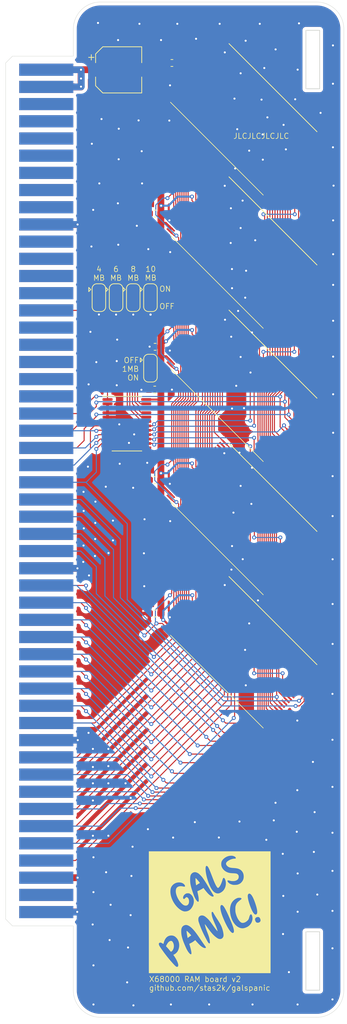
<source format=kicad_pcb>
(kicad_pcb (version 20211014) (generator pcbnew)
  (layers (0 "F.Cu" signal) (31 "B.Cu" signal) (37 "F.SilkS" user "F.Silkscreen") (38 "B.Mask" user) (39 "F.Mask" user) (44 "Edge.Cuts" user))
  (net 0 "")
  (net 1 "GND")
  (net 2 "VCC")
  (net 9 "/~{AS}")
  (net 10 "/~{LDS}")
  (net 11 "/~{UDS}")
  (net 12 "/~{R{slash}}W")
  (net 19 "/MSK")
  (net 51 "/MS10")
  (net 59 "/CEM5")
  (net 63 "/A17")
  (net 64 "/D15")
  (net 65 "/D7")
  (net 66 "/D14")
  (net 67 "/D6")
  (net 68 "/D13")
  (net 69 "/D5")
  (net 70 "/D12")
  (net 71 "/D4")
  (net 72 "/D11")
  (net 73 "/D3")
  (net 74 "/D10")
  (net 75 "/D2")
  (net 76 "/D9")
  (net 77 "/D1")
  (net 78 "/D8")
  (net 79 "/D0")
  (net 80 "/A2")
  (net 81 "/A3")
  (net 82 "/A4")
  (net 83 "/A5")
  (net 84 "/A6")
  (net 85 "/A7")
  (net 86 "/A8")
  (net 87 "/A18")
  (net 88 "/A19")
  (net 89 "/CEM3")
  (net 90 "/MS8")
  (net 91 "/A20")
  (net 92 "/A9")
  (net 93 "/A10")
  (net 94 "/A11")
  (net 95 "/A12")
  (net 96 "/A13")
  (net 97 "/A14")
  (net 98 "/A15")
  (net 99 "/A1")
  (net 100 "/A16")
  (net 101 "/CEM1")
  (net 102 "/CEM2")
  (net 103 "/MS4")
  (net 104 "/A23")
  (net 105 "/A22")
  (net 106 "/A21")
  (net 107 "/MS6")
  (net 108 "/CEM4")
  (net 109 "/~{DTACK}")
  (footprint "Jumper:SolderJumper-3_P1.3mm_Bridged12_RoundedPad1.0x1.5mm" (layer "F.Cu") (at 57.785 82.677 -90)
    (fp_text reference "JP4" hide)
    (fp_text value "SolderJumper_3_Bridged12" hide)
  )
  (footprint "Package_SO:TSOP-I-48_18.4x12mm_P0.5mm" (layer "F.Cu") (at 79.1972 55.9816 135)
    (fp_text reference "U1")
    (fp_text value "CY62167E")
  )
  (footprint "Jumper:SolderJumper-3_P1.3mm_Bridged12_RoundedPad1.0x1.5mm" (layer "F.Cu") (at 60.325 82.677 -90)
    (fp_text reference "JP3" hide)
    (fp_text value "SolderJumper_3_Bridged12" hide)
  )
  (footprint "Package_SO:TSSOP-24_4.4x7.8mm_P0.65mm" (layer "F.Cu") (at 61.9252 101.2952)
    (fp_text reference "U6")
    (fp_text value "ATF22V10C-10XU")
  )
  (footprint "Jumper:SolderJumper-3_P1.3mm_Bridged12_RoundedPad1.0x1.5mm" (layer "F.Cu") (at 65.405 93.091 -90)
    (fp_text reference "JP5" hide)
    (fp_text value "SolderJumper_3_Bridged12" hide)
  )
  (footprint "Capacitor_SMD:C_0603_1608Metric_Pad1.08x0.95mm_HandSolder" (layer "F.Cu") (at 68.58 48.006 180)
    (fp_text reference "C1")
    (fp_text value "0.1uF")
  )
  (footprint "Capacitor_SMD:C_0603_1608Metric_Pad1.08x0.95mm_HandSolder" (layer "F.Cu") (at 66.0908 109.6264 180)
    (fp_text reference "C4")
    (fp_text value "0.1uF")
  )
  (footprint "galspanic:x68000_expansion" (layer "F.Cu") (at 50 173.46)
    (fp_text reference "J1")
    (fp_text value "x68000_expansion")
  )
  (footprint "Capacitor_SMD:C_0603_1608Metric_Pad1.08x0.95mm_HandSolder" (layer "F.Cu") (at 66.0908 89.9414 180)
    (fp_text reference "C3")
    (fp_text value "0.1uF")
  )
  (footprint "Capacitor_SMD:CP_Elec_6.3x7.7" (layer "F.Cu") (at 60.706 49.022)
    (fp_text reference "C7")
    (fp_text value "220uF")
  )
  (footprint "Package_SO:TSOP-I-48_18.4x12mm_P0.5mm" (layer "F.Cu") (at 79.1972 115.0366 135)
    (fp_text reference "U4")
    (fp_text value "CY62167E")
  )
  (footprint "Capacitor_SMD:C_0603_1608Metric_Pad1.08x0.95mm_HandSolder" (layer "F.Cu") (at 66.04 96.266 180)
    (fp_text reference "C6")
    (fp_text value "0.1uF")
  )
  (footprint "Package_SO:TSOP-I-48_18.4x12mm_P0.5mm" (layer "F.Cu") (at 79.1972 134.7216 135)
    (fp_text reference "U5")
    (fp_text value "CY62167E")
  )
  (footprint "Capacitor_SMD:C_0603_1608Metric_Pad1.08x0.95mm_HandSolder" (layer "F.Cu") (at 66.0908 70.2564 180)
    (fp_text reference "C2")
    (fp_text value "0.1uF")
  )
  (footprint "Jumper:SolderJumper-3_P1.3mm_Bridged12_RoundedPad1.0x1.5mm" (layer "F.Cu") (at 62.865 82.677 -90)
    (fp_text reference "JP2" hide)
    (fp_text value "SolderJumper_3_Bridged12" hide)
  )
  (footprint "Package_SO:TSOP-I-48_18.4x12mm_P0.5mm" (layer "F.Cu") (at 79.1972 95.3516 135)
    (fp_text reference "U3")
    (fp_text value "CY62167E")
  )
  (footprint "LOGO" (layer "F.Cu") (at 74.168 173.482)
    (fp_text reference "G***" hide)
    (fp_text value "LOGO" hide)
  )
  (footprint "Capacitor_SMD:C_0603_1608Metric_Pad1.08x0.95mm_HandSolder" (layer "F.Cu") (at 66.0908 129.3368 180)
    (fp_text reference "C5")
    (fp_text value "0.1uF")
  )
  (footprint "Package_SO:TSOP-I-48_18.4x12mm_P0.5mm" (layer "F.Cu") (at 79.1972 75.6666 135)
    (fp_text reference "U2")
    (fp_text value "CY62167E")
  )
  (footprint "Jumper:SolderJumper-3_P1.3mm_Bridged12_RoundedPad1.0x1.5mm" (layer "F.Cu") (at 65.405 82.677 -90)
    (fp_text reference "JP1" hide)
    (fp_text value "SolderJumper_3_Bridged12" hide)
  )
  (gr_line (start 58 189) (end 90 189) (layer "Edge.Cuts") (width 0.05))
  (gr_line (start 44 174.5) (end 44 48) (layer "Edge.Cuts") (width 0.05))
  (gr_line (start 45 175.5) (end 54 175.5) (layer "Edge.Cuts") (width 0.05))
  (gr_line (start 54 43) (end 54 47) (layer "Edge.Cuts") (width 0.05))
  (gr_line (start 58 39) (end 90 39) (layer "Edge.Cuts") (width 0.05))
  (gr_arc (start 94 185) (mid 92.828427 187.828427) (end 90 189) (layer "Edge.Cuts") (width 0.05))
  (gr_arc (start 58 189) (mid 55.171573 187.828427) (end 54 185) (layer "Edge.Cuts") (width 0.05))
  (gr_line (start 94 43) (end 94 185) (layer "Edge.Cuts") (width 0.05))
  (gr_arc (start 54 43) (mid 55.171573 40.171573) (end 58 39) (layer "Edge.Cuts") (width 0.05))
  (gr_arc (start 90 39) (mid 92.828427 40.171573) (end 94 43) (layer "Edge.Cuts") (width 0.05))
  (gr_rect (start 90.424 43.18) (end 88.392 51.816) (layer "Edge.Cuts") (width 0.1) (fill none))
  (gr_line (start 54 47) (end 45 47) (layer "Edge.Cuts") (width 0.05))
  (gr_line (start 44 48) (end 45 47) (layer "Edge.Cuts") (width 0.05))
  (gr_line (start 54 175.5) (end 54 185) (layer "Edge.Cuts") (width 0.05))
  (gr_rect (start 90.424 176.364) (end 88.392 185) (layer "Edge.Cuts") (width 0.1) (fill none))
  (gr_line (start 45 175.5) (end 44 174.5) (layer "Edge.Cuts") (width 0.05))
  (gr_text "OFF\n1MB\nON" (at 63.754 93.218) (layer "F.SilkS") (effects (font (size 0.8 0.8) (thickness 0.1)) (justify right)))
  (gr_text "6\nMB" (at 60.31 79.12) (layer "F.SilkS") (effects (font (size 0.8 0.8) (thickness 0.1))))
  (gr_text "10\nMB" (at 65.44 79.1) (layer "F.SilkS") (effects (font (size 0.8 0.8) (thickness 0.1))))
  (gr_text "JLCJLCJLCJLC" (at 81.788 58.801) (layer "F.SilkS") (effects (font (size 0.8 0.8) (thickness 0.1))))
  (gr_text "8\nMB" (at 62.86 79.12) (layer "F.SilkS") (effects (font (size 0.8 0.8) (thickness 0.1))))
  (gr_text "4\nMB" (at 57.8 79.12) (layer "F.SilkS") (effects (font (size 0.8 0.8) (thickness 0.1))))
  (gr_text "X68000 RAM board v2\ngithub.com/stas2k/galspanic" (at 65.151 184.023) (layer "F.SilkS") (effects (font (size 0.8 0.8) (thickness 0.1)) (justify left)))
  (gr_text "ON\n\nOFF" (at 66.675 82.677) (layer "F.SilkS") (effects (font (size 0.8 0.8) (thickness 0.1)) (justify left)))
  (segment (start 68.3 51.31) (end 68.3 51.801914) (width 0.1524) (layer "F.Cu") (net 1))
  (segment (start 76.431626 85.941526) (end 76.431626 85.182426) (width 0.1524) (layer "F.Cu") (net 1))
  (segment (start 68.271933 110.828847) (end 68.944152 111.501066) (width 0.1524) (layer "F.Cu") (net 1))
  (segment (start 54.64 168.38) (end 50 168.38) (width 1) (layer "F.Cu") (net 1))
  (segment (start 76.327 105.664) (end 76.581 105.41) (width 0.1524) (layer "F.Cu") (net 1))
  (segment (start 54.61 122.67) (end 54.598 122.682) (width 1) (layer "F.Cu") (net 1))
  (segment (start 68.271933 90.5002) (end 68.271933 91.143847) (width 0.1524) (layer "F.Cu") (net 1))
  (segment (start 76.327 105.448886) (end 75.661666 104.783552) (width 0.1524) (layer "F.Cu") (net 1))
  (segment (start 64.094 96.266) (end 65.1775 96.266) (width 0.3) (layer "F.Cu") (net 1))
  (segment (start 76.015219 124.114998) (end 76.015219 124.115219) (width 0.1524) (layer "F.Cu") (net 1))
  (segment (start 76.581 104.995779) (end 76.015219 104.429998) (width 0.1524) (layer "F.Cu") (net 1))
  (segment (start 68.212111 71.254916) (end 68.212111 71.399025) (width 0.1524) (layer "F.Cu") (net 1))
  (segment (start 75.661666 124.468552) (end 75.661666 124.481666) (width 0.1524) (layer "F.Cu") (net 1))
  (segment (start 75.661666 85.171566) (end 76.431626 85.941526) (width 0.1524) (layer "F.Cu") (net 1))
  (segment (start 76.39 66.15) (end 76.39 65.434779) (width 0.1524) (layer "F.Cu") (net 1))
  (segment (start 68.3 51.801914) (end 68.944152 52.446066) (width 0.1524) (layer "F.Cu") (net 1))
  (segment (start 68.212111 71.399025) (end 68.944152 72.131066) (width 0.1524) (layer "F.Cu") (net 1))
  (segment (start 64.07 96.29) (end 64.094 96.266) (width 0.3) (layer "F.Cu") (net 1))
  (segment (start 76.39 65.434779) (end 76.015219 65.059998) (width 0.1524) (layer "F.Cu") (net 1))
  (segment (start 76.51 125.02) (end 76.39 125.14) (width 0.1524) (layer "F.Cu") (net 1))
  (segment (start 62.865 83.977) (end 62.865 85.18) (width 0.1524) (layer "F.Cu") (net 1))
  (segment (start 65.42 85.18) (end 65.405 85.165) (width 0.1524) (layer "F.Cu") (net 1))
  (segment (start 76.34 125.19) (end 75.676008 125.19) (width 0.1524) (layer "F.Cu") (net 1))
  (segment (start 68.271933 130.513847) (end 68.944152 131.186066) (width 0.1524) (layer "F.Cu") (net 1))
  (segment (start 60.325 83.977) (end 60.325 85.18) (width 0.1524) (layer "F.Cu") (net 1))
  (segment (start 54.63 71.87) (end 54.618 71.882) (width 1) (layer "F.Cu") (net 1))
  (segment (start 54.66 148.05) (end 54.65 148.06) (width 1) (layer "F.Cu") (net 1))
  (segment (start 76.32 125.14) (end 76.39 125.14) (width 0.1524) (layer "F.Cu") (net 1))
  (segment (start 54.58 173.43) (end 50.03 173.43) (width 1) (layer "F.Cu") (net 1))
  (segment (start 75.661666 124.481666) (end 76.32 125.14) (width 0.1524) (layer "F.Cu") (net 1))
  (segment (start 76.327 105.664) (end 76.327 105.448886) (width 0.1524) (layer "F.Cu") (net 1))
  (segment (start 76.51 124.61) (end 76.51 125.02) (width 0.1524) (layer "F.Cu") (net 1))
  (segment (start 76.327 105.664) (end 75.835008 105.664) (width 0.1524) (layer "F.Cu") (net 1))
  (segment (start 57.785 83.977) (end 57.785 85.17) (width 0.1524) (layer "F.Cu") (net 1))
  (segment (start 75.835008 105.664) (end 75.308113 105.137105) (width 0.1524) (layer "F.Cu") (net 1))
  (segment (start 76.4 46.44) (end 75.666008 46.44) (width 0.1524) (layer "F.Cu") (net 1))
  (segment (start 54.618 71.882) (end 50.022 71.882) (width 1) (layer "F.Cu") (net 1))
  (segment (start 76.581 105.41) (end 76.581 104.995779) (width 0.1524) (layer "F.Cu") (net 1))
  (segment (start 76.4 46.428) (end 75.661666 45.689666) (width 0.1524) (layer "F.Cu") (net 1))
  (segment (start 76.4 45.759779) (end 76.015219 45.374998) (width 0.1524) (layer "F.Cu") (net 1))
  (segment (start 75.676008 125.19) (end 75.308113 124.822105) (width 0.1524) (layer "F.Cu") (net 1))
  (segment (start 76.431626 85.182426) (end 75.994198 84.744998) (width 0.1524) (layer "F.Cu") (net 1))
  (segment (start 76.4 46.44) (end 76.4 46.428) (width 0.1524) (layer "F.Cu") (net 1))
  (segment (start 54.598 122.682) (end 50.022 122.682) (width 1) (layer "F.Cu") (net 1))
  (segment (start 65.405 85.165) (end 65.405 83.977) (width 0.1524) (layer "F.Cu") (net 1))
  (segment (start 68.271933 110.1852) (end 68.271933 110.828847) (width 0.1524) (layer "F.Cu") (net 1))
  (segment (start 76.4 46.44) (end 76.4 45.759779) (width 0.1524) (layer "F.Cu") (net 1))
  (segment (start 54.65 148.06) (end 50 148.06) (width 1) (layer "F.Cu") (net 1))
  (segment (start 76.015219 124.115219) (end 76.51 124.61) (width 0.1524) (layer "F.Cu") (net 1))
  (segment (start 68.271933 129.8956) (end 68.271933 130.513847) (width 0.1524) (layer "F.Cu") (net 1))
  (segment (start 75.661666 85.098552) (end 75.661666 85.171566) (width 0.1524) (layer "F.Cu") (net 1))
  (segment (start 75.661666 65.421666) (end 76.39 66.15) (width 0.1524) (layer "F.Cu") (net 1))
  (segment (start 68.271933 91.143847) (end 68.944152 91.816066) (width 0.1524) (layer "F.Cu") (net 1))
  (segment (start 76.39 66.15) (end 75.675 66.15) (width 0.1524) (layer "F.Cu") (net 1))
  (segment (start 50.03 173.43) (end 50 173.46) (width 1) (layer "F.Cu") (net 1))
  (segment (start 75.661666 65.413552) (end 75.661666 65.421666) (width 0.1524) (layer "F.Cu") (net 1))
  (segment (start 75.666008 46.44) (end 75.308113 46.082105) (width 0.1524) (layer "F.Cu") (net 1))
  (segment (start 75.675 66.15) (end 75.292105 65.767105) (width 0.1524) (layer "F.Cu") (net 1))
  (segment (start 76.39 125.14) (end 76.34 125.19) (width 0.1524) (layer "F.Cu") (net 1))
  (segment (start 76.431626 85.941526) (end 75.797534 85.941526) (width 0.1524) (layer "F.Cu") (net 1))
  (segment (start 75.797534 85.941526) (end 75.308113 85.452105) (width 0.1524) (layer "F.Cu") (net 1))
  (via (at 87.17 167.75) (size 0.6) (drill 0.3) (layers "F.Cu" "B.Cu") (net 1))
  (via (at 62.85 110.77) (size 0.6) (drill 0.3) (layers "F.Cu" "B.Cu") (net 1))
  (via (at 76.39 66.15) (size 0.6) (drill 0.3) (layers "F.Cu" "B.Cu") (net 1))
  (via (at 78.74 110.49) (size 0.6) (drill 0.3) (layers "F.Cu" "B.Cu") (net 1))
  (via (at 79.24 99) (size 0.6) (drill 0.3) (layers "F.Cu" "B.Cu") (net 1))
  (via (at 76.4 46.44) (size 0.6) (drill 0.3) (layers "F.Cu" "B.Cu") (net 1))
  (via (at 56.86 175.29) (size 0.6) (drill 0.3) (layers "F.Cu" "B.Cu") (net 1))
  (via (at 56.68 75.12) (size 0.6) (drill 0.3) (layers "F.Cu" "B.Cu") (net 1))
  (via (at 64.53 115.42) (size 0.6) (drill 0.3) (layers "F.Cu" "B.Cu") (net 1))
  (via (at 92.42 91.39) (size 0.6) (drill 0.3) (layers "F.Cu" "B.Cu") (net 1))
  (via (at 57.785 85.17) (size 0.6) (drill 0.3) (layers "F.Cu" "B.Cu") (net 1))
  (via (at 57.85 65.8) (size 0.6) (drill 0.3) (layers "F.Cu" "B.Cu") (net 1))
  (via (at 79.05 121.32) (size 0.6) (drill 0.3) (layers "F.Cu" "B.Cu") (net 1))
  (via (at 65.09 75.51) (size 0.6) (drill 0.3) (layers "F.Cu" "B.Cu") (net 1))
  (via (at 62.23 104.14) (size 0.6) (drill 0.3) (layers "F.Cu" "B.Cu") (net 1))
  (via (at 57.23 118.34) (size 0.6) (drill 0.3) (layers "F.Cu" "B.Cu") (net 1))
  (via (at 92.42 102.64) (size 0.6) (drill 0.3) (layers "F.Cu" "B.Cu") (net 1))
  (via (at 77.47 81.28) (size 0.6) (drill 0.3) (layers "F.Cu" "B.Cu") (net 1))
  (via (at 81.3 127.41) (size 0.6) (drill 0.3) (layers "F.Cu" "B.Cu") (net 1))
  (via (at 83.64 159.91) (size 0.6) (drill 0.3) (layers "F.Cu" "B.Cu") (net 1))
  (via (at 69.38 42.22) (size 0.6) (drill 0.3) (layers "F.Cu" "B.Cu") (net 1))
  (via (at 76.327 105.664) (size 0.6) (drill 0.3) (layers "F.Cu" "B.Cu") (net 1))
  (via (at 87.122 155.448) (size 0.6) (drill 0.3) (layers "F.Cu" "B.Cu") (net 1))
  (via (at 75.52 162.44) (size 0.6) (drill 0.3) (layers "F.Cu" "B.Cu") (net 1))
  (via (at 89.57 164.57) (size 0.6) (drill 0.3) (layers "F.Cu" "B.Cu") (net 1))
  (via (at 87.16 187.11) (size 0.6) (drill 0.3) (layers "F.Cu" "B.Cu") (net 1))
  (via (at 65.03 161.21) (size 0.6) (drill 0.3) (layers "F.Cu" "B.Cu") (net 1))
  (via (at 57.27 112.82) (size 0.6) (drill 0.3) (layers "F.Cu" "B.Cu") (net 1))
  (via (at 85.05 171.07) (size 0.6) (drill 0.3) (layers "F.Cu" "B.Cu") (net 1))
  (via (at 92.32 167.37) (size 0.6) (drill 0.3) (layers "F.Cu" "B.Cu") (net 1))
  (via (at 56.32 123.72) (size 0.6) (drill 0.3) (layers "F.Cu" "B.Cu") (net 1))
  (via (at 56.98 170.51) (size 0.6) (drill 0.3) (layers "F.Cu" "B.Cu") (net 1))
  (via (at 63.65 56.49) (size 0.6) (drill 0.3) (layers "F.Cu" "B.Cu") (net 1))
  (via (at 85.88 182.33) (size 0.6) (drill 0.3) (layers "F.Cu" "B.Cu") (net 1))
  (via (at 68.3 51.31) (size 0.6) (drill 0.3) (layers "F.Cu" "B.Cu") (net 1))
  (via (at 82.54 162.78) (size 0.6) (drill 0.3) (layers "F.Cu" "B.Cu") (net 1))
  (via (at 92.32 148) (size 0.6) (drill 0.3) (layers "F.Cu" "B.Cu") (net 1))
  (via (at 77.27 74.6) (size 0.6) (drill 0.3) (layers "F.Cu" "B.Cu") (net 1))
  (via (at 68.271933 90.5002) (size 0.6) (drill 0.3) (layers "F.Cu" "B.Cu") (net 1))
  (via (at 89.68 158.69) (size 0.6) (drill 0.3) (layers "F.Cu" "B.Cu") (net 1))
  (via (at 74.09 187.11) (size 0.6) (drill 0.3) (layers "F.Cu" "B.Cu") (net 1))
  (via (at 92.39 51.07) (size 0.6) (drill 0.3) (layers "F.Cu" "B.Cu") (net 1))
  (via (at 77.38 122.86) (size 0.6) (drill 0.3) (layers "F.Cu" "B.Cu") (net 1))
  (via (at 57.2 120.85) (size 0.6) (drill 0.3) (layers "F.Cu" "B.Cu") (net 1))
  (via (at 92.34 127.94) (size 0.6) (drill 0.3) (layers "F.Cu" "B.Cu") (net 1))
  (via (at 89.43 151.27) (size 0.6) (drill 0.3) (layers "F.Cu" "B.Cu") (net 1))
  (via (at 92.32 178.81) (size 0.6) (drill 0.3) (layers "F.Cu" "B.Cu") (net 1))
  (via (at 80.42 87.82) (size 0.6) (drill 0.3) (layers "F.Cu" "B.Cu") (net 1))
  (via (at 54.64 168.38) (size 0.6) (drill 0.3) (layers "F.Cu" "B.Cu") (net 1))
  (via (at 62.865 85.18) (size 0.6) (drill 0.3) (layers "F.Cu" "B.Cu") (net 1))
  (via (at 60.62 44.62) (size 0.6) (drill 0.3) (layers "F.Cu" "B.Cu") (net 1))
  (via (at 56.53 87.73) (size 0.6) (drill 0.3) (layers "F.Cu" "B.Cu") (net 1))
  (via (at 80.01 60.96) (size 0.6) (drill 0.3) (layers "F.Cu" "B.Cu") (net 1))
  (via (at 60.42 95.62) (size 0.6) (drill 0.3) (layers "F.Cu" "B.Cu") (net 1))
  (via (at 56.26 95.49) (size 0.6) (drill 0.3) (layers "F.Cu" "B.Cu") (net 1))
  (via (at 80.42 107.81) (size 0.6) (drill 0.3) (layers "F.Cu" "B.Cu") (net 1))
  (via (at 57.25 115.96) (size 0.6) (drill 0.3) (layers "F.Cu" "B.Cu") (net 1))
  (via (at 92.32 173.28) (size 0.6) (drill 0.3) (layers "F.Cu" "B.Cu") (net 1))
  (via (at 59.182 162.179) (size 0.6) (drill 0.3) (layers "F.Cu" "B.Cu") (net 1))
  (via (at 81.83 53.42) (size 0.6) (drill 0.3) (layers "F.Cu" "B.Cu") (net 1))
  (via (at 79.55 78.7) (size 0.6) (drill 0.3) (layers "F.Cu" "B.Cu") (net 1))
  (via (at 56.94 69.71) (size 0.6) (drill 0.3) (layers "F.Cu" "B.Cu") (net 1))
  (via (at 56.25 146.98) (size 0.6) (drill 0.3) (layers "F.Cu" "B.Cu") (net 1))
  (via (at 62.484 156.591) (size 0.6) (drill 0.3) (layers "F.Cu" "B.Cu") (net 1))
  (via (at 92.42 71.26) (size 0.6) (drill 0.3) (layers "F.Cu" "B.Cu") (net 1))
  (via (at 79.42 82.68) (size 0.6) (drill 0.3) (layers "F.Cu" "B.Cu") (net 1))
  (via (at 58.17 56.29) (size 0.6) (drill 0.3) (layers "F.Cu" "B.Cu") (net 1))
  (via (at 62.89 187.24) (size 0.6) (drill 0.3) (layers "F.Cu" "B.Cu") (net 1))
  (via (at 77.47 119.38) (size 0.6) (drill 0.3) (layers "F.Cu" "B.Cu") (net 1))
  (via (at 56.896 154.432) (size 0.6) (drill 0.3) (layers "F.Cu" "B.Cu") (net 1))
  (via (at 61.96396 183.84) (size 0.6) (drill 0.3) (layers "F.Cu" "B.Cu") (net 1))
  (via (at 64.07 96.29) (size 0.6) (drill 0.3) (layers "F.Cu" "B.Cu") (net 1))
  (via (at 92.39 45.41) (size 0.6) (drill 0.3) (layers "F.Cu" "B.Cu") (net 1))
  (via (at 79.4 134.72) (size 0.6) (drill 0.3) (layers "F.Cu" "B.Cu") (net 1))
  (via (at 92.42 96.95) (size 0.6) (drill 0.3) (layers "F.Cu" "B.Cu") (net 1))
  (via (at 58.8 110.61) (size 0.6) (drill 0.3) (layers "F.Cu" "B.Cu") (net 1))
  (via (at 59.366871 177.59) (size 0.6) (drill 0.3) (layers "F.Cu" "B.Cu") (net 1))
  (via (at 68.212111 71.254916) (size 0.6) (drill 0.3) (layers "F.Cu" "B.Cu") (net 1))
  (via (at 78.74 91.44) (size 0.6) (drill 0.3) (layers "F.Cu" "B.Cu") (net 1))
  (via (at 64.93 107.08) (size 0.6) (drill 0.3) (layers "F.Cu" "B.Cu") (net 1))
  (via (at 57.404 92.202) (size 0.6) (drill 0.3) (layers "F.Cu" "B.Cu") (net 1))
  (via (at 80.33 113.15) (size 0.6) (drill 0.3) (layers "F.Cu" "B.Cu") (net 1))
  (via (at 77.46 78.45) (size 0.6) (drill 0.3) (layers "F.Cu" "B.Cu") (net 1))
  (via (at 87.17 173.41) (size 0.6) (drill 0.3) (layers "F.Cu" "B.Cu") (net 1))
  (via (at 64.11 61.04) (size 0.6) (drill 0.3) (layers "F.Cu" "B.Cu") (net 1))
  (via (at 92.32 141.22) (size 0.6) (drill 0.3) (layers "F.Cu" "B.Cu") (net 1))
  (via (at 56.16 107.65) (size 0.6) (drill 0.3) (layers "F.Cu" "B.Cu") (net 1))
  (via (at 80.9 74.2) (size 0.6) (drill 0.3) (layers "F.Cu" "B.Cu") (net 1))
  (via (at 68.199 56.515) (size 0.6) (drill 0.3) (layers "F.Cu" "B.Cu") (net 1))
  (via (at 60.59 68.74) (size 0.6) (drill 0.3) (layers "F.Cu" "B.Cu") (net 1))
  (via (at 90.08 170.87) (size 0.6) (drill 0.3) (layers "F.Cu" "B.Cu") (net 1))
  (via (at 84.97 164.85) (size 0.6) (drill 0.3) (layers "F.Cu" "B.Cu") (net 1))
  (via (at 59.86 118.54) (size 0.6) (drill 0.3) (layers "F.Cu" "B.Cu") (net 1))
  (via (at 85.01 176.7) (size 0.6) (drill 0.3) (layers "F.Cu" "B.Cu") (net 1))
  (via (at 87.122 145.161) (size 0.6) (drill 0.3) (layers "F.Cu" "B.Cu") (net 1))
  (via (at 78.37 84.64) (size 0.6) (drill 0.3) (layers "F.Cu" "B.Cu") (net 1))
  (via (at 63.39 72.06) (size 0.6) (drill 0.3) (layers "F.Cu" "B.Cu") (net 1))
  (via (at 54.63 71.87) (size 0.6) (drill 0.3) (layers "F.Cu" "B.Cu") (net 1))
  (via (at 68.76 162.45) (size 0.6) (drill 0.3) (layers "F.Cu" "B.Cu") (net 1))
  (via (at 58.85 167.57) (size 0.6) (drill 0.3) (layers "F.Cu" "B.Cu") (net 1))
  (via (at 92.48 66.13) (size 0.6) (drill 0.3) (layers "F.Cu" "B.Cu") (net 1))
  (via (at 54.58 173.43) (size 0.6) (drill 0.3) (layers "F.Cu" "B.Cu") (net 1))
  (via (at 60.8 101.4) (size 0.6) (drill 0.3) (layers "F.Cu" "B.Cu") (net 1))
  (via (at 72.15 44.43) (size 0.6) (drill 0.3) (layers "F.Cu" "B.Cu") (net 1))
  (via (at 54.66 148.05) (size 0.6) (drill 0.3) (layers "F.Cu" "B.Cu") (net 1))
  (via (at 92.32 154.96) (size 0.6) (drill 0.3) (layers "F.Cu" "B.Cu") (net 1))
  (via (at 56.98 165.36) (size 0.6) (drill 0.3) (layers "F.Cu" "B.Cu") (net 1))
  (via (at 68.271933 110.1852) (size 0.6) (drill 0.3) (layers "F.Cu" "B.Cu") (net 1))
  (via (at 80.5 187.11) (size 0.6) (drill 0.3) (layers "F.Cu" "B.Cu") (net 1))
  (via (at 60.49 88.88) (size 0.6) (drill 0.3) (layers "F.Cu" "B.Cu") (net 1))
  (via (at 60.86 107.22) (size 0.6) (drill 0.3) (layers "F.Cu" "B.Cu") (net 1))
  (via (at 83.9 157.31) (size 0.6) (drill 0.3) (layers "F.Cu" "B.Cu") (net 1))
  (via (at 55.51 111.37) (size 0.6) (drill 0.3) (layers "F.Cu" "B.Cu") (net 1))
  (via (at 68.43 187.11) (size 0.6) (drill 0.3) (layers "F.Cu" "B.Cu") (net 1))
  (via (at 56.74 59.94) (size 0.6) (drill 0.3) (layers "F.Cu" "B.Cu") (net 1))
  (via (at 87.17 48.99) (size 0.6) (drill 0.3) (layers "F.Cu" "B.Cu") (net 1))
  (via (at 92.42 80.79) (size 0.6) (drill 0.3) (layers "F.Cu" "B.Cu") (net 1))
  (via (at 92.42 86.09) (size 0.6) (drill 0.3) (layers "F.Cu" "B.Cu") (net 1))
  (via (at 61.722 154.432) (size 0.6) (drill 0.3) (layers "F.Cu" "B.Cu") (net 1))
  (via (at 92.34 121.33) (size 0.6) (drill 0.3) (layers "F.Cu" "B.Cu") (net 1))
  (via (at 82.24 48.75) (size 0.6) (drill 0.3) (layers "F.Cu" "B.Cu") (net 1))
  (via (at 54.61 122.67) (size 0.6) (drill 0.3) (layers "F.Cu" "B.Cu") (net 1))
  (via (at 78.24 57.79) (size 0.6) (drill 0.3) (layers "F.Cu" "B.Cu") (net 1))
  (via (at 64.44 120.45) (size 0.6) (drill 0.3) (layers "F.Cu" "B.Cu") (net 1))
  (via (at 55.55 116.76) (size 0.6) (drill 0.3) (layers "F.Cu" "B.Cu") (net 1))
  (via (at 85.09 57.15) (size 0.6) (drill 0.3) (layers "F.Cu" "B.Cu") (net 1))
  (via (at 65.42 85.18) (size 0.6858) (drill 0.3302) (layers "F.Cu" "B.Cu") (net 1))
  (via (at 59.86 115.62) (size 0.6) (drill 0.3) (layers "F.Cu" "B.Cu") (net 1))
  (via (at 64.49 125.31) (size 0.6) (drill 0.3) (layers "F.Cu" "B.Cu") (net 1))
  (via (at 55.53 114.19) (size 0.6) (drill 0.3) (layers "F.Cu" "B.Cu") (net 1))
  (via (at 59.182 149.352) (size 0.6) (drill 0.3) (layers "F.Cu" "B.Cu") (net 1))
  (via (at 63 102.88) (size 0.6) (drill 0.3) (layers "F.Cu" "B.Cu") (net 1))
  (via (at 75.64 42.22) (size 0.6) (drill 0.3) (layers "F.Cu" "B.Cu") (net 1))
  (via (at 56.98 187.11) (size 0.6) (drill 0.3) (layers "F.Cu" "B.Cu") (net 1))
  (via (at 78.57 105.58) (size 0.6) (drill 0.3) (layers "F.Cu" "B.Cu") (net 1))
  (via (at 60.706 62.23) (size 0.6) (drill 0.3) (layers "F.Cu" "B.Cu") (net 1))
  (via (at 63.78 42.22) (size 0.6) (drill 0.3) (layers "F.Cu" "B.Cu") (net 1))
  (via (at 78.09 95.7) (size 0.6) (drill 0.3) (layers "F.Cu" "B.Cu") (net 1))
  (via (at 78.57 160.08) (size 0.6) (drill 0.3) (layers "F.Cu" "B.Cu") (net 1))
  (via (at 90.56 55.38) (size 0.6) (drill 0.3) (layers "F.Cu" "B.Cu") (net 1))
  (via (at 77.83 53.27) (size 0.6) (drill 0.3) (layers "F.Cu" "B.Cu") (net 1))
  (via (at 80.2 93.74) (size 0.6) (drill 0.3) (layers "F.Cu" "B.Cu") (net 1))
  (via (at 62.59396 168.12) (size 0.6) (drill 0.3) (layers "F.Cu" "B.Cu") (net 1))
  (via (at 79.48 44.72) (size 0.6) (drill 0.3) (layers "F.Cu" "B.Cu") (net 1))
  (via (at 68.271933 129.8956) (size 0.6) (drill 0.3) (layers "F.Cu" "B.Cu") (net 1))
  (via (at 81.57 42.22) (size 0.6) (drill 0.3) (layers "F.Cu" "B.Cu") (net 1))
  (via (at 76.431626 85.941526) (size 0.6) (drill 0.3) (layers "F.Cu" "B.Cu") (net 1))
  (via (at 56.896 156.972) (size 0.6) (drill 0.3) (layers "F.Cu" "B.Cu") (net 1))
  (via (at 79.502 139.954) (size 0.6) (drill 0.3) (layers "F.Cu" "B.Cu") (net 1))
  (via (at 78.74 49.53) (size 0.6) (drill 0.3) (layers "F.Cu" "B.Cu") (net 1))
  (via (at 56.896 152.019) (size 0.6) (drill 0.3) (layers "F.Cu" "B.Cu") (net 1))
  (via (at 55.51 119.3) (size 0.6) (drill 0.3) (layers "F.Cu" "B.Cu") (net 1))
  (via (at 59.2 120.41) (size 0.6) (drill 0.3) (layers "F.Cu" "B.Cu") (net 1))
  (via (at 59.516871 172.38) (size 0.6) (drill 0.3) (layers "F.Cu" "B.Cu") (net 1))
  (via (at 62.76 163.8) (size 0.6) (drill 0.3) (layers "F.Cu" "B.Cu") (net 1))
  (via (at 85.43 60.77) (size 0.6) (drill 0.3) (layers "F.Cu" "B.Cu") (net 1))
  (via (at 77.68 114.44) (size 0.6) (drill 0.3) (layers "F.Cu" "B.Cu") (net 1))
  (via (at 59.182 154.432) (size 0.6) (drill 0.3) (layers "F.Cu" "B.Cu") (net 1))
  (via (at 68.58 96.266) (size 0.6) (drill 0.3) (layers "F.Cu" "B.Cu") (net 1))
  (via (at 80.01 130.81) (size 0.6) (drill 0.3) (layers "F.Cu" "B.Cu") (net 1))
  (via (at 55.47 121.72) (size 0.6) (drill 0.3) (layers "F.Cu" "B.Cu") (net 1))
  (via (at 59.182 151.892) (size 0.6) (drill 0.3) (layers "F.Cu" "B.Cu") (net 1))
  (via (at 82.02 62.29) (size 0.6) (drill 0.3) (layers "F.Cu" "B.Cu") (net 1))
  (via (at 86.81 53.37) (size 0.6) (drill 0.3) (layers "F.Cu" "B.Cu") (net 1))
  (via (at 78.74 72.39) (size 0.6) (drill 0.3) (layers "F.Cu" "B.Cu") (net 1))
  (via (at 92.39 60.46) (size 0.6) (drill 0.3) (layers "F.Cu" "B.Cu") (net 1))
  (via (at 76.39 125.14) (size 0.6) (drill 0.3) (layers "F.Cu" "B.Cu") (net 1))
  (via (at 60.72 57.72) (size 0.6) (drill 0.3) (layers "F.Cu" "B.Cu") (net 1))
  (via (at 60.42 92.05) (size 0.6) (drill 0.3) (layers "F.Cu" "B.Cu") (net 1))
  (via (at 66.97 44.62) (size 0.6) (drill 0.3) (layers "F.Cu" "B.Cu") (net 1))
  (via (at 79.03 68.34) (size 0.6) (drill 0.3) (layers "F.Cu" "B.Cu") (net 1))
  (via (at 77.35 88.45) (size 0.6) (drill 0.3) (layers "F.Cu" "B.Cu") (net 1))
  (via (at 62.09396 178.69) (size 0.6) (drill 0.3) (layers "F.Cu" "B.Cu") (net 1))
  (via (at 92.34 114.95) (size 0.6) (drill 0.3) (layers "F.Cu" "B.Cu") (net 1))
  (via (at 92.32 186.36) (size 0.6) (drill 0.3) (layers "F.Cu" "B.Cu") (net 1))
  (via (at 71.97 160.17) (size 0.6) (drill 0.3) (layers "F.Cu" "B.Cu") (net 1))
  (via (at 92.34 109.05) (size 0.6) (drill 0.3) (layers "F.Cu" "B.Cu") (net 1))
  (via (at 77.93 63.59) (size 0.6) (drill 0.3) (layers "F.Cu" "B.Cu") (net 1))
  (via (at 57.65 42.09) (size 0.6) (drill 0.3) (layers "F.Cu" "B.Cu") (net 1))
  (via (at 87.04 161.59) (size 0.6) (drill 0.3) (layers "F.Cu" "B.Cu") (net 1))
  (via (at 77.47 99.06) (size 0.6) (drill 0.3) (layers "F.Cu" "B.Cu") (net 1))
  (via (at 56.98 181.33) (size 0.6) (drill 0.3) (layers "F.Cu" "B.Cu") (net 1))
  (via (at 77.3 69.47) (size 0.6) (drill 0.3) (layers "F.Cu" "B.Cu") (net 1))
  (via (at 82.7 56.04) (size 0.6) (drill 0.3) (layers "F.Cu" "B.Cu") (net 1))
  (via (at 68.326 115.697) (size 0.6) (drill 0.3) (layers "F.Cu" "B.Cu") (net 1))
  (via (at 62.47396 173.91) (size 0.6) (drill 0.3) (layers "F.Cu" "B.Cu") (net 1))
  (via (at 60.325 85.18) (size 0.6) (drill 0.3) (layers "F.Cu" "B.Cu") (net 1))
  (via (at 60.65 74.86) (size 0.6) (drill 0.3) (layers "F.Cu" "B.Cu") (net 1))
  (via (at 92.32 161.74) (size 0.6) (drill 0.3) (layers "F.Cu" "B.Cu") (net 1))
  (via (at 92.34 133.84) (size 0.6) (drill 0.3) (layers "F.Cu" "B.Cu") (net 1))
  (via (at 65.278 89.916) (size 0.6) (drill 0.3) (layers "F.Cu" "B.Cu") (net 1))
  (via (at 68.326 75.946) (size 0.6) (drill 0.3) (layers "F.Cu" "B.Cu") (net 1))
  (via (at 92.42 76.26) (size 0.6) (drill 0.3) (layers "F.Cu" "B.Cu") (net 1))
  (via (at 81.99 58.56) (size 0.6) (drill 0.3) (layers "F.Cu" "B.Cu") (net 1))
  (via (at 83.91 46) (size 0.6) (drill 0.3) (layers "F.Cu" "B.Cu") (net 1))
  (via (at 64.17 65.8) (size 0.6) (drill 0.3) (layers "F.Cu" "B.Cu") (net 1))
  (via (at 56.896 149.352) (size 0.6) (drill 0.3) (layers "F.Cu" "B.Cu") (net 1))
  (via (at 87.37 42.15) (size 0.6) (drill 0.3) (layers "F.Cu" "B.Cu") (net 1))
  (via (at 56.896 162.179) (size 0.6) (drill 0.3) (layers "F.Cu" "B.Cu") (net 1))
  (segment (start 54.6 122.66) (end 50 122.66) (width 1) (layer "B.Cu") (net 1))
  (segment (start 54.55 173.46) (end 50 173.46) (width 1) (layer "B.Cu") (net 1))
  (segment (start 54.65 148.06) (end 50 148.06) (width 1) (layer "B.Cu") (net 1))
  (segment (start 54.61 122.67) (end 54.6 122.66) (width 1) (layer "B.Cu") (net 1))
  (segment (start 54.62 71.86) (end 50 71.86) (width 1) (layer "B.Cu") (net 1))
  (segment (start 54.58 173.43) (end 54.55 173.46) (width 1) (layer "B.Cu") (net 1))
  (segment (start 54.66 148.05) (end 54.65 148.06) (width 1) (layer "B.Cu") (net 1))
  (segment (start 54.63 71.87) (end 54.62 71.86) (width 1) (layer "B.Cu") (net 1))
  (segment (start 72.126132 49.264086) (end 70.868046 48.006) (width 0.3) (layer "F.Cu") (net 2))
  (segment (start 68.175489 91.754511) (end 68.541004 92.120025) (width 0.3) (layer "F.Cu") (net 2))
  (segment (start 64.579415 52.939415) (end 66.584415 50.934415) (width 1) (layer "F.Cu") (net 2))
  (segment (start 65.04 53.324) (end 65.04 53.356) (width 0.3) (layer "F.Cu") (net 2))
  (segment (start 57.785 81.377) (end 66.8736 81.377) (width 1) (layer "F.Cu") (net 2))
  (segment (start 68.590598 52.799619) (end 66.725394 50.934415) (width 0.3) (layer "F.Cu") (net 2))
  (segment (start 67.351409 130.30043) (end 68.590598 131.539619) (width 0.3) (layer "F.Cu") (net 2))
  (segment (start 66.9533 89.8867) (end 66.9533 91.3373) (width 0.3) (layer "F.Cu") (net 2))
  (segment (start 66.9533 91.3373) (end 66.9533 108.5933) (width 0.3) (layer "F.Cu") (net 2))
  (segment (start 50 49) (end 57.984 49) (width 1) (layer "F.Cu") (net 2))
  (segment (start 66.959 91.791) (end 66.96 91.79) (width 0.3) (layer "F.Cu") (net 2))
  (segment (start 62.324 53.34) (end 64.178829 53.34) (width 1) (layer "F.Cu") (net 2))
  (segment (start 65.4581 97.73) (end 65.4483 97.7202) (width 0.3) (layer "F.Cu") (net 2))
  (segment (start 65.04 53.356) (end 65.278 53.594) (width 0.3) (layer "F.Cu") (net 2))
  (segment (start 66.9533 55.2693) (end 66.9533 72.0267) (width 1) (layer "F.Cu") (net 2))
  (segment (start 70.868046 48.006) (end 69.4425 48.006) (width 1) (layer "F.Cu") (net 2))
  (segment (start 66.584415 50.934415) (end 69.4425 48.076329) (width 1) (layer "F.Cu") (net 2))
  (segment (start 66.95 97.73) (end 65.4581 97.73) (width 0.3) (layer "F.Cu") (net 2))
  (segment (start 66.97 108.61) (end 66.9533 108.5933) (width 1) (layer "F.Cu") (net 2))
  (segment (start 66.9533 89.8767) (end 67.7 89.13) (width 0.3) (layer "F.Cu") (net 2))
  (segment (start 71.544177 68.338003) (end 72.113487 68.907313) (width 0.1524) (layer "F.Cu") (net 2))
  (segment (start 67.758278 91.3373) (end 66.9533 91.3373) (width 0.3) (layer "F.Cu") (net 2))
  (segment (start 66.9533 89.9414) (end 66.9533 89.8767) (width 0.3) (layer "F.Cu") (net 2))
  (segment (start 55.14 51.56) (end 54.13 51.56) (width 1) (layer "F.Cu") (net 2))
  (segment (start 68.590598 72.484619) (end 68.534619 72.484619) (width 0.3) (layer "F.Cu") (net 2))
  (segment (start 69.4425 48.076329) (end 69.4425 48.006) (width 1) (layer "F.Cu") (net 2))
  (segment (start 66.9533 55.2693) (end 65.278 53.594) (width 0.3) (layer "F.Cu") (net 2))
  (segment (start 71.599722 126.64) (end 71.599722 127.477676) (width 0.1524) (layer "F.Cu") (net 2))
  (segment (start 65.024 53.34) (end 62.324 53.34) (width 0.3) (layer "F.Cu") (net 2))
  (segment (start 71.556822 87.461227) (end 71.556822 88.048403) (width 0.1524) (layer "F.Cu") (net 2))
  (segment (start 66.8736 81.377) (end 66.9533 81.4567) (width 1) (layer "F.Cu") (net 2))
  (segment (start 66.9533 108.5933) (end 66.9533 81.4567) (width 1) (layer "F.Cu") (net 2))
  (segment (start 67.292538 130.30043) (end 67.351409 130.30043) (width 0.3) (layer "F.Cu") (net 2))
  (segment (start 66.9533 108.6267) (end 66.9533 129.3368) (width 1) (layer "F.Cu") (net 2))
  (segment (start 54.13 51.56) (end 54.09 51.52) (width 1) (layer "F.Cu") (net 2))
  (segment (start 66.97 108.61) (end 66.9533 108.6267) (width 1) (layer "F.Cu") (net 2))
  (segment (start 68.590598 92.153246) (end 68.590598 92.094625) (width 0.1524) (layer "F.Cu") (net 2))
  (segment (start 68.534619 72.484619) (end 67.67 71.62) (width 0.3) (layer "F.Cu") (net 2))
  (segment (start 71.556822 107.171627) (end 71.556822 107.758803) (width 0.1524) (layer "F.Cu") (net 2))
  (segment (start 71.599722 127.477676) (end 72.126132 128.004086) (width 0.1524) (layer "F.Cu") (net 2))
  (segment (start 71.556822 88.048403) (end 72.126132 88.617713) (width 0.1524) (layer "F.Cu") (net 2))
  (segment (start 55.14 50.3) (end 55.14 51.5) (width 1) (layer "F.Cu") (net 2))
  (segment (start 58.006 49.022) (end 62.324 53.34) (width 1) (layer "F.Cu") (net 2))
  (segment (start 64.178829 53.34) (end 64.579415 52.939415) (width 1) (layer "F.Cu") (net 2))
  (segment (start 55.14 51.5) (end 55.14 51.56) (width 1) (layer "F.Cu") (net 2))
  (segment (start 67.67 71.62) (end 67.36 71.62) (width 0.3) (layer "F.Cu") (net 2))
  (segment (start 64.579415 52.939415) (end 64.623415 52.939415) (width 1) (layer "F.Cu") (net 2))
  (segment (start 66.725394 50.934415) (end 66.584415 50.934415) (width 0.3) (layer "F.Cu") (net 2))
  (segment (start 66.97 110.234021) (end 68.541004 111.805025) (width 0.3) (layer "F.Cu") (net 2))
  (segment (start 66.9533 108.6267) (end 66.9533 129.961192) (width 0.3) (layer "F.Cu") (net 2))
  (segment (start 68.175489 91.754511) (end 67.758278 91.3373) (width 0.3) (layer "F.Cu") (net 2))
  (segment (start 71.556822 107.758803) (end 72.126132 108.328113) (width 0.1524) (layer "F.Cu") (net 2))
  (segment (start 65.278 53.594) (end 65.024 53.34) (width 0.3) (layer "F.Cu") (net 2))
  (segment (start 64.623415 52.939415) (end 66.9533 55.2693) (width 1) (layer "F.Cu") (net 2))
  (segment (start 65.405 91.791) (end 66.959 91.791) (width 0.3) (layer "F.Cu") (net 2))
  (segment (start 71.544177 67.750827) (end 71.544177 68.338003) (width 0.1524) (layer "F.Cu") (net 2))
  (segment (start 54.09 51.52) (end 50.02 51.52) (width 1) (layer "F.Cu") (net 2))
  (segment (start 66.9533 129.961192) (end 67.292538 130.30043) (width 0.3) (layer "F.Cu") (net 2))
  (segment (start 66.9533 72.0267) (end 66.9533 81.4567) (width 1) (layer "F.Cu") (net 2))
  (segment (start 67.36 71.62) (end 66.9533 72.0267) (width 0.3) (layer "F.Cu") (net 2))
  (segment (start 66.97 108.61) (end 66.97 110.234021) (width 0.3) (layer "F.Cu") (net 2))
  (segment (start 55.14 49) (end 55.14 50.3) (width 1) (layer "F.Cu") (net 2))
  (via (at 71.599722 126.64) (size 0.6) (drill 0.3) (layers "F.Cu" "B.Cu") (net 2))
  (via (at 67.292538 130.30043) (size 0.6) (drill 0.3) (layers "F.Cu" "B.Cu") (net 2))
  (via (at 71.556822 87.461227) (size 0.6) (drill 0.3) (layers "F.Cu" "B.Cu") (net 2))
  (via (at 71.556822 107.171627) (size 0.6) (drill 0.3) (layers "F.Cu" "B.Cu") (net 2))
  (via (at 55.14 49) (size 0.6) (drill 0.3) (layers "F.Cu" "B.Cu") (net 2))
  (via (at 71.544177 67.750827) (size 0.6) (drill 0.3) (layers "F.Cu" "B.Cu") (net 2))
  (via (at 67.7 89.13) (size 0.6) (drill 0.3) (layers "F.Cu" "B.Cu") (net 2))
  (via (at 55.14 50.3) (size 0.6) (drill 0.3) (layers "F.Cu" "B.Cu") (net 2))
  (via (at 55.14 51.5) (size 0.6) (drill 0.3) (layers "F.Cu" "B.Cu") (net 2))
  (via (at 66.99 69.09) (size 0.6) (drill 0.3) (layers "F.Cu" "B.Cu") (net 2))
  (via (at 66.97 108.61) (size 0.6) (drill 0.3) (layers "F.Cu" "B.Cu") (net 2))
  (segment (start 55.18 51.5) (end 55.18 49.04) (width 1) (layer "B.Cu") (net 2))
  (segment (start 66.99 69.09) (end 68.07 69.09) (width 0.3) (layer "B.Cu") (net 2))
  (segment (start 67.92 108.61) (end 66.97 108.61) (width 0.3) (layer "B.Cu") (net 2))
  (segment (start 50 51.54) (end 55.14 51.54) (width 1) (layer "B.Cu") (net 2))
  (segment (start 67.7 89.13) (end 69.394173 87.435827) (width 0.3) (layer "B.Cu") (net 2))
  (segment (start 69.6004 126.64) (end 67.292538 128.947862) (width 0.3) (layer "B.Cu") (net 2))
  (segment (start 69.409173 67.750827) (end 71.544177 67.750827) (width 0.3) (layer "B.Cu") (net 2))
  (segment (start 67.292538 128.947862) (end 67.292538 130.30043) (width 0.3) (layer "B.Cu") (net 2))
  (segment (start 69.409173 107.120827) (end 67.92 108.61) (width 0.3) (layer "B.Cu") (net 2))
  (segment (start 71.544177 107.120827) (end 69.409173 107.120827) (width 0.3) (layer "B.Cu") (net 2))
  (segment (start 55.14 51.54) (end 55.18 51.5) (width 1) (layer "B.Cu") (net 2))
  (segment (start 69.394173 87.435827) (end 71.544177 87.435827) (width 0.3) (layer "B.Cu") (net 2))
  (segment (start 71.599722 126.64) (end 69.6004 126.64) (width 0.3) (layer "B.Cu") (net 2))
  (segment (start 68.07 69.09) (end 69.409173 67.750827) (width 0.3) (layer "B.Cu") (net 2))
  (segment (start 55.18 49.04) (end 55.14 49) (width 1) (layer "B.Cu") (net 2))
  (segment (start 50 49) (end 55.14 49) (width 1) (layer "B.Cu") (net 2))
  (segment (start 56.53 105.014) (end 56.53 102.21) (width 0.1524) (layer "F.Cu") (net 9))
  (segment (start 50 107.42) (end 54.124 107.42) (width 0.1524) (layer "F.Cu") (net 9))
  (segment (start 57.1198 101.6202) (end 59.0627 101.6202) (width 0.1524) (layer "F.Cu") (net 9))
  (segment (start 54.124 107.42) (end 56.53 105.014) (width 0.1524) (layer "F.Cu") (net 9))
  (segment (start 56.53 102.21) (end 57.1198 101.6202) (width 0.1524) (layer "F.Cu") (net 9))
  (segment (start 86.975375 140.732008) (end 86.30872 140.065353) (width 0.1524) (layer "F.Cu") (net 10))
  (segment (start 86.975375 121.056035) (end 86.30872 120.38938) (width 0.1524) (layer "F.Cu") (net 10))
  (segment (start 55.6 103.785) (end 54.505 104.88) (width 0.1524) (layer "F.Cu") (net 10))
  (segment (start 86.296075 80.96858) (end 86.296075 76.346221) (width 0.1524) (layer "F.Cu") (net 10))
  (segment (start 87.68032 114.39542) (end 87.68032 102.07598) (width 0.1524) (layer "F.Cu") (net 10))
  (segment (start 86.30872 115.767021) (end 87.68032 114.39542) (width 0.1524) (layer "F.Cu") (net 10))
  (segment (start 87.667675 74.97462) (end 87.667675 62.65518) (width 0.1524) (layer "F.Cu") (net 10))
  (segment (start 57.404 99.949) (end 57.404 100.246) (width 0.1524) (layer "F.Cu") (net 10))
  (segment (start 86.975375 101.345635) (end 85.852 100.22226) (width 0.1524) (layer "F.Cu") (net 10))
  (segment (start 85.852 100.22226) (end 85.852 96.51334) (width 0.1524) (layer "F.Cu") (net 10))
  (segment (start 86.96273 81.635235) (end 86.296075 80.96858) (width 0.1524) (layer "F.Cu") (net 10))
  (segment (start 87.68032 134.071393) (end 87.68032 121.751953) (width 0.1524) (layer "F.Cu") (net 10))
  (segment (start 85.852 96.51334) (end 87.68032 94.68502) (width 0.1524) (layer "F.Cu") (net 10))
  (segment (start 87.68032 102.07598) (end 86.975375 101.371035) (width 0.1524) (layer "F.Cu") (net 10))
  (segment (start 55.6 102.05) (end 55.6 103.785) (width 0.1524) (layer "F.Cu") (net 10))
  (segment (start 86.30872 135.442994) (end 87.68032 134.071393) (width 0.1524) (layer "F.Cu") (net 10))
  (segment (start 87.667675 62.65518) (end 86.96273 61.950235) (width 0.1524) (layer "F.Cu") (net 10))
  (segment (start 86.296075 76.346221) (end 87.667675 74.97462) (width 0.1524) (layer "F.Cu") (net 10))
  (segment (start 86.30872 120.38938) (end 86.30872 115.767021) (width 0.1524) (layer "F.Cu") (net 10))
  (segment (start 87.68032 82.36558) (end 86.975375 81.660635) (width 0.1524) (layer "F.Cu") (net 10))
  (segment (start 87.68032 121.751953) (end 86.975375 121.047008) (width 0.1524) (layer "F.Cu") (net 10))
  (segment (start 86.30872 140.065353) (end 86.30872 135.442994) (width 0.1524) (layer "F.Cu") (net 10))
  (segment (start 87.68032 94.68502) (end 87.68032 82.36558) (width 0.1524) (layer "F.Cu") (net 10))
  (segment (start 57.404 100.246) (end 55.6 102.05) (width 0.1524) (layer "F.Cu") (net 10))
  (segment (start 54.505 104.88) (end 50 104.88) (width 0.1524) (layer "F.Cu") (net 10))
  (via (at 85.852 99.949) (size 0.6) (drill 0.3) (layers "F.Cu" "B.Cu") (net 10))
  (via (at 57.404 99.949) (size 0.6) (drill 0.3) (layers "F.Cu" "B.Cu") (net 10))
  (segment (start 57.404 99.949) (end 85.852 99.949) (width 0.1524) (layer "B.Cu") (net 10))
  (segment (start 87.3252 114.320167) (end 87.3252 102.396427) (width 0.1524) (layer "F.Cu") (net 11))
  (segment (start 87.3252 102.396427) (end 86.653361 101.724588) (width 0.1524) (layer "F.Cu") (net 11))
  (segment (start 87.3252 94.609767) (end 87.3252 82.717567) (width 0.1524) (layer "F.Cu") (net 11))
  (segment (start 87.3252 122.0724) (end 86.653361 121.400561) (width 0.1524) (layer "F.Cu") (net 11))
  (segment (start 85.281 100.358367) (end 85.281 96.653967) (width 0.1524) (layer "F.Cu") (net 11))
  (segment (start 57.404 98.766) (end 53.83 102.34) (width 0.1524) (layer "F.Cu") (net 11))
  (segment (start 86.621821 121.409588) (end 86.0044 120.792167) (width 0.1524) (layer "F.Cu") (net 11))
  (segment (start 86.609176 81.988788) (end 85.991755 81.371367) (width 0.1524) (layer "F.Cu") (net 11))
  (segment (start 87.3252 133.99614) (end 87.3252 122.0724) (width 0.1524) (layer "F.Cu") (net 11))
  (segment (start 86.0044 120.792167) (end 86.0044 115.640967) (width 0.1524) (layer "F.Cu") (net 11))
  (segment (start 86.0044 135.31694) (end 87.3252 133.99614) (width 0.1524) (layer "F.Cu") (net 11))
  (segment (start 86.0044 115.640967) (end 87.3252 114.320167) (width 0.1524) (layer "F.Cu") (net 11))
  (segment (start 53.83 102.34) (end 50 102.34) (width 0.1524) (layer "F.Cu") (net 11))
  (segment (start 85.281 96.653967) (end 87.3252 94.609767) (width 0.1524) (layer "F.Cu") (net 11))
  (segment (start 57.404 98.171) (end 57.404 98.766) (width 0.1524) (layer "F.Cu") (net 11))
  (segment (start 87.3252 82.717567) (end 86.621821 82.014188) (width 0.1524) (layer "F.Cu") (net 11))
  (segment (start 87.312555 74.899367) (end 87.312555 62.975627) (width 0.1524) (layer "F.Cu") (net 11))
  (segment (start 87.312555 62.975627) (end 86.640716 62.303788) (width 0.1524) (layer "F.Cu") (net 11))
  (segment (start 86.621821 141.085561) (end 86.0044 140.46814) (width 0.1524) (layer "F.Cu") (net 11))
  (segment (start 85.991755 81.371367) (end 85.991755 76.220167) (width 0.1524) (layer "F.Cu") (net 11))
  (segment (start 85.991755 76.220167) (end 87.312555 74.899367) (width 0.1524) (layer "F.Cu") (net 11))
  (segment (start 86.0044 140.46814) (end 86.0044 135.31694) (width 0.1524) (layer "F.Cu") (net 11))
  (segment (start 86.621821 101.699188) (end 85.281 100.358367) (width 0.1524) (layer "F.Cu") (net 11))
  (via (at 57.404 98.171) (size 0.6) (drill 0.3) (layers "F.Cu" "B.Cu") (net 11))
  (via (at 85.281 98.044) (size 0.6) (drill 0.3) (layers "F.Cu" "B.Cu") (net 11))
  (segment (start 57.404 98.171) (end 57.531 98.044) (width 0.1524) (layer "B.Cu") (net 11))
  (segment (start 57.531 98.044) (end 85.281 98.044) (width 0.1524) (layer "B.Cu") (net 11))
  (segment (start 84.04428 117.170713) (end 86.106 115.108993) (width 0.1524) (layer "F.Cu") (net 12))
  (segment (start 84.582 101.780687) (end 84.582 96.922593) (width 0.1524) (layer "F.Cu") (net 12))
  (segment (start 86.106 103.330087) (end 85.561161 102.785248) (width 0.1524) (layer "F.Cu") (net 12))
  (segment (start 85.548516 83.049448) (end 84.031635 81.532567) (width 0.1524) (layer "F.Cu") (net 12))
  (segment (start 54.632 99.8) (end 50 99.8) (width 0.1524) (layer "F.Cu") (net 12))
  (segment (start 86.106 123.00606) (end 85.561161 122.461221) (width 0.1524) (layer "F.Cu") (net 12))
  (segment (start 85.561161 102.759848) (end 84.582 101.780687) (width 0.1524) (layer "F.Cu") (net 12))
  (segment (start 86.093355 75.688193) (end 86.093355 63.909287) (width 0.1524) (layer "F.Cu") (net 12))
  (segment (start 84.04428 120.953367) (end 84.04428 117.170713) (width 0.1524) (layer "F.Cu") (net 12))
  (segment (start 86.106 134.784966) (end 86.106 123.00606) (width 0.1524) (layer "F.Cu") (net 12))
  (segment (start 84.37832 136.512646) (end 86.106 134.784966) (width 0.1524) (layer "F.Cu") (net 12))
  (segment (start 86.106 115.108993) (end 86.106 103.330087) (width 0.1524) (layer "F.Cu") (net 12))
  (segment (start 57.15 97.282) (end 54.632 99.8) (width 0.1524) (layer "F.Cu") (net 12))
  (segment (start 57.404 97.282) (end 57.15 97.282) (width 0.1524) (layer "F.Cu") (net 12))
  (segment (start 84.031635 81.532567) (end 84.031635 77.749913) (width 0.1524) (layer "F.Cu") (net 12))
  (segment (start 85.561161 142.146221) (end 84.37832 140.96338) (width 0.1524) (layer "F.Cu") (net 12))
  (segment (start 86.106 95.398593) (end 86.106 83.619687) (width 0.1524) (layer "F.Cu") (net 12))
  (segment (start 85.561161 122.470248) (end 84.04428 120.953367) (width 0.1524) (layer "F.Cu") (net 12))
  (segment (start 86.093355 63.909287) (end 85.548516 63.364448) (width 0.1524) (layer "F.Cu") (net 12))
  (segment (start 86.106 83.619687) (end 85.561161 83.074848) (width 0.1524) (layer "F.Cu") (net 12))
  (segment (start 84.031635 77.749913) (end 86.093355 75.688193) (width 0.1524) (layer "F.Cu") (net 12))
  (segment (start 84.37832 140.96338) (end 84.37832 136.512646) (width 0.1524) (layer "F.Cu") (net 12))
  (segment (start 84.582 96.922593) (end 86.106 95.398593) (width 0.1524) (layer "F.Cu") (net 12))
  (via (at 57.404 97.282) (size 0.6) (drill 0.3) (layers "F.Cu" "B.Cu") (net 12))
  (via (at 84.590867 97.290867) (size 0.6) (drill 0.3) (layers "F.Cu" "B.Cu") (net 12))
  (segment (start 84.582 97.282) (end 84.590867 97.290867) (width 0.1524) (layer "B.Cu") (net 12))
  (segment (start 57.404 97.282) (end 84.582 97.282) (width 0.1524) (layer "B.Cu") (net 12))
  (segment (start 64.262 93.091) (end 63.5 93.853) (width 0.1524) (layer "F.Cu") (net 19))
  (segment (start 63.5 97.917) (end 63.9532 98.3702) (width 0.1524) (layer "F.Cu") (net 19))
  (segment (start 63.9532 98.3702) (end 64.7877 98.3702) (width 0.1524) (layer "F.Cu") (net 19))
  (segment (start 63.5 93.853) (end 63.5 97.917) (width 0.1524) (layer "F.Cu") (net 19))
  (segment (start 65.405 93.091) (end 64.262 93.091) (width 0.1524) (layer "F.Cu") (net 19))
  (segment (start 65.405 82.677) (end 64.5026 82.677) (width 0.1524) (layer "F.Cu") (net 51))
  (segment (start 64.045826 99.0202) (end 64.7877 99.0202) (width 0.1524) (layer "F.Cu") (net 51))
  (segment (start 64.5026 82.677) (end 64.17 83.0096) (width 0.1524) (layer "F.Cu") (net 51))
  (segment (start 63.119 88.631) (end 63.119 98.093374) (width 0.1524) (layer "F.Cu") (net 51))
  (segment (start 63.119 98.093374) (end 64.045826 99.0202) (width 0.1524) (layer "F.Cu") (net 51))
  (segment (start 64.17 83.0096) (end 64.17 87.58) (width 0.1524) (layer "F.Cu") (net 51))
  (segment (start 64.17 87.58) (end 63.119 88.631) (width 0.1524) (layer "F.Cu") (net 51))
  (segment (start 84.94932 140.827274) (end 85.914714 141.792668) (width 0.1524) (layer "F.Cu") (net 59))
  (segment (start 82.296 127) (end 82.296 134.291226) (width 0.1524) (layer "F.Cu") (net 59))
  (segment (start 80.1634 105.739774) (end 81.915946 107.49232) (width 0.1524) (layer "F.Cu") (net 59))
  (segment (start 80.163389 116.256237) (end 81.915946 114.50368) (width 0.1524) (layer "F.Cu") (net 59))
  (segment (start 80.163389 124.867389) (end 82.296 127) (width 0.1524) (layer "F.Cu") (net 59))
  (segment (start 80.1634 104.648) (end 80.1634 105.739774) (width 0.1524) (layer "F.Cu") (net 59))
  (segment (start 80.7344 135.852826) (end 82.296 134.291226) (width 0.1524) (layer "F.Cu") (net 59))
  (segment (start 84.94932 138.176) (end 84.94932 140.827274) (width 0.1524) (layer "F.Cu") (net 59))
  (segment (start 65.8002 104.2202) (end 64.7877 104.2202) (width 0.1524) (layer "F.Cu") (net 59))
  (segment (start 81.915946 107.49232) (end 81.915946 114.50368) (width 0.1524) (layer "F.Cu") (net 59))
  (segment (start 80.163389 116.256237) (end 80.163389 124.867389) (width 0.1524) (layer "F.Cu") (net 59))
  (segment (start 80.7344 135.852826) (end 80.7344 138.176) (width 0.1524) (layer "F.Cu") (net 59))
  (segment (start 65.97 104.39) (end 65.8002 104.2202) (width 0.1524) (layer "F.Cu") (net 59))
  (via (at 84.94932 138.176) (size 0.6) (drill 0.3) (layers "F.Cu" "B.Cu") (net 59))
  (via (at 80.7344 138.176) (size 0.6) (drill 0.3) (layers "F.Cu" "B.Cu") (net 59))
  (via (at 65.97 104.39) (size 0.6) (drill 0.3) (layers "F.Cu" "B.Cu") (net 59))
  (via (at 80.1634 104.648) (size 0.6) (drill 0.3) (layers "F.Cu" "B.Cu") (net 59))
  (segment (start 79.731103 104.215703) (end 80.1634 104.648) (width 0.1524) (layer "B.Cu") (net 59))
  (segment (start 65.97 104.39) (end 66.144297 104.215703) (width 0.1524) (layer "B.Cu") (net 59))
  (segment (start 80.7344 138.176) (end 84.94932 138.176) (width 0.1524) (layer "B.Cu") (net 59))
  (segment (start 66.144297 104.215703) (end 79.731103 104.215703) (width 0.1524) (layer "B.Cu") (net 59))
  (segment (start 67.153872 130.81) (end 68.237045 131.893173) (width 0.1524) (layer "F.Cu") (net 63))
  (segment (start 69.57156 117.552226) (end 68.551252 118.572534) (width 0.1524) (layer "F.Cu") (net 63))
  (segment (start 66.294 130.81) (end 67.153872 130.81) (width 0.1524) (layer "F.Cu") (net 63))
  (segment (start 69.2404 112.8776) (end 69.2912 112.8776) (width 0.1524) (layer "F.Cu") (net 63))
  (segment (start 68.906472 93.1926) (end 68.237045 92.523173) (width 0.1524) (layer "F.Cu") (net 63))
  (segment (start 69.57156 77.641875) (end 69.57156 73.83876) (width 0.1524) (layer "F.Cu") (net 63))
  (segment (start 68.538607 67.351393) (end 68.538607 58.951783) (width 0.1524) (layer "F.Cu") (net 63))
  (segment (start 69.57156 77.641875) (end 68.551252 78.662183) (width 0.1524) (layer "F.Cu") (net 63))
  (segment (start 68.2244 53.1114) (end 69.558915 54.445915) (width 0.1524) (layer "F.Cu") (net 63))
  (segment (start 69.558915 54.445915) (end 69.558915 57.931475) (width 0.1524) (layer "F.Cu") (net 63))
  (segment (start 68.551252 126.37772) (end 68.284572 126.6444) (width 0.1524) (layer "F.Cu") (net 63))
  (segment (start 68.551252 87.023748) (end 67.9196 87.6554) (width 0.1524) (layer "F.Cu") (net 63))
  (segment (start 69.57156 113.15796) (end 69.57156 117.552226) (width 0.1524) (layer "F.Cu") (net 63))
  (segment (start 68.551252 118.572534) (end 68.551252 126.37772) (width 0.1524) (layer "F.Cu") (net 63))
  (segment (start 69.2404 93.1926) (end 69.57156 93.52376) (width 0.1524) (layer "F.Cu") (net 63))
  (segment (start 68.551252 106.708748) (end 67.9196 107.3404) (width 0.1524) (layer "F.Cu") (net 63))
  (segment (start 68.551252 98.372583) (end 68.551252 106.708748) (width 0.1524) (layer "F.Cu") (net 63))
  (segment (start 69.2404 73.5076) (end 68.906472 73.5076) (width 0.1524) (layer "F.Cu") (net 63))
  (segment (start 68.551252 78.662183) (end 68.551252 87.023748) (width 0.1524) (layer "F.Cu") (net 63))
  (segment (start 69.57156 93.52376) (end 69.57156 97.352275) (width 0.1524) (layer "F.Cu") (net 63))
  (segment (start 69.57156 73.83876) (end 69.2404 73.5076) (width 0.1524) (layer "F.Cu") (net 63))
  (segment (start 68.906472 112.8776) (end 68.237045 112.208173) (width 0.1524) (layer "F.Cu") (net 63))
  (segment (start 66.294 130.81) (end 64.516 132.588) (width 0.1524) (layer "F.Cu") (net 63))
  (segment (start 69.57156 97.352275) (end 68.551252 98.372583) (width 0.1524) (layer "F.Cu") (net 63))
  (segment (start 69.2912 112.8776) (end 69.57156 113.15796) (width 0.1524) (layer "F.Cu") (net 63))
  (segment (start 67.9196 67.9704) (end 68.538607 67.351393) (width 0.1524) (layer "F.Cu") (net 63))
  (segment (start 69.558915 57.931475) (end 68.538607 58.951783) (width 0.1524) (layer "F.Cu") (net 63))
  (segment (start 68.906472 73.5076) (end 68.237045 72.838173) (width 0.1524) (layer "F.Cu") (net 63))
  (via (at 69.2404 73.5076) (size 0.6) (drill 0.3) (layers "F.Cu" "B.Cu") (net 63))
  (via (at 67.9196 67.9704) (size 0.6) (drill 0.3) (layers "F.Cu" "B.Cu") (net 63))
  (via (at 64.516 132.588) (size 0.6) (drill 0.3) (layers "F.Cu" "B.Cu") (net 63))
  (via (at 68.284572 126.6444) (size 0.6) (drill 0.3) (layers "F.Cu" "B.Cu") (net 63))
  (via (at 67.9196 87.6554) (size 0.6) (drill 0.3) (layers "F.Cu" "B.Cu") (net 63))
  (via (at 69.2404 93.1926) (size 0.6) (drill 0.3) (layers "F.Cu" "B.Cu") (net 63))
  (via (at 69.2404 112.8776) (size 0.6) (drill 0.3) (layers "F.Cu" "B.Cu") (net 63))
  (via (at 67.9196 107.3404) (size 0.6) (drill 0.3) (layers "F.Cu" "B.Cu") (net 63))
  (via (at 66.294 130.81) (size 0.6) (drill 0.3) (layers "F.Cu" "B.Cu") (net 63))
  (segment (start 67.2096 67.9704) (end 66.2 68.98) (width 0.1524) (layer "B.Cu") (net 63))
  (segment (start 67.9196 67.9704) (end 67.2096 67.9704) (width 0.1524) (layer "B.Cu") (net 63))
  (segment (start 66.98 90.9322) (end 69.2404 93.1926) (width 0.1524) (layer "B.Cu") (net 63))
  (segment (start 58.674 126.746) (end 58.674 121.158) (width 0.1524) (layer "B.Cu") (net 63))
  (segment (start 66.2 70.4672) (end 69.2404 73.5076) (width 0.1524) (layer "B.Cu") (net 63))
  (segment (start 66.294 130.81) (end 66.1416 130.6576) (width 0.1524) (layer "B.Cu") (net 63))
  (segment (start 66.1416 128.787372) (end 68.284572 126.6444) (width 0.1524) (layer "B.Cu") (net 63))
  (segment (start 64.516 132.588) (end 58.674 126.746) (width 0.1524) (layer "B.Cu") (net 63))
  (segment (start 67.0396 107.3404) (end 66.04 108.34) (width 0.1524) (layer "B.Cu") (net 63))
  (segment (start 58.674 121.158) (end 55.096 117.58) (width 0.1524) (layer "B.Cu") (net 63))
  (segment (start 66.2 68.98) (end 66.2 70.4672) (width 0.1524) (layer "B.Cu") (net 63))
  (segment (start 67.9196 87.6554) (end 66.98 88.595) (width 0.1524) (layer "B.Cu") (net 63))
  (segment (start 66.04 109.6772) (end 69.2404 112.8776) (width 0.1524) (layer "B.Cu") (net 63))
  (segment (start 66.04 108.34) (end 66.04 109.6772) (width 0.1524) (layer "B.Cu") (net 63))
  (segment (start 66.98 88.595) (end 66.98 90.9322) (width 0.1524) (layer "B.Cu") (net 63))
  (segment (start 67.9196 107.3404) (end 67.0396 107.3404) (width 0.1524) (layer "B.Cu") (net 63))
  (segment (start 55.096 117.58) (end 50 117.58) (width 0.1524) (layer "B.Cu") (net 63))
  (segment (start 66.1416 130.6576) (end 66.1416 128.787372) (width 0.1524) (layer "B.Cu") (net 63))
  (segment (start 69.297705 111.15654) (end 68.855572 110.714407) (width 0.1524) (layer "F.Cu") (net 64))
  (segment (start 68.842927 69.633203) (end 68.842926 59.077838) (width 0.1524) (layer "F.Cu") (net 64))
  (segment (start 69.87588 111.725688) (end 69.297705 111.147513) (width 0.1524) (layer "F.Cu") (net 64))
  (segment (start 69.297705 130.832513) (end 68.855572 130.39038) (width 0.1524) (layer "F.Cu") (net 64))
  (segment (start 68.855578 91.004007) (end 68.855578 89.343609) (width 0.1524) (layer "F.Cu") (net 64))
  (segment (start 69.863235 58.057529) (end 69.863235 58.022147) (width 0.1524) (layer "F.Cu") (net 64))
  (segment (start 55.858 125.2) (end 55.88 125.222) (width 0.1524) (layer "F.Cu") (net 64))
  (segment (start 68.855578 130.39038) (end 68.855578 128.729982) (width 0.1524) (layer "F.Cu") (net 64))
  (segment (start 69.85 131.384808) (end 69.297705 130.832513) (width 0.1524) (layer "F.Cu") (net 64))
  (segment (start 68.855571 98.498638) (end 69.87588 97.478329) (width 0.1524) (layer "F.Cu") (net 64))
  (segment (start 69.87588 72.339315) (end 69.297705 71.76114) (width 0.1524) (layer "F.Cu") (net 64))
  (segment (start 68.855572 109.054003) (end 68.855571 98.498638) (width 0.1524) (layer "F.Cu") (net 64))
  (segment (start 68.842933 69.633209) (end 68.842927 69.633203) (width 0.1524) (layer "F.Cu") (net 64))
  (segment (start 69.87588 97.442947) (end 69.87588 92.049715) (width 0.1524) (layer "F.Cu") (net 64))
  (segment (start 69.87588 97.478329) (end 69.87588 97.442947) (width 0.1524) (layer "F.Cu") (net 64))
  (segment (start 68.842926 59.077838) (end 69.863235 58.057529) (width 0.1524) (layer "F.Cu") (net 64))
  (segment (start 68.855572 128.729976) (end 68.855572 118.698588) (width 0.1524) (layer "F.Cu") (net 64))
  (segment (start 68.855578 109.054009) (end 68.855572 109.054003) (width 0.1524) (layer "F.Cu") (net 64))
  (segment (start 69.87588 77.732547) (end 69.87588 72.339315) (width 0.1524) (layer "F.Cu") (net 64))
  (segment (start 69.297705 91.44614) (end 68.855572 91.004007) (width 0.1524) (layer "F.Cu") (net 64))
  (segment (start 55.604 125.2) (end 50 125.2) (width 0.1524) (layer "F.Cu") (net 64))
  (segment (start 65.913 135.763) (end 69.85 131.826) (width 0.1524) (layer "F.Cu") (net 64))
  (segment (start 68.855571 78.788238) (end 69.87588 77.767929) (width 0.1524) (layer "F.Cu") (net 64))
  (segment (start 68.855578 89.343609) (end 68.855572 89.343603) (width 0.1524) (layer "F.Cu") (net 64))
  (segment (start 68.855578 128.729982) (end 68.855572 128.729976) (width 0.1524) (layer "F.Cu") (net 64))
  (segment (start 68.842933 71.293607) (end 68.842933 69.633209) (width 0.1524) (layer "F.Cu") (net 64))
  (segment (start 69.28506 71.73574) (end 68.842927 71.293607) (width 0.1524) (layer "F.Cu") (net 64))
  (segment (start 69.87588 92.049715) (end 69.297705 91.47154) (width 0.1524) (layer "F.Cu") (net 64))
  (segment (start 69.87588 117.67828) (end 69.87588 111.725688) (width 0.1524) (layer "F.Cu") (net 64))
  (segment (start 55.604 125.2) (end 55.858 125.2) (width 0.1524) (layer "F.Cu") (net 64))
  (segment (start 69.863235 52.628915) (end 69.28506 52.05074) (width 0.1524) (layer "F.Cu") (net 64))
  (segment (start 69.85 131.826) (end 69.85 131.384808) (width 0.1524) (layer "F.Cu") (net 64))
  (segment (start 68.855572 89.343603) (end 68.855571 78.788238) (width 0.1524) (layer "F.Cu") (net 64))
  (segment (start 68.855578 110.714407) (end 68.855578 109.054009) (width 0.1524) (layer "F.Cu") (net 64))
  (segment (start 69.863235 58.022147) (end 69.863235 52.628915) (width 0.1524) (layer "F.Cu") (net 64))
  (segment (start 69.87588 77.767929) (end 69.87588 77.732547) (width 0.1524) (layer "F.Cu") (net 64))
  (segment (start 68.855572 118.698588) (end 69.87588 117.67828) (width 0.1524) (layer "F.Cu") (net 64))
  (via (at 55.88 125.222) (size 0.6) (drill 0.3) (layers "F.Cu" "B.Cu") (net 64))
  (via (at 65.913 135.763) (size 0.6) (drill 0.3) (layers "F.Cu" "B.Cu") (net 64))
  (segment (start 65.913 135.763) (end 55.88 125.73) (width 0.1524) (layer "B.Cu") (net 64))
  (segment (start 55.88 125.73) (end 55.88 125.222) (width 0.1524) (layer "B.Cu") (net 64))
  (segment (start 70.24593 77.828253) (end 70.24593 72.002258) (width 0.1524) (layer "F.Cu") (net 65))
  (segment (start 69.159892 108.92795) (end 69.159891 98.624692) (width 0.1524) (layer "F.Cu") (net 65))
  (segment (start 69.638613 71.382186) (end 69.147247 70.89082) (width 0.1524) (layer "F.Cu") (net 65))
  (segment (start 70.231 132.461) (end 70.231 131.058701) (width 0.1524) (layer "F.Cu") (net 65))
  (segment (start 69.651258 110.802986) (end 69.159892 110.31162) (width 0.1524) (layer "F.Cu") (net 65))
  (segment (start 70.233285 58.117853) (end 69.147246 59.203892) (width 0.1524) (layer "F.Cu") (net 65))
  (segment (start 70.24593 91.712658) (end 69.651258 91.117986) (width 0.1524) (layer "F.Cu") (net 65))
  (segment (start 69.159891 78.914292) (end 70.24593 77.828253) (width 0.1524) (layer "F.Cu") (net 65))
  (segment (start 69.22 130.047701) (end 69.22 118.764534) (width 0.1524) (layer "F.Cu") (net 65))
  (segment (start 69.651258 130.478959) (end 69.22 130.047701) (width 0.1524) (layer "F.Cu") (net 65))
  (segment (start 69.147252 69.507155) (end 69.147252 70.89082) (width 0.1524) (layer "F.Cu") (net 65))
  (segment (start 69.651258 91.092586) (end 69.159892 90.60122) (width 0.1524) (layer "F.Cu") (net 65))
  (segment (start 70.24593 97.538653) (end 70.24593 91.712658) (width 0.1524) (layer "F.Cu") (net 65))
  (segment (start 70.233285 52.291858) (end 70.233285 58.117853) (width 0.1524) (layer "F.Cu") (net 65))
  (segment (start 69.159897 90.60122) (end 69.159897 89.217555) (width 0.1524) (layer "F.Cu") (net 65))
  (segment (start 69.159897 108.927955) (end 69.159892 108.92795) (width 0.1524) (layer "F.Cu") (net 65))
  (segment (start 69.147246 59.203892) (end 69.147247 69.50715) (width 0.1524) (layer "F.Cu") (net 65))
  (segment (start 69.159897 110.31162) (end 69.159897 108.927955) (width 0.1524) (layer "F.Cu") (net 65))
  (segment (start 70.25 111.392701) (end 69.651258 110.793959) (width 0.1524) (layer "F.Cu") (net 65))
  (segment (start 69.651258 130.478959) (end 70.231 131.058701) (width 0.1524) (layer "F.Cu") (net 65))
  (segment (start 69.638613 51.697186) (end 70.233285 52.291858) (width 0.1524) (layer "F.Cu") (net 65))
  (segment (start 69.22 118.764534) (end 70.25 117.734534) (width 0.1524) (layer "F.Cu") (net 65))
  (segment (start 69.159891 98.624692) (end 70.24593 97.538653) (width 0.1524) (layer "F.Cu") (net 65))
  (segment (start 70.24593 72.002258) (end 69.651258 71.407586) (width 0.1524) (layer "F.Cu") (net 65))
  (segment (start 69.159897 89.217555) (end 69.159892 89.21755) (width 0.1524) (layer "F.Cu") (net 65))
  (segment (start 70.25 117.734534) (end 70.25 111.392701) (width 0.1524) (layer "F.Cu") (net 65))
  (segment (start 69.159892 89.21755) (end 69.159891 78.914292) (width 0.1524) (layer "F.Cu") (net 65))
  (segment (start 57.172 145.52) (end 70.231 132.461) (width 0.1524) (layer "F.Cu") (net 65))
  (segment (start 69.147247 69.50715) (end 69.147252 69.507155) (width 0.1524) (layer "F.Cu") (net 65))
  (segment (start 50 145.52) (end 57.172 145.52) (width 0.1524) (layer "F.Cu") (net 65))
  (segment (start 69.451567 69.381097) (end 69.451566 59.329946) (width 0.1524) (layer "F.Cu") (net 66))
  (segment (start 70.004812 130.125406) (end 70.739 130.859594) (width 0.1524) (layer "F.Cu") (net 66))
  (segment (start 70.739 133.1214) (end 70.739 130.859594) (width 0.1524) (layer "F.Cu") (net 66))
  (segment (start 55.096 127.74) (end 50 127.74) (width 0.1524) (layer "F.Cu") (net 66))
  (segment (start 70.60333 51.954796) (end 69.992167 51.343633) (width 0.1524) (layer "F.Cu") (net 66))
  (segment (start 69.451571 69.381101) (end 69.451567 69.381097) (width 0.1524) (layer "F.Cu") (net 66))
  (segment (start 70.60333 58.159155) (end 70.60333 51.954796) (width 0.1524) (layer "F.Cu") (net 66))
  (segment (start 65.532 138.3284) (end 70.739 133.1214) (width 0.1524) (layer "F.Cu") (net 66))
  (segment (start 70.004812 130.125406) (end 69.52432 129.644914) (width 0.1524) (layer "F.Cu") (net 66))
  (segment (start 55.88 128.524) (end 55.096 127.74) (width 0.1524) (layer "F.Cu") (net 66))
  (segment (start 69.464216 108.801901) (end 69.464212 108.801897) (width 0.1524) (layer "F.Cu") (net 66))
  (segment (start 69.451571 70.488032) (end 69.451571 69.381101) (width 0.1524) (layer "F.Cu") (net 66))
  (segment (start 69.992167 71.028633) (end 69.451566 70.488032) (width 0.1524) (layer "F.Cu") (net 66))
  (segment (start 70.615975 97.598982) (end 70.615975 97.579955) (width 0.1524) (layer "F.Cu") (net 66))
  (segment (start 69.52432 129.644914) (end 69.52432 118.890588) (width 0.1524) (layer "F.Cu") (net 66))
  (segment (start 69.464216 90.198432) (end 69.464216 89.091501) (width 0.1524) (layer "F.Cu") (net 66))
  (segment (start 69.464216 89.091501) (end 69.464212 89.091497) (width 0.1524) (layer "F.Cu") (net 66))
  (segment (start 69.464212 89.091497) (end 69.464211 79.040346) (width 0.1524) (layer "F.Cu") (net 66))
  (segment (start 69.464212 108.801897) (end 69.464211 98.750746) (width 0.1524) (layer "F.Cu") (net 66))
  (segment (start 70.004812 90.739033) (end 69.464211 90.198432) (width 0.1524) (layer "F.Cu") (net 66))
  (segment (start 69.464211 98.750746) (end 70.615975 97.598982) (width 0.1524) (layer "F.Cu") (net 66))
  (segment (start 69.52432 118.890588) (end 70.59 117.824908) (width 0.1524) (layer "F.Cu") (net 66))
  (segment (start 70.615975 97.579955) (end 70.615975 91.375596) (width 0.1524) (layer "F.Cu") (net 66))
  (segment (start 70.615975 91.375596) (end 70.004812 90.764433) (width 0.1524) (layer "F.Cu") (net 66))
  (segment (start 70.59 117.824908) (end 70.59 111.025594) (width 0.1524) (layer "F.Cu") (net 66))
  (segment (start 70.615975 77.869555) (end 70.615975 71.665196) (width 0.1524) (layer "F.Cu") (net 66))
  (segment (start 69.464211 79.040346) (end 70.615975 77.888582) (width 0.1524) (layer "F.Cu") (net 66))
  (segment (start 69.464216 109.908832) (end 69.464216 108.801901) (width 0.1524) (layer "F.Cu") (net 66))
  (segment (start 69.451566 59.329946) (end 70.60333 58.178182) (width 0.1524) (layer "F.Cu") (net 66))
  (segment (start 70.615975 71.665196) (end 70.004812 71.054033) (width 0.1524) (layer "F.Cu") (net 66))
  (segment (start 70.004812 110.449433) (end 69.464211 109.908832) (width 0.1524) (layer "F.Cu") (net 66))
  (segment (start 70.59 111.025594) (end 70.004812 110.440406) (width 0.1524) (layer "F.Cu") (net 66))
  (via (at 65.532 138.3284) (size 0.6) (drill 0.3) (layers "F.Cu" "B.Cu") (net 66))
  (via (at 55.88 128.524) (size 0.6) (drill 0.3) (layers "F.Cu" "B.Cu") (net 66))
  (segment (start 55.88 128.6764) (end 55.88 128.524) (width 0.1524) (layer "B.Cu") (net 66))
  (segment (start 65.532 138.3284) (end 55.88 128.6764) (width 0.1524) (layer "B.Cu") (net 66))
  (segment (start 70.358365 110.09588) (end 69.768531 109.506046) (width 0.1524) (layer "F.Cu") (net 67))
  (segment (start 70.96 117.885282) (end 70.96 110.688488) (width 0.1524) (layer "F.Cu") (net 67))
  (segment (start 69.768532 88.965444) (end 69.768535 88.965447) (width 0.1524) (layer "F.Cu") (net 67))
  (segment (start 70.98602 77.948911) (end 69.768531 79.1664) (width 0.1524) (layer "F.Cu") (net 67))
  (segment (start 70.34572 70.67508) (end 69.755886 70.085246) (width 0.1524) (layer "F.Cu") (net 67))
  (segment (start 69.755887 69.255044) (end 69.755886 59.456) (width 0.1524) (layer "F.Cu") (net 67))
  (segment (start 70.358365 129.771853) (end 71.247 130.660488) (width 0.1524) (layer "F.Cu") (net 67))
  (segment (start 69.768531 79.1664) (end 69.768532 88.965444) (width 0.1524) (layer "F.Cu") (net 67))
  (segment (start 69.768531 98.8768) (end 70.98602 97.659311) (width 0.1524) (layer "F.Cu") (net 67))
  (segment (start 69.82864 119.016642) (end 70.96 117.885282) (width 0.1524) (layer "F.Cu") (net 67))
  (segment (start 69.768535 108.675847) (end 69.768532 108.675844) (width 0.1524) (layer "F.Cu") (net 67))
  (segment (start 70.98602 91.038535) (end 70.358365 90.41088) (width 0.1524) (layer "F.Cu") (net 67))
  (segment (start 69.768532 108.675844) (end 69.768531 98.8768) (width 0.1524) (layer "F.Cu") (net 67))
  (segment (start 70.96 110.688488) (end 70.358365 110.086853) (width 0.1524) (layer "F.Cu") (net 67))
  (segment (start 70.358365 129.771853) (end 69.82864 129.242128) (width 0.1524) (layer "F.Cu") (net 67))
  (segment (start 69.75589 70.085246) (end 69.75589 69.255047) (width 0.1524) (layer "F.Cu") (net 67))
  (segment (start 70.973375 51.617735) (end 70.973375 58.238511) (width 0.1524) (layer "F.Cu") (net 67))
  (segment (start 70.98602 71.328135) (end 70.98602 77.948911) (width 0.1524) (layer "F.Cu") (net 67))
  (segment (start 69.768535 109.506046) (end 69.768535 108.675847) (width 0.1524) (layer "F.Cu") (net 67))
  (segment (start 70.358365 90.38548) (end 69.768531 89.795646) (width 0.1524) (layer "F.Cu") (net 67))
  (segment (start 69.75589 69.255047) (end 69.755887 69.255044) (width 0.1524) (layer "F.Cu") (net 67))
  (segment (start 69.768535 88.965447) (end 69.768535 89.795646) (width 0.1524) (layer "F.Cu") (net 67))
  (segment (start 71.247 133.8326) (end 71.247 130.660488) (width 0.1524) (layer "F.Cu") (net 67))
  (segment (start 70.34572 50.99008) (end 70.973375 51.617735) (width 0.1524) (layer "F.Cu") (net 67))
  (segment (start 70.358365 70.70048) (end 70.98602 71.328135) (width 0.1524) (layer "F.Cu") (net 67))
  (segment (start 69.755886 59.456) (end 70.973375 58.238511) (width 0.1524) (layer "F.Cu") (net 67))
  (segment (start 50 150.6) (end 54.4796 150.6) (width 0.1524) (layer "F.Cu") (net 67))
  (segment (start 70.98602 97.659311) (end 70.98602 91.038535) (width 0.1524) (layer "F.Cu") (net 67))
  (segment (start 54.4796 150.6) (end 71.247 133.8326) (width 0.1524) (layer "F.Cu") (net 67))
  (segment (start 69.82864 129.242128) (end 69.82864 119.016642) (width 0.1524) (layer "F.Cu") (net 67))
  (segment (start 71.356065 78.00924) (end 71.356065 70.991072) (width 0.1524) (layer "F.Cu") (net 68))
  (segment (start 70.072854 89.392858) (end 70.072854 88.839393) (width 0.1524) (layer "F.Cu") (net 68))
  (segment (start 71.33 110.35138) (end 71.33 117.94905) (width 0.1524) (layer "F.Cu") (net 68))
  (segment (start 70.711919 129.418299) (end 71.755 130.46138) (width 0.1524) (layer "F.Cu") (net 68))
  (segment (start 70.711919 90.031926) (end 70.072851 89.392858) (width 0.1524) (layer "F.Cu") (net 68))
  (segment (start 70.711919 109.733299) (end 71.33 110.35138) (width 0.1524) (layer "F.Cu") (net 68))
  (segment (start 70.162251 119.116799) (end 70.13296 119.14609) (width 0.1524) (layer "F.Cu") (net 68))
  (segment (start 55.096 130.28) (end 50 130.28) (width 0.1524) (layer "F.Cu") (net 68))
  (segment (start 70.060206 59.582054) (end 70.060207 69.128991) (width 0.1524) (layer "F.Cu") (net 68))
  (segment (start 70.072854 109.103258) (end 70.072854 108.549793) (width 0.1524) (layer "F.Cu") (net 68))
  (segment (start 70.072851 99.002854) (end 71.356065 97.71964) (width 0.1524) (layer "F.Cu") (net 68))
  (segment (start 70.711919 109.742326) (end 70.072851 109.103258) (width 0.1524) (layer "F.Cu") (net 68))
  (segment (start 71.34342 51.280672) (end 71.34342 58.29884) (width 0.1524) (layer "F.Cu") (net 68))
  (segment (start 65.532 140.716) (end 71.755 134.493) (width 0.1524) (layer "F.Cu") (net 68))
  (segment (start 71.326606 117.94905) (end 70.160554 119.115102) (width 0.1524) (layer "F.Cu") (net 68))
  (segment (start 71.356065 70.991072) (end 70.711919 70.346926) (width 0.1524) (layer "F.Cu") (net 68))
  (segment (start 70.072854 88.839393) (end 70.072852 88.839391) (width 0.1524) (layer "F.Cu") (net 68))
  (segment (start 70.060207 69.128991) (end 70.060209 69.128993) (width 0.1524) (layer "F.Cu") (net 68))
  (segment (start 71.356065 97.71964) (end 71.356065 90.701472) (width 0.1524) (layer "F.Cu") (net 68))
  (segment (start 71.356065 90.701472) (end 70.711919 90.057326) (width 0.1524) (layer "F.Cu") (net 68))
  (segment (start 55.88 131.064) (end 55.096 130.28) (width 0.1524) (layer "F.Cu") (net 68))
  (segment (start 70.699274 70.321526) (end 70.060206 69.682458) (width 0.1524) (layer "F.Cu") (net 68))
  (segment (start 70.072854 108.549793) (end 70.072852 108.549791) (width 0.1524) (layer "F.Cu") (net 68))
  (segment (start 70.699274 50.636526) (end 71.34342 51.280672) (width 0.1524) (layer "F.Cu") (net 68))
  (segment (start 71.33 117.94905) (end 71.326606 117.94905) (width 0.1524) (layer "F.Cu") (net 68))
  (segment (start 70.072851 79.292454) (end 71.356065 78.00924) (width 0.1524) (layer "F.Cu") (net 68))
  (segment (start 70.060209 69.128993) (end 70.060209 69.682458) (width 0.1524) (layer "F.Cu") (net 68))
  (segment (start 70.072852 108.549791) (end 70.072851 99.002854) (width 0.1524) (layer "F.Cu") (net 68))
  (segment (start 71.34342 58.29884) (end 70.060206 59.582054) (width 0.1524) (layer "F.Cu") (net 68))
  (segment (start 71.755 134.493) (end 71.755 130.46138) (width 0.1524) (layer "F.Cu") (net 68))
  (segment (start 70.072852 88.839391) (end 70.072851 79.292454) (width 0.1524) (layer "F.Cu") (net 68))
  (segment (start 70.13296 119.14609) (end 70.13296 128.83934) (width 0.1524) (layer "F.Cu") (net 68))
  (segment (start 70.13296 128.83934) (end 70.711919 129.418299) (width 0.1524) (layer "F.Cu") (net 68))
  (via (at 65.532 140.716) (size 0.6) (drill 0.3) (layers "F.Cu" "B.Cu") (net 68))
  (via (at 55.88 131.064) (size 0.6) (drill 0.3) (layers "F.Cu" "B.Cu") (net 68))
  (segment (start 65.532 140.716) (end 55.88 131.064) (width 0.1524) (layer "B.Cu") (net 68))
  (segment (start 70.43728 119.26875) (end 70.43728 128.46728) (width 0.1524) (layer "F.Cu") (net 69))
  (segment (start 71.45266 118.25337) (end 70.43728 119.26875) (width 0.1524) (layer "F.Cu") (net 69))
  (segment (start 71.72611 78.069569) (end 71.72611 70.654011) (width 0.1524) (layer "F.Cu") (net 69))
  (segment (start 72.263 135.3566) (end 72.263 130.262274) (width 0.1524) (layer "F.Cu") (net 69))
  (segment (start 71.713465 58.359169) (end 71.713465 50.943611) (width 0.1524) (layer "F.Cu") (net 69))
  (segment (start 71.065472 129.064746) (end 72.263 130.262274) (width 0.1524) (layer "F.Cu") (net 69))
  (segment (start 70.364526 59.708108) (end 71.713465 58.359169) (width 0.1524) (layer "F.Cu") (net 69))
  (segment (start 70.377171 79.418508) (end 70.377173 88.990072) (width 0.1524) (layer "F.Cu") (net 69))
  (segment (start 54.4796 153.14) (end 72.263 135.3566) (width 0.1524) (layer "F.Cu") (net 69))
  (segment (start 71.034746 129.064746) (end 71.065472 129.064746) (width 0.1524) (layer "F.Cu") (net 69))
  (segment (start 70.377171 99.128908) (end 70.377173 108.700472) (width 0.1524) (layer "F.Cu") (net 69))
  (segment (start 70.364526 59.708108) (end 70.364528 69.279672) (width 0.1524) (layer "F.Cu") (net 69))
  (segment (start 71.456053 118.25337) (end 71.45266 118.25337) (width 0.1524) (layer "F.Cu") (net 69))
  (segment (start 71.69 110.004274) (end 71.69 118.019423) (width 0.1524) (layer "F.Cu") (net 69))
  (segment (start 71.72611 90.364411) (end 71.72611 97.779969) (width 0.1524) (layer "F.Cu") (net 69))
  (segment (start 71.065472 89.678373) (end 70.377171 88.990072) (width 0.1524) (layer "F.Cu") (net 69))
  (segment (start 71.713465 50.943611) (end 71.052827 50.282973) (width 0.1524) (layer "F.Cu") (net 69))
  (segment (start 71.72611 97.779969) (end 70.377171 99.128908) (width 0.1524) (layer "F.Cu") (net 69))
  (segment (start 71.69 118.019423) (end 71.456053 118.25337) (width 0.1524) (layer "F.Cu") (net 69))
  (segment (start 71.72611 70.654011) (end 71.065472 69.993373) (width 0.1524) (layer "F.Cu") (net 69))
  (segment (start 71.065472 109.379746) (end 71.69 110.004274) (width 0.1524) (layer "F.Cu") (net 69))
  (segment (start 71.065472 109.388773) (end 70.377171 108.700472) (width 0.1524) (layer "F.Cu") (net 69))
  (segment (start 50 153.14) (end 54.4796 153.14) (width 0.1524) (layer "F.Cu") (net 69))
  (segment (start 70.377171 79.418508) (end 71.72611 78.069569) (width 0.1524) (layer "F.Cu") (net 69))
  (segment (start 71.72611 90.364411) (end 71.065472 89.703773) (width 0.1524) (layer "F.Cu") (net 69))
  (segment (start 71.052827 69.967973) (end 70.364526 69.279672) (width 0.1524) (layer "F.Cu") (net 69))
  (segment (start 70.43728 128.46728) (end 71.034746 129.064746) (width 0.1524) (layer "F.Cu") (net 69))
  (segment (start 72.01 118.129797) (end 71.582107 118.55769) (width 0.1524) (layer "F.Cu") (net 70))
  (segment (start 65.6336 143.2052) (end 72.771 136.0678) (width 0.1524) (layer "F.Cu") (net 70))
  (segment (start 70.681492 88.587285) (end 70.681491 79.544562) (width 0.1524) (layer "F.Cu") (net 70))
  (segment (start 72.096155 70.316949) (end 71.419025 69.639819) (width 0.1524) (layer "F.Cu") (net 70))
  (segment (start 72.01 109.617167) (end 72.01 118.129797) (width 0.1524) (layer "F.Cu") (net 70))
  (segment (start 72.096155 90.027349) (end 72.096155 97.840298) (width 0.1524) (layer "F.Cu") (net 70))
  (segment (start 72.096155 78.129898) (end 72.096155 70.316949) (width 0.1524) (layer "F.Cu") (net 70))
  (segment (start 71.419025 89.350219) (end 72.096155 90.027349) (width 0.1524) (layer "F.Cu") (net 70))
  (segment (start 72.08351 58.419498) (end 72.08351 50.606549) (width 0.1524) (layer "F.Cu") (net 70))
  (segment (start 71.578714 118.55769) (end 70.7416 119.394804) (width 0.1524) (layer "F.Cu") (net 70))
  (segment (start 55.096 132.82) (end 50 132.82) (width 0.1524) (layer "F.Cu") (net 70))
  (segment (start 70.681491 79.544562) (end 72.096155 78.129898) (width 0.1524) (layer "F.Cu") (net 70))
  (segment (start 71.419025 109.035219) (end 70.681491 108.297685) (width 0.1524) (layer "F.Cu") (net 70))
  (segment (start 71.419025 89.324819) (end 70.681491 88.587285) (width 0.1524) (layer "F.Cu") (net 70))
  (segment (start 71.582107 118.55769) (end 71.578714 118.55769) (width 0.1524) (layer "F.Cu") (net 70))
  (segment (start 70.668847 68.876885) (end 70.668846 59.834162) (width 0.1524) (layer "F.Cu") (net 70))
  (segment (start 71.40638 69.614419) (end 70.668846 68.876885) (width 0.1524) (layer "F.Cu") (net 70))
  (segment (start 71.419025 128.711192) (end 72.771 130.063167) (width 0.1524) (layer "F.Cu") (net 70))
  (segment (start 70.7416 128.033767) (end 71.419025 128.711192) (width 0.1524) (layer "F.Cu") (net 70))
  (segment (start 70.7416 119.394804) (end 70.7416 128.033767) (width 0.1524) (layer "F.Cu") (net 70))
  (segment (start 55.88 133.604) (end 55.096 132.82) (width 0.1524) (layer "F.Cu") (net 70))
  (segment (start 72.08351 50.606549) (end 71.40638 49.929419) (width 0.1524) (layer "F.Cu") (net 70))
  (segment (start 72.771 136.0678) (end 72.771 130.063167) (width 0.1524) (layer "F.Cu") (net 70))
  (segment (start 72.096155 97.840298) (end 70.681491 99.254962) (width 0.1524) (layer "F.Cu") (net 70))
  (segment (start 71.419025 109.026192) (end 72.01 109.617167) (width 0.1524) (layer "F.Cu") (net 70))
  (segment (start 65.532 143.2052) (end 65.6336 143.2052) (width 0.1524) (layer "F.Cu") (net 70))
  (segment (start 70.681491 99.254962) (end 70.681492 108.297685) (width 0.1524) (layer "F.Cu") (net 70))
  (segment (start 70.668846 59.834162) (end 72.08351 58.419498) (width 0.1524) (layer "F.Cu") (net 70))
  (via (at 65.532 143.2052) (size 0.6) (drill 0.3) (layers "F.Cu" "B.Cu") (net 70))
  (via (at 55.88 133.604) (size 0.6) (drill 0.3) (layers "F.Cu" "B.Cu") (net 70))
  (segment (start 65.532 143.2052) (end 65.5066 143.2052) (width 0.1524) (layer "B.Cu") (net 70))
  (segment (start 65.5066 143.2052) (end 55.9054 133.604) (width 0.1524) (layer "B.Cu") (net 70))
  (segment (start 55.9054 133.604) (end 55.88 133.604) (width 0.1524) (layer "B.Cu") (net 70))
  (segment (start 71.772579 88.971266) (end 70.985811 88.184498) (width 0.1524) (layer "F.Cu") (net 71))
  (segment (start 72.453555 58.479827) (end 70.973166 59.960216) (width 0.1524) (layer "F.Cu") (net 71))
  (segment (start 71.071611 119.495167) (end 71.704768 118.86201) (width 0.1524) (layer "F.Cu") (net 71))
  (segment (start 73.279 136.8806) (end 73.279 129.86406) (width 0.1524) (layer "F.Cu") (net 71))
  (segment (start 70.973166 68.474098) (end 71.759934 69.260866) (width 0.1524) (layer "F.Cu") (net 71))
  (segment (start 73.279 129.86406) (end 71.772579 128.357639) (width 0.1524) (layer "F.Cu") (net 71))
  (segment (start 70.985811 99.381016) (end 70.985811 107.894898) (width 0.1524) (layer "F.Cu") (net 71))
  (segment (start 70.973166 59.960216) (end 70.973166 68.474098) (width 0.1524) (layer "F.Cu") (net 71))
  (segment (start 70.985811 79.670616) (end 72.4662 78.190227) (width 0.1524) (layer "F.Cu") (net 71))
  (segment (start 50 155.68) (end 54.4796 155.68) (width 0.1524) (layer "F.Cu") (net 71))
  (segment (start 72.4662 89.690287) (end 72.4662 97.900627) (width 0.1524) (layer "F.Cu") (net 71))
  (segment (start 71.704768 118.86201) (end 71.708161 118.86201) (width 0.1524) (layer "F.Cu") (net 71))
  (segment (start 54.4796 155.68) (end 73.279 136.8806) (width 0.1524) (layer "F.Cu") (net 71))
  (segment (start 72.4662 69.979887) (end 71.772579 69.286266) (width 0.1524) (layer "F.Cu") (net 71))
  (segment (start 72.31432 109.21438) (end 71.772579 108.672639) (width 0.1524) (layer "F.Cu") (net 71))
  (segment (start 70.985811 88.184498) (end 70.985811 79.670616) (width 0.1524) (layer "F.Cu") (net 71))
  (segment (start 71.759934 49.575866) (end 72.453555 50.269487) (width 0.1524) (layer "F.Cu") (net 71))
  (segment (start 72.453555 50.269487) (end 72.453555 58.479827) (width 0.1524) (layer "F.Cu") (net 71))
  (segment (start 72.31432 118.255851) (end 72.31432 109.21438) (width 0.1524) (layer "F.Cu") (net 71))
  (segment (start 70.985811 107.894898) (end 71.772579 108.681666) (width 0.1524) (layer "F.Cu") (net 71))
  (segment (start 71.772579 128.357639) (end 71.071611 127.656671) (width 0.1524) (layer "F.Cu") (net 71))
  (segment (start 71.071611 127.656671) (end 71.071611 119.495167) (width 0.1524) (layer "F.Cu") (net 71))
  (segment (start 71.772579 88.996666) (end 72.4662 89.690287) (width 0.1524) (layer "F.Cu") (net 71))
  (segment (start 72.4662 78.190227) (end 72.4662 69.979887) (width 0.1524) (layer "F.Cu") (net 71))
  (segment (start 72.4662 97.900627) (end 70.985811 99.381016) (width 0.1524) (layer "F.Cu") (net 71))
  (segment (start 71.708161 118.86201) (end 72.31432 118.255851) (width 0.1524) (layer "F.Cu") (net 71))
  (segment (start 73.1012 78.725833) (end 73.1012 69.200673) (width 0.1524) (layer "F.Cu") (net 72))
  (segment (start 73.1012 98.436233) (end 73.1012 88.911073) (width 0.1524) (layer "F.Cu") (net 72))
  (segment (start 72.136 86.496027) (end 72.127822 86.504205) (width 0.1524) (layer "F.Cu") (net 72))
  (segment (start 72.136 125.8824) (end 72.127822 125.890578) (width 0.1524) (layer "F.Cu") (net 72))
  (segment (start 72.127822 87.912295) (end 72.479686 88.264159) (width 0.1524) (layer "F.Cu") (net 72))
  (segment (start 72.127822 106.214605) (end 72.127822 107.622695) (width 0.1524) (layer "F.Cu") (net 72))
  (segment (start 72.115177 66.793805) (end 72.115177 68.201895) (width 0.1524) (layer "F.Cu") (net 72))
  (segment (start 72.115177 68.201895) (end 72.467041 68.553759) (width 0.1524) (layer "F.Cu") (net 72))
  (segment (start 72.127822 86.504205) (end 72.127822 87.912295) (width 0.1524) (layer "F.Cu") (net 72))
  (segment (start 73.1012 108.587046) (end 72.479686 107.965532) (width 0.1524) (layer "F.Cu") (net 72))
  (segment (start 72.127822 79.699211) (end 73.1012 78.725833) (width 0.1524) (layer "F.Cu") (net 72))
  (segment (start 73.787 128.957846) (end 72.479686 127.650532) (width 0.1524) (layer "F.Cu") (net 72))
  (segment (start 55.096 135.36) (end 50 135.36) (width 0.1524) (layer "F.Cu") (net 72))
  (segment (start 72.136 106.206427) (end 72.127822 106.198249) (width 0.1524) (layer "F.Cu") (net 72))
  (segment (start 72.136 125.8824) (end 72.127822 125.874222) (width 0.1524) (layer "F.Cu") (net 72))
  (segment (start 73.088555 49.490273) (end 72.467041 48.868759) (width 0.1524) (layer "F.Cu") (net 72))
  (segment (start 72.123355 66.785627) (end 72.115177 66.777449) (width 0.1524) (layer "F.Cu") (net 72))
  (segment (start 72.127822 125.890578) (end 72.127822 127.298668) (width 0.1524) (layer "F.Cu") (net 72))
  (segment (start 72.127822 99.409611) (end 73.1012 98.436233) (width 0.1524) (layer "F.Cu") (net 72))
  (segment (start 73.1012 69.200673) (end 72.479686 68.579159) (width 0.1524) (layer "F.Cu") (net 72))
  (segment (start 73.1012 118.112206) (end 73.1012 108.587046) (width 0.1524) (layer "F.Cu") (net 72))
  (segment (start 72.115177 59.988811) (end 73.088555 59.015433) (width 0.1524) (layer "F.Cu") (net 72))
  (segment (start 55.88 136.144) (end 55.096 135.36) (width 0.1524) (layer "F.Cu") (net 72))
  (segment (start 72.115177 66.777449) (end 72.115177 59.988811) (width 0.1524) (layer "F.Cu") (net 72))
  (segment (start 73.787 137.4902) (end 73.787 128.957846) (width 0.1524) (layer "F.Cu") (net 72))
  (segment (start 72.136 106.206427) (end 72.127822 106.214605) (width 0.1524) (layer "F.Cu") (net 72))
  (segment (start 72.123355 66.785627) (end 72.115177 66.793805) (width 0.1524) (layer "F.Cu") (net 72))
  (segment (start 72.127822 106.198249) (end 72.127822 99.409611) (width 0.1524) (layer "F.Cu") (net 72))
  (segment (start 65.532 145.669) (end 65.6082 145.669) (width 0.1524) (layer "F.Cu") (net 72))
  (segment (start 65.6082 145.669) (end 73.787 137.4902) (width 0.1524) (layer "F.Cu") (net 72))
  (segment (start 72.127822 127.298668) (end 72.479686 127.650532) (width 0.1524) (layer "F.Cu") (net 72))
  (segment (start 72.127822 119.085584) (end 73.1012 118.112206) (width 0.1524) (layer "F.Cu") (net 72))
  (segment (start 73.088555 59.015433) (end 73.088555 49.490273) (width 0.1524) (layer "F.Cu") (net 72))
  (segment (start 73.1012 88.911073) (end 72.479686 88.289559) (width 0.1524) (layer "F.Cu") (net 72))
  (segment (start 72.127822 86.487849) (end 72.127822 79.699211) (width 0.1524) (layer "F.Cu") (net 72))
  (segment (start 72.127822 125.874222) (end 72.127822 119.085584) (width 0.1524) (layer "F.Cu") (net 72))
  (segment (start 72.136 86.496027) (end 72.127822 86.487849) (width 0.1524) (layer "F.Cu") (net 72))
  (segment (start 72.127822 107.622695) (end 72.479686 107.974559) (width 0.1524) (layer "F.Cu") (net 72))
  (via (at 65.532 145.669) (size 0.6) (drill 0.3) (layers "F.Cu" "B.Cu") (net 72))
  (via (at 55.88 136.144) (size 0.6) (drill 0.3) (layers "F.Cu" "B.Cu") (net 72))
  (segment (start 65.532 145.669) (end 65.405 145.669) (width 0.1524) (layer "B.Cu") (net 72))
  (segment (start 65.405 145.669) (end 55.88 136.144) (width 0.1524) (layer "B.Cu") (net 72))
  (segment (start 73.469555 59.064807) (end 72.453805 60.080557) (width 0.1524) (layer "F.Cu") (net 73))
  (segment (start 72.46645 119.17733) (end 72.46645 126.93019) (width 0.1524) (layer "F.Cu") (net 73))
  (segment (start 72.46645 107.254217) (end 72.833239 107.621006) (width 0.1524) (layer "F.Cu") (net 73))
  (segment (start 73.4822 68.874567) (end 73.4822 78.775207) (width 0.1524) (layer "F.Cu") (net 73))
  (segment (start 72.46645 126.93019) (end 72.833239 127.296979) (width 0.1524) (layer "F.Cu") (net 73))
  (segment (start 72.46645 99.501357) (end 72.46645 107.254217) (width 0.1524) (layer "F.Cu") (net 73))
  (segment (start 73.4822 78.775207) (end 72.46645 79.790957) (width 0.1524) (layer "F.Cu") (net 73))
  (segment (start 72.453805 60.080557) (end 72.453805 67.833417) (width 0.1524) (layer "F.Cu") (net 73))
  (segment (start 72.820594 48.515206) (end 73.469555 49.164167) (width 0.1524) (layer "F.Cu") (net 73))
  (segment (start 50 158.22) (end 54.4288 158.22) (width 0.1524) (layer "F.Cu") (net 73))
  (segment (start 73.469555 49.164167) (end 73.469555 59.064807) (width 0.1524) (layer "F.Cu") (net 73))
  (segment (start 74.295 138.3538) (end 74.295 128.75874) (width 0.1524) (layer "F.Cu") (net 73))
  (segment (start 73.4822 88.584967) (end 73.4822 98.485607) (width 0.1524) (layer "F.Cu") (net 73))
  (segment (start 73.4822 108.26094) (end 73.4822 118.16158) (width 0.1524) (layer "F.Cu") (net 73))
  (segment (start 72.833239 68.225606) (end 73.4822 68.874567) (width 0.1524) (layer "F.Cu") (net 73))
  (segment (start 72.46645 87.543817) (end 72.833239 87.910606) (width 0.1524) (layer "F.Cu") (net 73))
  (segment (start 74.295 128.75874) (end 72.833239 127.296979) (width 0.1524) (layer "F.Cu") (net 73))
  (segment (start 54.4288 158.22) (end 74.295 138.3538) (width 0.1524) (layer "F.Cu") (net 73))
  (segment (start 73.4822 98.485607) (end 72.46645 99.501357) (width 0.1524) (layer "F.Cu") (net 73))
  (segment (start 72.453805 67.833417) (end 72.820594 68.200206) (width 0.1524) (layer "F.Cu") (net 73))
  (segment (start 72.833239 87.936006) (end 73.4822 88.584967) (width 0.1524) (layer "F.Cu") (net 73))
  (segment (start 72.833239 107.611979) (end 73.4822 108.26094) (width 0.1524) (layer "F.Cu") (net 73))
  (segment (start 73.4822 118.16158) (end 72.46645 119.17733) (width 0.1524) (layer "F.Cu") (net 73))
  (segment (start 72.46645 79.790957) (end 72.46645 87.543817) (width 0.1524) (layer "F.Cu") (net 73))
  (segment (start 73.850555 48.83806) (end 73.850555 59.114181) (width 0.1524) (layer "F.Cu") (net 74))
  (segment (start 72.805075 87.205189) (end 72.834929 87.205189) (width 0.1524) (layer "F.Cu") (net 74))
  (segment (start 73.8632 88.25886) (end 73.8632 98.534981) (width 0.1524) (layer "F.Cu") (net 74))
  (segment (start 72.805075 126.591562) (end 72.834929 126.591562) (width 0.1524) (layer "F.Cu") (net 74))
  (segment (start 74.803 128.559633) (end 73.186792 126.943425) (width 0.1524) (layer "F.Cu") (net 74))
  (segment (start 65.532 148.336) (end 74.803 139.065) (width 0.1524) (layer "F.Cu") (net 74))
  (segment (start 72.79243 67.494789) (end 72.822284 67.494789) (width 0.1524) (layer "F.Cu") (net 74))
  (segment (start 72.834929 87.205189) (end 73.186792 87.557052) (width 0.1524) (layer "F.Cu") (net 74))
  (segment (start 73.8632 68.54846) (end 73.8632 78.824581) (width 0.1524) (layer "F.Cu") (net 74))
  (segment (start 73.8632 78.824581) (end 72.805075 79.882706) (width 0.1524) (layer "F.Cu") (net 74))
  (segment (start 73.8632 107.934833) (end 73.8632 118.210954) (width 0.1524) (layer "F.Cu") (net 74))
  (segment (start 72.834929 126.591562) (end 73.186792 126.943425) (width 0.1524) (layer "F.Cu") (net 74))
  (segment (start 72.834929 106.915589) (end 73.186792 107.267452) (width 0.1524) (layer "F.Cu") (net 74))
  (segment (start 74.803 139.065) (end 74.803 128.559633) (width 0.1524) (layer "F.Cu") (net 74))
  (segment (start 73.186792 107.258425) (end 73.8632 107.934833) (width 0.1524) (layer "F.Cu") (net 74))
  (segment (start 55.096 137.9) (end 50 137.9) (width 0.1524) (layer "F.Cu") (net 74))
  (segment (start 72.822284 67.494789) (end 73.174147 67.846652) (width 0.1524) (layer "F.Cu") (net 74))
  (segment (start 72.805075 106.915589) (end 72.834929 106.915589) (width 0.1524) (layer "F.Cu") (net 74))
  (segment (start 73.174147 48.161652) (end 73.850555 48.83806) (width 0.1524) (layer "F.Cu") (net 74))
  (segment (start 72.79243 60.172306) (end 72.79243 67.494789) (width 0.1524) (layer "F.Cu") (net 74))
  (segment (start 73.8632 98.534981) (end 72.805075 99.593106) (width 0.1524) (layer "F.Cu") (net 74))
  (segment (start 73.186792 67.872052) (end 73.8632 68.54846) (width 0.1524) (layer "F.Cu") (net 74))
  (segment (start 72.805075 79.882706) (end 72.805075 87.205189) (width 0.1524) (layer "F.Cu") (net 74))
  (segment (start 73.850555 59.114181) (end 72.79243 60.172306) (width 0.1524) (layer "F.Cu") (net 74))
  (segment (start 55.88 138.684) (end 55.096 137.9) (width 0.1524) (layer "F.Cu") (net 74))
  (segment (start 72.805075 99.593106) (end 72.805075 106.915589) (width 0.1524) (layer "F.Cu") (net 74))
  (segment (start 73.186792 87.582452) (end 73.8632 88.25886) (width 0.1524) (layer "F.Cu") (net 74))
  (segment (start 73.8632 118.210954) (end 72.805075 119.269079) (width 0.1524) (layer "F.Cu") (net 74))
  (segment (start 72.805075 119.269079) (end 72.805075 126.591562) (width 0.1524) (layer "F.Cu") (net 74))
  (via (at 55.88 138.684) (size 0.6) (drill 0.3) (layers "F.Cu" "B.Cu") (net 74))
  (via (at 65.532 148.336) (size 0.6) (drill 0.3) (layers "F.Cu" "B.Cu") (net 74))
  (segment (start 65.532 148.336) (end 65.4939 148.336) (width 0.1524) (layer "B.Cu") (net 74))
  (segment (start 55.88 138.7221) (end 55.88 138.684) (width 0.1524) (layer "B.Cu") (net 74))
  (segment (start 65.4939 148.336) (end 55.88 138.7221) (width 0.1524) (layer "B.Cu") (net 74))
  (segment (start 73.131055 67.047927) (end 73.131055 60.264055) (width 0.1524) (layer "F.Cu") (net 75))
  (segment (start 74.2442 98.584355) (end 74.2442 87.932753) (width 0.1524) (layer "F.Cu") (net 75))
  (segment (start 54.378 160.76) (end 75.311 139.827) (width 0.1524) (layer "F.Cu") (net 75))
  (segment (start 74.231555 59.163555) (end 74.231555 48.511953) (width 0.1524) (layer "F.Cu") (net 75))
  (segment (start 73.1437 126.238008) (end 73.1437 126.1447) (width 0.1524) (layer "F.Cu") (net 75))
  (segment (start 73.1437 99.684855) (end 74.2442 98.584355) (width 0.1524) (layer "F.Cu") (net 75))
  (segment (start 74.2442 87.932753) (end 73.540346 87.228899) (width 0.1524) (layer "F.Cu") (net 75))
  (segment (start 73.131055 60.264055) (end 74.231555 59.163555) (width 0.1524) (layer "F.Cu") (net 75))
  (segment (start 74.2442 107.608726) (end 73.540346 106.904872) (width 0.1524) (layer "F.Cu") (net 75))
  (segment (start 73.131055 67.047927) (end 73.131055 67.096453) (width 0.1524) (layer "F.Cu") (net 75))
  (segment (start 50 160.76) (end 54.378 160.76) (width 0.1524) (layer "F.Cu") (net 75))
  (segment (start 73.1437 86.758327) (end 73.1437 79.974455) (width 0.1524) (layer "F.Cu") (net 75))
  (segment (start 73.1437 126.193226) (end 73.540346 126.589872) (width 0.1524) (layer "F.Cu") (net 75))
  (segment (start 73.1437 86.851635) (end 73.1437 86.758327) (width 0.1524) (layer "F.Cu") (net 75))
  (segment (start 73.1437 126.1447) (end 73.1437 119.360828) (width 0.1524) (layer "F.Cu") (net 75))
  (segment (start 73.1437 106.468727) (end 73.1437 99.684855) (width 0.1524) (layer "F.Cu") (net 75))
  (segment (start 73.1437 106.517253) (end 73.540346 106.913899) (width 0.1524) (layer "F.Cu") (net 75))
  (segment (start 73.131055 67.141235) (end 73.131055 67.047927) (width 0.1524) (layer "F.Cu") (net 75))
  (segment (start 75.311 128.360526) (end 73.540346 126.589872) (width 0.1524) (layer "F.Cu") (net 75))
  (segment (start 74.2442 78.873955) (end 74.2442 68.222353) (width 0.1524) (layer "F.Cu") (net 75))
  (segment (start 73.1437 126.1447) (end 73.1437 126.193226) (width 0.1524) (layer "F.Cu") (net 75))
  (segment (start 74.231555 48.511953) (end 73.527701 47.808099) (width 0.1524) (layer "F.Cu") (net 75))
  (segment (start 73.1437 106.468727) (end 73.1437 106.517253) (width 0.1524) (layer "F.Cu") (net 75))
  (segment (start 73.1437 106.562035) (end 73.1437 106.468727) (width 0.1524) (layer "F.Cu") (net 75))
  (segment (start 73.1437 86.758327) (end 73.1437 86.806853) (width 0.1524) (layer "F.Cu") (net 75))
  (segment (start 73.1437 79.974455) (end 74.2442 78.873955) (width 0.1524) (layer "F.Cu") (net 75))
  (segment (start 74.2442 68.222353) (end 73.540346 67.518499) (width 0.1524) (layer "F.Cu") (net 75))
  (segment (start 75.311 139.827) (end 75.311 128.360526) (width 0.1524) (layer "F.Cu") (net 75))
  (segment (start 73.131055 67.096453) (end 73.527701 67.493099) (width 0.1524) (layer "F.Cu") (net 75))
  (segment (start 73.1437 119.360828) (end 74.2442 118.260328) (width 0.1524) (layer "F.Cu") (net 75))
  (segment (start 74.2442 118.260328) (end 74.2442 107.608726) (width 0.1524) (layer "F.Cu") (net 75))
  (segment (start 73.1437 86.806853) (end 73.540346 87.203499) (width 0.1524) (layer "F.Cu") (net 75))
  (segment (start 73.482325 80.066204) (end 74.60615 78.942379) (width 0.1524) (layer "F.Cu") (net 76))
  (segment (start 74.60615 98.652779) (end 74.60615 87.587597) (width 0.1524) (layer "F.Cu") (net 76))
  (segment (start 74.60615 87.587597) (end 73.893899 86.875346) (width 0.1524) (layer "F.Cu") (net 76))
  (segment (start 73.469555 66.727847) (end 73.881254 67.139546) (width 0.1524) (layer "F.Cu") (net 76))
  (segment (start 75.819 128.16142) (end 73.893899 126.236319) (width 0.1524) (layer "F.Cu") (net 76))
  (segment (start 74.593505 59.231979) (end 74.593505 48.166797) (width 0.1524) (layer "F.Cu") (net 76))
  (segment (start 73.4822 125.4506) (end 73.482325 125.450475) (width 0.1524) (layer "F.Cu") (net 76))
  (segment (start 73.469555 66.353827) (end 73.46968 66.353702) (width 0.1524) (layer "F.Cu") (net 76))
  (segment (start 74.60615 118.328752) (end 74.60615 107.26357) (width 0.1524) (layer "F.Cu") (net 76))
  (segment (start 73.469555 66.727847) (end 73.469555 66.353827) (width 0.1524) (layer "F.Cu") (net 76))
  (segment (start 73.4822 106.148647) (end 73.893899 106.560346) (width 0.1524) (layer "F.Cu") (net 76))
  (segment (start 55.88 141.224) (end 55.096 140.44) (width 0.1524) (layer "F.Cu") (net 76))
  (segment (start 73.4822 86.064227) (end 73.482325 86.064102) (width 0.1524) (layer "F.Cu") (net 76))
  (segment (start 65.532 150.876) (end 65.5574 150.876) (width 0.1524) (layer "F.Cu") (net 76))
  (segment (start 74.593505 48.166797) (end 73.881254 47.454546) (width 0.1524) (layer "F.Cu") (net 76))
  (segment (start 74.60615 67.877197) (end 73.893899 67.164946) (width 0.1524) (layer "F.Cu") (net 76))
  (segment (start 73.4822 125.82462) (end 73.893899 126.236319) (width 0.1524) (layer "F.Cu") (net 76))
  (segment (start 73.482325 105.774502) (end 73.482325 99.776604) (width 0.1524) (layer "F.Cu") (net 76))
  (segment (start 73.482325 99.776604) (end 74.60615 98.652779) (width 0.1524) (layer "F.Cu") (net 76))
  (segment (start 73.482325 86.064102) (end 73.482325 80.066204) (width 0.1524) (layer "F.Cu") (net 76))
  (segment (start 74.60615 107.26357) (end 73.893899 106.551319) (width 0.1524) (layer "F.Cu") (net 76))
  (segment (start 55.096 140.44) (end 50 140.44) (width 0.1524) (layer "F.Cu") (net 76))
  (segment (start 74.60615 78.942379) (end 74.60615 67.877197) (width 0.1524) (layer "F.Cu") (net 76))
  (segment (start 73.4822 106.148647) (end 73.4822 105.774627) (width 0.1524) (layer "F.Cu") (net 76))
  (segment (start 73.46968 66.353702) (end 73.46968 60.355804) (width 0.1524) (layer "F.Cu") (net 76))
  (segment (start 73.4822 86.438247) (end 73.4822 86.064227) (width 0.1524) (layer "F.Cu") (net 76))
  (segment (start 73.482325 119.452577) (end 74.60615 118.328752) (width 0.1524) (layer "F.Cu") (net 76))
  (segment (start 73.4822 105.774627) (end 73.482325 105.774502) (width 0.1524) (layer "F.Cu") (net 76))
  (segment (start 73.482325 125.450475) (end 73.482325 119.452577) (width 0.1524) (layer "F.Cu") (net 76))
  (segment (start 73.4822 125.82462) (end 73.4822 125.4506) (width 0.1524) (layer "F.Cu") (net 76))
  (segment (start 65.5574 150.876) (end 75.819 140.6144) (width 0.1524) (layer "F.Cu") (net 76))
  (segment (start 73.4822 86.438247) (end 73.893899 86.849946) (width 0.1524) (layer "F.Cu") (net 76))
  (segment (start 75.819 140.6144) (end 75.819 128.16142) (width 0.1524) (layer "F.Cu") (net 76))
  (segment (start 73.46968 60.355804) (end 74.593505 59.231979) (width 0.1524) (layer "F.Cu") (net 76))
  (via (at 55.88 141.224) (size 0.6) (drill 0.3) (layers "F.Cu" "B.Cu") (net 76))
  (via (at 65.532 150.876) (size 0.6) (drill 0.3) (layers "F.Cu" "B.Cu") (net 76))
  (segment (start 65.532 150.876) (end 55.88 141.224) (width 0.1524) (layer "B.Cu") (net 76))
  (segment (start 73.82095 80.157953) (end 74.9681 79.010803) (width 0.1524) (layer "F.Cu") (net 77))
  (segment (start 74.9681 67.532039) (end 74.247453 66.811392) (width 0.1524) (layer "F.Cu") (net 77))
  (segment (start 76.327 141.351) (end 76.327 127.962312) (width 0.1524) (layer "F.Cu") (net 77))
  (segment (start 73.808305 60.447553) (end 74.955455 59.300403) (width 0.1524) (layer "F.Cu") (net 77))
  (segment (start 74.955455 47.821639) (end 74.234808 47.100992) (width 0.1524) (layer "F.Cu") (net 77))
  (segment (start 73.82095 105.780289) (end 73.82095 99.868353) (width 0.1524) (layer "F.Cu") (net 77))
  (segment (start 73.82095 119.544326) (end 74.9681 118.397176) (width 0.1524) (layer "F.Cu") (net 77))
  (segment (start 73.808305 66.359489) (end 73.808305 60.447553) (width 0.1524) (layer "F.Cu") (net 77))
  (segment (start 74.9681 98.721203) (end 74.9681 87.242439) (width 0.1524) (layer "F.Cu") (net 77))
  (segment (start 73.82095 105.780289) (end 74.247453 106.206792) (width 0.1524) (layer "F.Cu") (net 77))
  (segment (start 73.82095 86.069889) (end 73.82095 80.157953) (width 0.1524) (layer "F.Cu") (net 77))
  (segment (start 73.82095 86.069889) (end 74.247453 86.496392) (width 0.1524) (layer "F.Cu") (net 77))
  (segment (start 74.9681 79.010803) (end 74.9681 67.532039) (width 0.1524) (layer "F.Cu") (net 77))
  (segment (start 74.9681 118.397176) (end 74.9681 106.918412) (width 0.1524) (layer "F.Cu") (net 77))
  (segment (start 74.955455 59.300403) (end 74.955455 47.821639) (width 0.1524) (layer "F.Cu") (net 77))
  (segment (start 73.82095 99.868353) (end 74.9681 98.721203) (width 0.1524) (layer "F.Cu") (net 77))
  (segment (start 73.82095 125.456262) (end 73.82095 119.544326) (width 0.1524) (layer "F.Cu") (net 77))
  (segment (start 54.378 163.3) (end 76.327 141.351) (width 0.1524) (layer "F.Cu") (net 77))
  (segment (start 73.808305 66.359489) (end 74.234808 66.785992) (width 0.1524) (layer "F.Cu") (net 77))
  (segment (start 50 163.3) (end 54.378 163.3) (width 0.1524) (layer "F.Cu") (net 77))
  (segment (start 74.9681 106.918412) (end 74.247453 106.197765) (width 0.1524) (layer "F.Cu") (net 77))
  (segment (start 76.327 127.962312) (end 74.247453 125.882765) (width 0.1524) (layer "F.Cu") (net 77))
  (segment (start 73.82095 125.456262) (end 74.247453 125.882765) (width 0.1524) (layer "F.Cu") (net 77))
  (segment (start 74.9681 87.242439) (end 74.247453 86.521792) (width 0.1524) (layer "F.Cu") (net 77))
  (segment (start 75.33005 67.186883) (end 74.601006 66.457839) (width 0.1524) (layer "F.Cu") (net 78))
  (segment (start 75.317405 59.368827) (end 75.317405 47.476483) (width 0.1524) (layer "F.Cu") (net 78))
  (segment (start 55.096 142.98) (end 50 142.98) (width 0.1524) (layer "F.Cu") (net 78))
  (segment (start 75.33005 79.079227) (end 74.159575 80.249702) (width 0.1524) (layer "F.Cu") (net 78))
  (segment (start 74.159575 99.960102) (end 74.159575 105.411808) (width 0.1524) (layer "F.Cu") (net 78))
  (segment (start 75.317405 47.476483) (end 74.588361 46.747439) (width 0.1524) (layer "F.Cu") (net 78))
  (segment (start 74.159575 125.087781) (end 74.601006 125.529212) (width 0.1524) (layer "F.Cu") (net 78))
  (segment (start 74.159575 85.701408) (end 74.601006 86.142839) (width 0.1524) (layer "F.Cu") (net 78))
  (segment (start 74.159575 80.249702) (end 74.159575 85.701408) (width 0.1524) (layer "F.Cu") (net 78))
  (segment (start 76.835 142.113) (end 76.835 127.763206) (width 0.1524) (layer "F.Cu") (net 78))
  (segment (start 75.33005 98.789627) (end 74.159575 99.960102) (width 0.1524) (layer "F.Cu") (net 78))
  (segment (start 76.835 127.763206) (end 74.601006 125.529212) (width 0.1524) (layer "F.Cu") (net 78))
  (segment (start 74.14693 65.991008) (end 74.588361 66.432439) (width 0.1524) (layer "F.Cu") (net 78))
  (segment (start 75.33005 86.897283) (end 74.601006 86.168239) (width 0.1524) (layer "F.Cu") (net 78))
  (segment (start 75.33005 106.573256) (end 74.601006 105.844212) (width 0.1524) (layer "F.Cu") (net 78))
  (segment (start 74.159575 105.411808) (end 74.601006 105.853239) (width 0.1524) (layer "F.Cu") (net 78))
  (segment (start 75.33005 79.079227) (end 75.33005 67.186883) (width 0.1524) (layer "F.Cu") (net 78))
  (segment (start 55.88 143.764) (end 55.096 142.98) (width 0.1524) (layer "F.Cu") (net 78))
  (segment (start 75.33005 118.4656) (end 74.159575 119.636075) (width 0.1524) (layer "F.Cu") (net 78))
  (segment (start 75.33005 118.4656) (end 75.33005 106.573256) (width 0.1524) (layer "F.Cu") (net 78))
  (segment (start 65.532 153.416) (end 76.835 142.113) (width 0.1524) (layer "F.Cu") (net 78))
  (segment (start 75.33005 98.789627) (end 75.33005 86.897283) (width 0.1524) (layer "F.Cu") (net 78))
  (segment (start 75.317405 59.368827) (end 74.14693 60.539302) (width 0.1524) (layer "F.Cu") (net 78))
  (segment (start 74.14693 60.539302) (end 74.14693 65.991008) (width 0.1524) (layer "F.Cu") (net 78))
  (segment (start 74.159575 119.636075) (end 74.159575 125.087781) (width 0.1524) (layer "F.Cu") (net 78))
  (via (at 55.88 143.764) (size 0.6) (drill 0.3) (layers "F.Cu" "B.Cu") (net 78))
  (via (at 65.532 153.416) (size 0.6) (drill 0.3) (layers "F.Cu" "B.Cu") (net 78))
  (segment (start 65.532 153.416) (end 55.88 143.764) (width 0.1524) (layer "B.Cu") (net 78))
  (segment (start 74.4982 105.043326) (end 74.4982 100.05185) (width 0.1524) (layer "F.Cu") (net 79))
  (segment (start 74.4982 100.05185) (end 75.692 98.85805) (width 0.1524) (layer "F.Cu") (net 79))
  (segment (start 75.692 106.228099) (end 74.954559 105.490658) (width 0.1524) (layer "F.Cu") (net 79))
  (segment (start 74.4982 124.719299) (end 74.4982 119.727823) (width 0.1524) (layer "F.Cu") (net 79))
  (segment (start 50 165.84) (end 54.3272 165.84) (width 0.1524) (layer "F.Cu") (net 79))
  (segment (start 54.3272 165.84) (end 77.343 142.8242) (width 0.1524) (layer "F.Cu") (net 79))
  (segment (start 75.679355 59.43725) (end 75.679355 47.131326) (width 0.1524) (layer "F.Cu") (net 79))
  (segment (start 74.4982 119.727823) (end 75.692 118.534023) (width 0.1524) (layer "F.Cu") (net 79))
  (segment (start 74.4982 80.34145) (end 75.692 79.14765) (width 0.1524) (layer "F.Cu") (net 79))
  (segment (start 77.343 127.564099) (end 74.954559 125.175658) (width 0.1524) (layer "F.Cu") (net 79))
  (segment (start 74.485555 65.622526) (end 74.941914 66.078885) (width 0.1524) (layer "F.Cu") (net 79))
  (segment (start 74.485555 60.63105) (end 75.679355 59.43725) (width 0.1524) (layer "F.Cu") (net 79))
  (segment (start 75.692 118.534023) (end 75.692 106.228099) (width 0.1524) (layer "F.Cu") (net 79))
  (segment (start 74.485555 65.622526) (end 74.485555 60.63105) (width 0.1524) (layer "F.Cu") (net 79))
  (segment (start 75.692 66.841726) (end 74.954559 66.104285) (width 0.1524) (layer "F.Cu") (net 79))
  (segment (start 74.4982 85.332926) (end 74.4982 80.34145) (width 0.1524) (layer "F.Cu") (net 79))
  (segment (start 74.4982 105.043326) (end 74.954559 105.499685) (width 0.1524) (layer "F.Cu") (net 79))
  (segment (start 75.692 86.552126) (end 74.954559 85.814685) (width 0.1524) (layer "F.Cu") (net 79))
  (segment (start 75.692 98.85805) (end 75.692 86.552126) (width 0.1524) (layer "F.Cu") (net 79))
  (segment (start 77.343 142.8242) (end 77.343 127.564099) (width 0.1524) (layer "F.Cu") (net 79))
  (segment (start 75.692 79.14765) (end 75.692 66.841726) (width 0.1524) (layer "F.Cu") (net 79))
  (segment (start 74.4982 85.332926) (end 74.954559 85.789285) (width 0.1524) (layer "F.Cu") (net 79))
  (segment (start 75.679355 47.131326) (end 74.941914 46.393885) (width 0.1524) (layer "F.Cu") (net 79))
  (segment (start 74.4982 124.719299) (end 74.954559 125.175658) (width 0.1524) (layer "F.Cu") (net 79))
  (segment (start 90.157355 137.550027) (end 91.03264 138.425312) (width 0.1524) (layer "F.Cu") (net 80))
  (segment (start 90.8812 134.74388) (end 90.8812 118.588872) (width 0.1524) (layer "F.Cu") (net 80))
  (segment (start 90.140982 78.453254) (end 89.395355 77.707627) (width 0.1524) (layer "F.Cu") (net 80))
  (segment (start 90.8812 95.357507) (end 90.8812 79.202499) (width 0.1524) (layer "F.Cu") (net 80))
  (segment (start 89.395355 77.707627) (end 89.395355 77.120307) (width 0.1524) (layer "F.Cu") (net 80))
  (segment (start 63.247951 158.123336) (end 63.226026 158.101411) (width 0.1524) (layer "F.Cu") (net 80))
  (segment (start 90.8812 98.912899) (end 90.157355 98.189054) (width 0.1524) (layer "F.Cu") (net 80))
  (segment (start 89.408 96.830707) (end 90.8812 95.357507) (width 0.1524) (layer "F.Cu") (net 80))
  (segment (start 89.408 136.21708) (end 90.8812 134.74388) (width 0.1524) (layer "F.Cu") (net 80))
  (segment (start 90.8812 118.588872) (end 90.157355 117.865027) (width 0.1524) (layer "F.Cu") (net 80))
  (segment (start 79.035038 158.123336) (end 63.247951 158.123336) (width 0.1524) (layer "F.Cu") (net 80))
  (segment (start 90.868555 75.647107) (end 90.868555 59.492099) (width 0.1524) (layer "F.Cu") (net 80))
  (segment (start 89.408 117.128427) (end 89.408 116.541107) (width 0.1524) (layer "F.Cu") (net 80))
  (segment (start 89.408 97.418027) (end 89.408 96.830707) (width 0.1524) (layer "F.Cu") (net 80))
  (segment (start 90.868555 59.492099) (end 90.14471 58.768254) (width 0.1524) (layer "F.Cu") (net 80))
  (segment (start 90.8812 79.202499) (end 90.157355 78.478654) (width 0.1524) (layer "F.Cu") (net 80))
  (segment (start 89.395355 77.120307) (end 90.868555 75.647107) (width 0.1524) (layer "F.Cu") (net 80))
  (segment (start 90.153627 117.874054) (end 89.408 117.128427) (width 0.1524) (layer "F.Cu") (net 80))
  (segment (start 91.03264 138.425312) (end 91.03264 146.125734) (width 0.1524) (layer "F.Cu") (net 80))
  (segment (start 91.03264 146.125734) (end 79.035038 158.123336) (width 0.1524) (layer "F.Cu") (net 80))
  (segment (start 89.408 116.541107) (end 90.8812 115.067907) (width 0.1524) (layer "F.Cu") (net 80))
  (segment (start 90.8812 115.067907) (end 90.8812 98.912899) (width 0.1524) (layer "F.Cu") (net 80))
  (segment (start 90.153627 98.163654) (end 89.408 97.418027) (width 0.1524) (layer "F.Cu") (net 80))
  (segment (start 90.153627 137.550027) (end 89.408 136.8044) (width 0.1524) (layer "F.Cu") (net 80))
  (segment (start 89.408 136.8044) (end 89.408 136.21708) (width 0.1524) (layer "F.Cu") (net 80))
  (via (at 63.226026 158.101411) (size 0.6) (drill 0.3) (layers "F.Cu" "B.Cu") (net 80))
  (segment (start 63.226026 158.101411) (end 60.846589 158.101411) (width 0.1524) (layer "B.Cu") (net 80))
  (segment (start 58.188 160.76) (end 50 160.76) (width 0.1524) (layer "B.Cu") (net 80))
  (segment (start 60.846589 158.101411) (end 58.188 160.76) (width 0.1524) (layer "B.Cu") (net 80))
  (segment (start 88.74328 117.174907) (end 88.74328 116.775453) (width 0.1524) (layer "F.Cu") (net 81))
  (segment (start 88.74328 97.464507) (end 88.74328 97.065053) (width 0.1524) (layer "F.Cu") (net 81))
  (segment (start 90.72832 145.99968) (end 79.301677 157.426323) (width 0.1524) (layer "F.Cu") (net 81))
  (segment (start 88.730635 77.754107) (end 88.730635 77.354653) (width 0.1524) (layer "F.Cu") (net 81))
  (segment (start 90.5256 79.554006) (end 89.803802 78.832208) (width 0.1524) (layer "F.Cu") (net 81))
  (segment (start 89.783336 78.806808) (end 88.730635 77.754107) (width 0.1524) (layer "F.Cu") (net 81))
  (segment (start 90.5256 99.264406) (end 89.803802 98.542608) (width 0.1524) (layer "F.Cu") (net 81))
  (segment (start 90.5256 118.940379) (end 89.803802 118.218581) (width 0.1524) (layer "F.Cu") (net 81))
  (segment (start 88.730635 77.354653) (end 90.512955 75.572333) (width 0.1524) (layer "F.Cu") (net 81))
  (segment (start 88.74328 116.775453) (end 90.5256 114.993133) (width 0.1524) (layer "F.Cu") (net 81))
  (segment (start 90.72832 138.828099) (end 90.72832 145.99968) (width 0.1524) (layer "F.Cu") (net 81))
  (segment (start 89.795981 98.517208) (end 88.74328 97.464507) (width 0.1524) (layer "F.Cu") (net 81))
  (segment (start 90.5256 134.669106) (end 90.5256 118.940379) (width 0.1524) (layer "F.Cu") (net 81))
  (segment (start 89.795981 137.903581) (end 88.74328 136.85088) (width 0.1524) (layer "F.Cu") (net 81))
  (segment (start 79.301677 157.426323) (end 63.829599 157.426323) (width 0.1524) (layer "F.Cu") (net 81))
  (segment (start 89.803802 137.903581) (end 90.72832 138.828099) (width 0.1524) (layer "F.Cu") (net 81))
  (segment (start 88.74328 136.85088) (end 88.74328 136.451426) (width 0.1524) (layer "F.Cu") (net 81))
  (segment (start 88.74328 136.451426) (end 90.5256 134.669106) (width 0.1524) (layer "F.Cu") (net 81))
  (segment (start 90.512955 75.572333) (end 90.512955 59.843606) (width 0.1524) (layer "F.Cu") (net 81))
  (segment (start 89.795981 118.227608) (end 88.74328 117.174907) (width 0.1524) (layer "F.Cu") (net 81))
  (segment (start 88.74328 97.065053) (end 90.5256 95.282733) (width 0.1524) (layer "F.Cu") (net 81))
  (segment (start 90.5256 114.993133) (end 90.5256 99.264406) (width 0.1524) (layer "F.Cu") (net 81))
  (segment (start 90.5256 95.282733) (end 90.5256 79.554006) (width 0.1524) (layer "F.Cu") (net 81))
  (segment (start 90.512955 59.843606) (end 89.791157 59.121808) (width 0.1524) (layer "F.Cu") (net 81))
  (via (at 63.829599 157.426323) (size 0.6) (drill 0.3) (layers "F.Cu" "B.Cu") (net 81))
  (segment (start 58.188 158.22) (end 50 158.22) (width 0.1524) (layer "B.Cu") (net 81))
  (segment (start 58.981677 157.426323) (end 58.188 158.22) (width 0.1524) (layer "B.Cu") (net 81))
  (segment (start 63.829599 157.426323) (end 58.981677 157.426323) (width 0.1524) (layer "B.Cu") (net 81))
  (segment (start 90.17 114.918359) (end 90.17 99.615913) (width 0.1524) (layer "F.Cu") (net 82))
  (segment (start 88.43896 116.649399) (end 90.17 114.918359) (width 0.1524) (layer "F.Cu") (net 82))
  (segment (start 88.43896 96.938999) (end 90.17 95.207959) (width 0.1524) (layer "F.Cu") (net 82))
  (segment (start 90.157355 60.195113) (end 89.437603 59.475361) (width 0.1524) (layer "F.Cu") (net 82))
  (segment (start 79.364642 156.855358) (end 64.464078 156.855358) (width 0.1524) (layer "F.Cu") (net 82))
  (segment (start 90.17 119.291886) (end 89.450248 118.572134) (width 0.1524) (layer "F.Cu") (net 82))
  (segment (start 90.17 99.615913) (end 89.450248 98.896161) (width 0.1524) (layer "F.Cu") (net 82))
  (segment (start 88.43896 117.569873) (end 88.43896 116.649399) (width 0.1524) (layer "F.Cu") (net 82))
  (segment (start 88.426315 77.228599) (end 90.157355 75.497559) (width 0.1524) (layer "F.Cu") (net 82))
  (segment (start 90.424 139.230886) (end 90.424 145.796) (width 0.1524) (layer "F.Cu") (net 82))
  (segment (start 64.464078 156.855358) (end 64.427919 156.819199) (width 0.1524) (layer "F.Cu") (net 82))
  (segment (start 89.450248 118.581161) (end 88.43896 117.569873) (width 0.1524) (layer "F.Cu") (net 82))
  (segment (start 88.43896 137.245846) (end 88.43896 136.325372) (width 0.1524) (layer "F.Cu") (net 82))
  (segment (start 90.17 95.207959) (end 90.17 79.905513) (width 0.1524) (layer "F.Cu") (net 82))
  (segment (start 90.424 145.796) (end 79.364642 156.855358) (width 0.1524) (layer "F.Cu") (net 82))
  (segment (start 89.450248 138.257134) (end 90.424 139.230886) (width 0.1524) (layer "F.Cu") (net 82))
  (segment (start 90.157355 75.497559) (end 90.157355 60.195113) (width 0.1524) (layer "F.Cu") (net 82))
  (segment (start 89.450248 138.257134) (end 88.43896 137.245846) (width 0.1524) (layer "F.Cu") (net 82))
  (segment (start 88.426315 78.149073) (end 88.426315 77.228599) (width 0.1524) (layer "F.Cu") (net 82))
  (segment (start 89.450248 98.870761) (end 88.43896 97.859473) (width 0.1524) (layer "F.Cu") (net 82))
  (segment (start 90.17 134.594332) (end 90.17 119.291886) (width 0.1524) (layer "F.Cu") (net 82))
  (segment (start 88.43896 136.325372) (end 90.17 134.594332) (width 0.1524) (layer "F.Cu") (net 82))
  (segment (start 89.437603 79.160361) (end 88.426315 78.149073) (width 0.1524) (layer "F.Cu") (net 82))
  (segment (start 88.43896 97.859473) (end 88.43896 96.938999) (width 0.1524) (layer "F.Cu") (net 82))
  (segment (start 90.17 79.905513) (end 89.450248 79.185761) (width 0.1524) (layer "F.Cu") (net 82))
  (via (at 64.427919 156.819199) (size 0.6) (drill 0.3) (layers "F.Cu" "B.Cu") (net 82))
  (segment (start 63.28872 155.68) (end 50 155.68) (width 0.1524) (layer "B.Cu") (net 82))
  (segment (start 64.427919 156.819199) (end 63.28872 155.68) (width 0.1524) (layer "B.Cu") (net 82))
  (segment (start 89.8144 95.133185) (end 89.8144 80.257019) (width 0.1524) (layer "F.Cu") (net 83))
  (segment (start 89.8144 99.967419) (end 89.096695 99.249714) (width 0.1524) (layer "F.Cu") (net 83))
  (segment (start 88.13464 137.648632) (end 88.13464 136.199318) (width 0.1524) (layer "F.Cu") (net 83))
  (segment (start 90.06696 139.580952) (end 89.096695 138.610687) (width 0.1524) (layer "F.Cu") (net 83))
  (segment (start 65.07265 156.284347) (end 65.090064 156.301761) (width 0.1524) (layer "F.Cu") (net 83))
  (segment (start 89.801755 60.546619) (end 89.08405 59.828914) (width 0.1524) (layer "F.Cu") (net 83))
  (segment (start 89.801755 75.422785) (end 89.801755 60.546619) (width 0.1524) (layer "F.Cu") (net 83))
  (segment (start 79.48216 156.301761) (end 90.06696 145.716961) (width 0.1524) (layer "F.Cu") (net 83))
  (segment (start 89.8144 114.843585) (end 89.8144 99.967419) (width 0.1524) (layer "F.Cu") (net 83))
  (segment (start 88.13464 96.812945) (end 89.8144 95.133185) (width 0.1524) (layer "F.Cu") (net 83))
  (segment (start 88.13464 117.972659) (end 88.13464 116.523345) (width 0.1524) (layer "F.Cu") (net 83))
  (segment (start 88.13464 136.199318) (end 89.8144 134.519558) (width 0.1524) (layer "F.Cu") (net 83))
  (segment (start 89.8144 80.257019) (end 89.096695 79.539314) (width 0.1524) (layer "F.Cu") (net 83))
  (segment (start 88.13464 98.262259) (end 88.13464 96.812945) (width 0.1524) (layer "F.Cu") (net 83))
  (segment (start 89.096695 138.610687) (end 88.13464 137.648632) (width 0.1524) (layer "F.Cu") (net 83))
  (segment (start 88.13464 116.523345) (end 89.8144 114.843585) (width 0.1524) (layer "F.Cu") (net 83))
  (segment (start 65.090064 156.301761) (end 79.48216 156.301761) (width 0.1524) (layer "F.Cu") (net 83))
  (segment (start 89.8144 134.519558) (end 89.8144 119.643392) (width 0.1524) (layer "F.Cu") (net 83))
  (segment (start 90.06696 139.580952) (end 90.06696 145.716961) (width 0.1524) (layer "F.Cu") (net 83))
  (segment (start 89.096695 118.934714) (end 88.13464 117.972659) (width 0.1524) (layer "F.Cu") (net 83))
  (segment (start 88.121995 78.551859) (end 88.121995 77.102545) (width 0.1524) (layer "F.Cu") (net 83))
  (segment (start 89.08405 79.513914) (end 88.121995 78.551859) (width 0.1524) (layer "F.Cu") (net 83))
  (segment (start 88.121995 77.102545) (end 89.801755 75.422785) (width 0.1524) (layer "F.Cu") (net 83))
  (segment (start 89.096695 99.224314) (end 88.13464 98.262259) (width 0.1524) (layer "F.Cu") (net 83))
  (segment (start 89.8144 119.643392) (end 89.096695 118.925687) (width 0.1524) (layer "F.Cu") (net 83))
  (via (at 65.07265 156.284347) (size 0.6) (drill 0.3) (layers "F.Cu" "B.Cu") (net 83))
  (segment (start 65.07265 156.284347) (end 65.07265 156.276991) (width 0.1524) (layer "B.Cu") (net 83))
  (segment (start 61.935659 153.14) (end 50 153.14) (width 0.1524) (layer "B.Cu") (net 83))
  (segment (start 65.07265 156.276991) (end 61.935659 153.14) (width 0.1524) (layer "B.Cu") (net 83))
  (segment (start 87.83032 116.397291) (end 89.4588 114.768811) (width 0.1524) (layer "F.Cu") (net 84))
  (segment (start 79.622798 155.73075) (end 65.709153 155.73075) (width 0.1524) (layer "F.Cu") (net 84))
  (segment (start 89.4588 95.058411) (end 89.4588 80.608526) (width 0.1524) (layer "F.Cu") (net 84))
  (segment (start 89.446155 75.348011) (end 89.446155 60.898126) (width 0.1524) (layer "F.Cu") (net 84))
  (segment (start 89.4588 119.994899) (end 88.743142 119.279241) (width 0.1524) (layer "F.Cu") (net 84))
  (segment (start 88.730497 79.867468) (end 87.817675 78.954646) (width 0.1524) (layer "F.Cu") (net 84))
  (segment (start 89.76264 139.983739) (end 89.76264 145.590908) (width 0.1524) (layer "F.Cu") (net 84))
  (segment (start 87.817675 76.976491) (end 89.446155 75.348011) (width 0.1524) (layer "F.Cu") (net 84))
  (segment (start 89.76264 145.590908) (end 79.622798 155.73075) (width 0.1524) (layer "F.Cu") (net 84))
  (segment (start 89.4588 134.444784) (end 89.4588 119.994899) (width 0.1524) (layer "F.Cu") (net 84))
  (segment (start 88.743142 138.964241) (end 87.83032 138.051419) (width 0.1524) (layer "F.Cu") (net 84))
  (segment (start 87.83032 96.686891) (end 89.4588 95.058411) (width 0.1524) (layer "F.Cu") (net 84))
  (segment (start 89.4588 114.768811) (end 89.4588 100.318926) (width 0.1524) (layer "F.Cu") (net 84))
  (segment (start 87.83032 98.665046) (end 87.83032 96.686891) (width 0.1524) (layer "F.Cu") (net 84))
  (segment (start 87.817675 78.954646) (end 87.817675 76.976491) (width 0.1524) (layer "F.Cu") (net 84))
  (segment (start 88.743142 138.964241) (end 89.76264 139.983739) (width 0.1524) (layer "F.Cu") (net 84))
  (segment (start 87.83032 118.375446) (end 87.83032 116.397291) (width 0.1524) (layer "F.Cu") (net 84))
  (segment (start 88.743142 119.288268) (end 87.83032 118.375446) (width 0.1524) (layer "F.Cu") (net 84))
  (segment (start 88.743142 99.577868) (end 87.83032 98.665046) (width 0.1524) (layer "F.Cu") (net 84))
  (segment (start 89.4588 100.318926) (end 88.743142 99.603268) (width 0.1524) (layer "F.Cu") (net 84))
  (segment (start 89.446155 60.898126) (end 88.730497 60.182468) (width 0.1524) (layer "F.Cu") (net 84))
  (segment (start 87.83032 136.073264) (end 89.4588 134.444784) (width 0.1524) (layer "F.Cu") (net 84))
  (segment (start 87.83032 138.051419) (end 87.83032 136.073264) (width 0.1524) (layer "F.Cu") (net 84))
  (segment (start 89.4588 80.608526) (end 88.743142 79.892868) (width 0.1524) (layer "F.Cu") (net 84))
  (via (at 65.709153 155.73075) (size 0.6) (drill 0.3) (layers "F.Cu" "B.Cu") (net 84))
  (segment (start 65.709153 155.73075) (end 60.578403 150.6) (width 0.1524) (layer "B.Cu") (net 84))
  (segment (start 60.578403 150.6) (end 50 150.6) (width 0.1524) (layer "B.Cu") (net 84))
  (segment (start 89.090555 75.273237) (end 89.090555 61.249633) (width 0.1524) (layer "F.Cu") (net 85))
  (segment (start 89.1032 120.346406) (end 88.389588 119.632794) (width 0.1524) (layer "F.Cu") (net 85))
  (segment (start 87.526 116.271237) (end 89.1032 114.694037) (width 0.1524) (layer "F.Cu") (net 85))
  (segment (start 88.389588 139.317794) (end 87.526 138.454206) (width 0.1524) (layer "F.Cu") (net 85))
  (segment (start 87.526 138.454206) (end 87.526 135.94721) (width 0.1524) (layer "F.Cu") (net 85))
  (segment (start 87.526 135.94721) (end 89.1032 134.37001) (width 0.1524) (layer "F.Cu") (net 85))
  (segment (start 89.1032 94.983637) (end 89.1032 80.960033) (width 0.1524) (layer "F.Cu") (net 85))
  (segment (start 79.792174 155.131) (end 66.294 155.131) (width 0.1524) (layer "F.Cu") (net 85))
  (segment (start 89.1032 114.694037) (end 89.1032 100.670433) (width 0.1524) (layer "F.Cu") (net 85))
  (segment (start 88.376943 80.221021) (end 87.513355 79.357433) (width 0.1524) (layer "F.Cu") (net 85))
  (segment (start 89.1032 80.960033) (end 88.389588 80.246421) (width 0.1524) (layer "F.Cu") (net 85))
  (segment (start 89.1032 134.37001) (end 89.1032 120.346406) (width 0.1524) (layer "F.Cu") (net 85))
  (segment (start 88.389588 139.317794) (end 89.45832 140.386526) (width 0.1524) (layer "F.Cu") (net 85))
  (segment (start 89.090555 61.249633) (end 88.376943 60.536021) (width 0.1524) (layer "F.Cu") (net 85))
  (segment (start 87.513355 76.850437) (end 89.090555 75.273237) (width 0.1524) (layer "F.Cu") (net 85))
  (segment (start 87.526 96.560837) (end 89.1032 94.983637) (width 0.1524) (layer "F.Cu") (net 85))
  (segment (start 88.389588 99.931421) (end 87.526 99.067833) (width 0.1524) (layer "F.Cu") (net 85))
  (segment (start 89.45832 145.464854) (end 79.792174 155.131) (width 0.1524) (layer "F.Cu") (net 85))
  (segment (start 87.526 118.778233) (end 87.526 116.271237) (width 0.1524) (layer "F.Cu") (net 85))
  (segment (start 89.1032 100.670433) (end 88.389588 99.956821) (width 0.1524) (layer "F.Cu") (net 85))
  (segment (start 87.526 99.067833) (end 87.526 96.560837) (width 0.1524) (layer "F.Cu") (net 85))
  (segment (start 88.389588 119.641821) (end 87.526 118.778233) (width 0.1524) (layer "F.Cu") (net 85))
  (segment (start 87.513355 79.357433) (end 87.513355 76.850437) (width 0.1524) (layer "F.Cu") (net 85))
  (segment (start 89.45832 140.386526) (end 89.45832 145.464854) (width 0.1524) (layer "F.Cu") (net 85))
  (via (at 66.294 155.131) (size 0.6) (drill 0.3) (layers "F.Cu" "B.Cu") (net 85))
  (segment (start 66.284298 155.131) (end 66.294 155.131) (width 0.1524) (layer "B.Cu") (net 85))
  (segment (start 50 145.52) (end 56.673298 145.52) (width 0.1524) (layer "B.Cu") (net 85))
  (segment (start 56.673298 145.52) (end 66.284298 155.131) (width 0.1524) (layer "B.Cu") (net 85))
  (segment (start 87.22168 138.856992) (end 87.22168 135.821156) (width 0.1524) (layer "F.Cu") (net 86))
  (segment (start 88.036035 100.284974) (end 87.22168 99.470619) (width 0.1524) (layer "F.Cu") (net 86))
  (segment (start 88.02339 80.574574) (end 87.209035 79.760219) (width 0.1524) (layer "F.Cu") (net 86))
  (segment (start 87.22168 96.434783) (end 88.7476 94.908863) (width 0.1524) (layer "F.Cu") (net 86))
  (segment (start 88.7476 134.295236) (end 88.7476 120.697912) (width 0.1524) (layer "F.Cu") (net 86))
  (segment (start 67.7672 154.3812) (end 80.1116 154.3812) (width 0.1524) (layer "F.Cu") (net 86))
  (segment (start 89.154 145.3388) (end 89.154 140.789312) (width 0.1524) (layer "F.Cu") (net 86))
  (segment (start 88.7476 81.311539) (end 88.036035 80.599974) (width 0.1524) (layer "F.Cu") (net 86))
  (segment (start 88.734955 61.601139) (end 88.02339 60.889574) (width 0.1524) (layer "F.Cu") (net 86))
  (segment (start 80.1116 154.3812) (end 89.154 145.3388) (width 0.1524) (layer "F.Cu") (net 86))
  (segment (start 87.22168 119.181019) (end 87.22168 116.145183) (width 0.1524) (layer "F.Cu") (net 86))
  (segment (start 88.7476 94.908863) (end 88.7476 81.311539) (width 0.1524) (layer "F.Cu") (net 86))
  (segment (start 87.22168 116.145183) (end 88.7476 114.619263) (width 0.1524) (layer "F.Cu") (net 86))
  (segment (start 88.7476 120.697912) (end 88.036035 119.986347) (width 0.1524) (layer "F.Cu") (net 86))
  (segment (start 88.734955 75.198463) (end 88.734955 61.601139) (width 0.1524) (layer "F.Cu") (net 86))
  (segment (start 87.22168 99.470619) (end 87.22168 96.434783) (width 0.1524) (layer "F.Cu") (net 86))
  (segment (start 67.31 153.924) (end 67.7672 154.3812) (width 0.1524) (layer "F.Cu") (net 86))
  (segment (start 87.209035 79.760219) (end 87.209035 76.724383) (width 0.1524) (layer "F.Cu") (net 86))
  (segment (start 88.7476 114.619263) (end 88.7476 101.021939) (width 0.1524) (layer "F.Cu") (net 86))
  (segment (start 88.036035 119.995374) (end 87.22168 119.181019) (width 0.1524) (layer "F.Cu") (net 86))
  (segment (start 87.209035 76.724383) (end 88.734955 75.198463) (width 0.1524) (layer "F.Cu") (net 86))
  (segment (start 87.22168 135.821156) (end 88.7476 134.295236) (width 0.1524) (layer "F.Cu") (net 86))
  (segment (start 88.7476 101.021939) (end 88.036035 100.310374) (width 0.1524) (layer "F.Cu") (net 86))
  (segment (start 88.036035 139.671347) (end 87.22168 138.856992) (width 0.1524) (layer "F.Cu") (net 86))
  (segment (start 89.154 140.789312) (end 88.036035 139.671347) (width 0.1524) (layer "F.Cu") (net 86))
  (via (at 67.31 153.924) (size 0.6) (drill 0.3) (layers "F.Cu" "B.Cu") (net 86))
  (segment (start 56.366 142.98) (end 50 142.98) (width 0.1524) (layer "B.Cu") (net 86))
  (segment (start 67.31 153.924) (end 56.366 142.98) (width 0.1524) (layer "B.Cu") (net 86))
  (segment (start 86.91736 99.873407) (end 86.91736 96.308729) (width 0.1524) (layer "F.Cu") (net 87))
  (segment (start 87.682481 140.024901) (end 86.91736 139.25978) (width 0.1524) (layer "F.Cu") (net 87))
  (segment (start 87.421533 143.002) (end 88.125309 142.298224) (width 0.1524) (layer "F.Cu") (net 87))
  (segment (start 88.125309 142.298224) (end 88.125309 140.467729) (width 0.1524) (layer "F.Cu") (net 87))
  (segment (start 88.125309 140.467729) (end 87.682481 140.024901) (width 0.1524) (layer "F.Cu") (net 87))
  (segment (start 87.682481 100.638528) (end 86.91736 99.873407) (width 0.1524) (layer "F.Cu") (net 87))
  (segment (start 86.91736 139.25978) (end 86.91736 135.695102) (width 0.1524) (layer "F.Cu") (net 87))
  (segment (start 86.904715 76.598329) (end 88.379835 75.123209) (width 0.1524) (layer "F.Cu") (net 87))
  (segment (start 88.379835 61.953127) (end 87.669836 61.243128) (width 0.1524) (layer "F.Cu") (net 87))
  (segment (start 86.91736 135.695102) (end 88.39248 134.219982) (width 0.1524) (layer "F.Cu") (net 87))
  (segment (start 86.91736 116.019129) (end 88.39248 114.544009) (width 0.1524) (layer "F.Cu") (net 87))
  (segment (start 86.91736 96.308729) (end 88.39248 94.833609) (width 0.1524) (layer "F.Cu") (net 87))
  (segment (start 88.39248 134.219982) (end 88.39248 121.0499) (width 0.1524) (layer "F.Cu") (net 87))
  (segment (start 88.39248 121.0499) (end 87.682481 120.339901) (width 0.1524) (layer "F.Cu") (net 87))
  (segment (start 87.682481 120.348928) (end 86.91736 119.583807) (width 0.1524) (layer "F.Cu") (net 87))
  (segment (start 88.39248 114.544009) (end 88.39248 101.373927) (width 0.1524) (layer "F.Cu") (net 87))
  (segment (start 88.39248 94.833609) (end 88.39248 81.663527) (width 0.1524) (layer "F.Cu") (net 87))
  (segment (start 86.868 143.002) (end 87.421533 143.002) (width 0.1524) (layer "F.Cu") (net 87))
  (segment (start 87.669836 80.928128) (end 86.904715 80.163007) (width 0.1524) (layer "F.Cu") (net 87))
  (segment (start 88.39248 81.663527) (end 87.682481 80.953528) (width 0.1524) (layer "F.Cu") (net 87))
  (segment (start 88.379835 75.123209) (end 88.379835 61.953127) (width 0.1524) (layer "F.Cu") (net 87))
  (segment (start 88.39248 101.373927) (end 87.682481 100.663928) (width 0.1524) (layer "F.Cu") (net 87))
  (segment (start 86.904715 80.163007) (end 86.904715 76.598329) (width 0.1524) (layer "F.Cu") (net 87))
  (segment (start 86.91736 119.583807) (end 86.91736 116.019129) (width 0.1524) (layer "F.Cu") (net 87))
  (via (at 86.868 143.002) (size 0.6) (drill 0.3) (layers "F.Cu" "B.Cu") (net 87))
  (segment (start 59.944 127) (end 59.944 119.888) (width 0.1524) (layer "B.Cu") (net 87))
  (segment (start 86.868 143.002) (end 75.946 143.002) (width 0.1524) (layer "B.Cu") (net 87))
  (segment (start 75.946 143.002) (end 59.944 127) (width 0.1524) (layer "B.Cu") (net 87))
  (segment (start 55.096 115.04) (end 50 115.04) (width 0.1524) (layer "B.Cu") (net 87))
  (segment (start 59.944 119.888) (end 55.096 115.04) (width 0.1524) (layer "B.Cu") (net 87))
  (segment (start 88.03592 82.014073) (end 87.328928 81.307081) (width 0.1524) (layer "F.Cu") (net 88))
  (segment (start 88.03592 101.724473) (end 87.328928 101.017481) (width 0.1524) (layer "F.Cu") (net 88))
  (segment (start 86.61304 135.569048) (end 88.03592 134.146167) (width 0.1524) (layer "F.Cu") (net 88))
  (segment (start 87.376 142.24) (end 87.820989 141.795011) (width 0.1524) (layer "F.Cu") (net 88))
  (segment (start 87.328928 140.378454) (end 86.61304 139.662566) (width 0.1524) (layer "F.Cu") (net 88))
  (segment (start 88.03592 134.146167) (end 88.03592 121.400446) (width 0.1524) (layer "F.Cu") (net 88))
  (segment (start 88.023275 75.049394) (end 88.023275 62.303673) (width 0.1524) (layer "F.Cu") (net 88))
  (segment (start 86.61304 115.893075) (end 88.03592 114.470194) (width 0.1524) (layer "F.Cu") (net 88))
  (segment (start 86.61304 100.276193) (end 86.61304 96.182675) (width 0.1524) (layer "F.Cu") (net 88))
  (segment (start 88.03592 114.470194) (end 88.03592 101.724473) (width 0.1524) (layer "F.Cu") (net 88))
  (segment (start 88.03592 94.759794) (end 88.03592 82.014073) (width 0.1524) (layer "F.Cu") (net 88))
  (segment (start 86.600395 76.472275) (end 88.023275 75.049394) (width 0.1524) (layer "F.Cu") (net 88))
  (segment (start 86.61304 119.986593) (end 86.61304 115.893075) (width 0.1524) (layer "F.Cu") (net 88))
  (segment (start 86.61304 96.182675) (end 88.03592 94.759794) (width 0.1524) (layer "F.Cu") (net 88))
  (segment (start 87.820989 140.870515) (end 87.328928 140.378454) (width 0.1524) (layer "F.Cu") (net 88))
  (segment (start 86.61304 139.662566) (end 86.61304 135.569048) (width 0.1524) (layer "F.Cu") (net 88))
  (segment (start 88.03592 121.400446) (end 87.328928 120.693454) (width 0.1524) (layer "F.Cu") (net 88))
  (segment (start 87.328928 100.992081) (end 86.61304 100.276193) (width 0.1524) (layer "F.Cu") (net 88))
  (segment (start 87.328928 120.702481) (end 86.61304 119.986593) (width 0.1524) (layer "F.Cu") (net 88))
  (segment (start 87.316283 81.281681) (end 86.600395 80.565793) (width 0.1524) (layer "F.Cu") (net 88))
  (segment (start 86.600395 80.565793) (end 86.600395 76.472275) (width 0.1524) (layer "F.Cu") (net 88))
  (segment (start 87.820989 141.795011) (end 87.820989 140.870515) (width 0.1524) (layer "F.Cu") (net 88))
  (segment (start 88.023275 62.303673) (end 87.316283 61.596681) (width 0.1524) (layer "F.Cu") (net 88))
  (via (at 87.376 142.24) (size 0.6) (drill 0.3) (layers "F.Cu" "B.Cu") (net 88))
  (segment (start 60.96 127) (end 76.2 142.24) (width 0.1524) (layer "B.Cu") (net 88))
  (segment (start 50 112.5) (end 55.096 112.5) (width 0.1524) (layer "B.Cu") (net 88))
  (segment (start 55.096 112.5) (end 60.96 118.364) (width 0.1524) (layer "B.Cu") (net 88))
  (segment (start 60.96 118.364) (end 60.96 127) (width 0.1524) (layer "B.Cu") (net 88))
  (segment (start 76.2 142.24) (end 87.376 142.24) (width 0.1524) (layer "B.Cu") (net 88))
  (segment (start 65.959765 102.886248) (end 65.925813 102.9202) (width 0.1524) (layer "F.Cu") (net 89))
  (segment (start 65.925813 102.9202) (end 64.7877 102.9202) (width 0.1524) (layer "F.Cu") (net 89))
  (segment (start 85.153 101.660954) (end 85.914714 102.422668) (width 0.1524) (layer "F.Cu") (net 89))
  (segment (start 85.153 101.540585) (end 85.153 101.660954) (width 0.1524) (layer "F.Cu") (net 89))
  (via (at 85.153 101.540585) (size 0.6) (drill 0.3) (layers "F.Cu" "B.Cu") (net 89))
  (via (at 65.959765 102.886248) (size 0.6) (drill 0.3) (layers "F.Cu" "B.Cu") (net 89))
  (segment (start 84.180179 102.513406) (end 85.153 101.540585) (width 0.1524) (layer "B.Cu") (net 89))
  (segment (start 66.332607 102.513406) (end 84.180179 102.513406) (width 0.1524) (layer "B.Cu") (net 89))
  (segment (start 65.959765 102.886248) (end 66.332607 102.513406) (width 0.1524) (layer "B.Cu") (net 89))
  (segment (start 64.050201 99.6702) (end 62.738 98.357999) (width 0.1524) (layer "F.Cu") (net 90))
  (segment (start 61.9626 82.677) (end 62.865 82.677) (width 0.1524) (layer "F.Cu") (net 90))
  (segment (start 61.68 82.9596) (end 61.9626 82.677) (width 0.1524) (layer "F.Cu") (net 90))
  (segment (start 61.68 85.51) (end 61.68 82.9596) (width 0.1524) (layer "F.Cu") (net 90))
  (segment (start 62.738 98.357999) (end 62.738 86.568) (width 0.1524) (layer "F.Cu") (net 90))
  (segment (start 62.738 86.568) (end 61.68 85.51) (width 0.1524) (layer "F.Cu") (net 90))
  (segment (start 64.7877 99.6702) (end 64.050201 99.6702) (width 0.1524) (layer "F.Cu") (net 90))
  (segment (start 83.73996 102.352861) (end 84.854054 103.466955) (width 0.1524) (layer "F.Cu") (net 91))
  (segment (start 83.727315 77.623859) (end 85.715178 75.635995) (width 0.1524) (layer "F.Cu") (net 91))
  (segment (start 85.715178 75.635995) (end 85.715178 64.945324) (width 0.1524) (layer "F.Cu") (net 91))
  (segment (start 84.854054 123.177355) (end 83.73996 122.063261) (width 0.1524) (layer "F.Cu") (net 91))
  (segment (start 85.727823 134.732769) (end 85.727823 124.042097) (width 0.1524) (layer "F.Cu") (net 91))
  (segment (start 83.73996 117.044659) (end 85.727823 115.056795) (width 0.1524) (layer "F.Cu") (net 91))
  (segment (start 83.73996 97.334259) (end 83.73996 102.352861) (width 0.1524) (layer "F.Cu") (net 91))
  (segment (start 84.854054 142.853328) (end 84.074 142.073274) (width 0.1524) (layer "F.Cu") (net 91))
  (segment (start 85.727823 104.366124) (end 84.854054 103.492355) (width 0.1524) (layer "F.Cu") (net 91))
  (segment (start 85.727823 115.056795) (end 85.727823 104.366124) (width 0.1524) (layer "F.Cu") (net 91))
  (segment (start 84.854054 83.781955) (end 85.727823 84.655724) (width 0.1524) (layer "F.Cu") (net 91))
  (segment (start 85.715178 64.945324) (end 84.841409 64.071555) (width 0.1524) (layer "F.Cu") (net 91))
  (segment (start 84.074 136.386592) (end 85.727823 134.732769) (width 0.1524) (layer "F.Cu") (net 91))
  (segment (start 57.404 105.029) (end 58.2128 104.2202) (width 0.1524) (layer "F.Cu") (net 91))
  (segment (start 84.841409 83.756555) (end 83.727315 82.642461) (width 0.1524) (layer "F.Cu") (net 91))
  (segment (start 85.727823 124.042097) (end 84.854054 123.168328) (width 0.1524) (layer "F.Cu") (net 91))
  (segment (start 84.074 142.073274) (end 84.074 136.386592) (width 0.1524) (layer "F.Cu") (net 91))
  (segment (start 58.2128 104.2202) (end 59.0627 104.2202) (width 0.1524) (layer "F.Cu") (net 91))
  (segment (start 83.73996 122.063261) (end 83.73996 117.044659) (width 0.1524) (layer "F.Cu") (net 91))
  (segment (start 84.074 141.675568) (end 84.080568 141.669) (width 0.1524) (layer "F.Cu") (net 91))
  (segment (start 84.074 142.073274) (end 84.074 141.675568) (width 0.1524) (layer "F.Cu") (net 91))
  (segment (start 85.727823 95.346395) (end 83.73996 97.334259) (width 0.1524) (layer "F.Cu") (net 91))
  (segment (start 83.727315 82.642461) (end 83.727315 77.623859) (width 0.1524) (layer "F.Cu") (net 91))
  (segment (start 85.727823 84.655724) (end 85.727823 95.346395) (width 0.1524) (layer "F.Cu") (net 91))
  (via (at 57.404 105.029) (size 0.6) (drill 0.3) (layers "F.Cu" "B.Cu") (net 91))
  (via (at 84.080568 141.669) (size 0.6) (drill 0.3) (layers "F.Cu" "B.Cu") (net 91))
  (segment (start 61.976 116.076) (end 61.976 127.299533) (width 0.1524) (layer "B.Cu") (net 91))
  (segment (start 55.86 109.96) (end 61.976 116.076) (width 0.1524) (layer "B.Cu") (net 91))
  (segment (start 50 109.96) (end 55.096 109.96) (width 0.1524) (layer "B.Cu") (net 91))
  (segment (start 61.976 127.299533) (end 76.345466 141.669) (width 0.1524) (layer "B.Cu") (net 91))
  (segment (start 55.902 109.96) (end 57.404 108.458) (width 0.1524) (layer "B.Cu") (net 91))
  (segment (start 57.404 108.458) (end 57.404 105.029) (width 0.1524) (layer "B.Cu") (net 91))
  (segment (start 55.096 109.96) (end 55.86 109.96) (width 0.1524) (layer "B.Cu") (net 91))
  (segment (start 55.096 109.96) (end 55.902 109.96) (width 0.1524) (layer "B.Cu") (net 91))
  (segment (start 76.345466 141.669) (end 84.080568 141.669) (width 0.1524) (layer "B.Cu") (net 91))
  (segment (start 79.9084 152.9588) (end 85.598 147.2692) (width 0.1524) (layer "F.Cu") (net 92))
  (segment (start 85.337001 75.583799) (end 85.337001 65.274253) (width 0.1524) (layer "F.Cu") (net 92))
  (segment (start 83.43564 97.208205) (end 85.349646 95.294199) (width 0.1524) (layer "F.Cu") (net 92))
  (segment (start 83.43564 122.466047) (end 83.43564 116.918605) (width 0.1524) (layer "F.Cu") (net 92))
  (segment (start 84.500501 84.135508) (end 85.349646 84.984653) (width 0.1524) (layer "F.Cu") (net 92))
  (segment (start 83.422995 77.497805) (end 85.337001 75.583799) (width 0.1524) (layer "F.Cu") (net 92))
  (segment (start 68.8848 152.9588) (end 79.9084 152.9588) (width 0.1524) (layer "F.Cu") (net 92))
  (segment (start 83.43564 136.594578) (end 85.349646 134.680572) (width 0.1524) (layer "F.Cu") (net 92))
  (segment (start 84.500501 103.820508) (end 83.43564 102.755647) (width 0.1524) (layer "F.Cu") (net 92))
  (segment (start 84.487856 84.110108) (end 83.422995 83.045247) (width 0.1524) (layer "F.Cu") (net 92))
  (segment (start 68.58 152.654) (end 68.8848 152.9588) (width 0.1524) (layer "F.Cu") (net 92))
  (segment (start 83.43564 102.755647) (end 83.43564 97.208205) (width 0.1524) (layer "F.Cu") (net 92))
  (segment (start 85.349646 124.371026) (end 85.349646 134.680572) (width 0.1524) (layer "F.Cu") (net 92))
  (segment (start 84.500501 123.521881) (end 85.349646 124.371026) (width 0.1524) (layer "F.Cu") (net 92))
  (segment (start 85.598 144.30438) (end 84.500501 143.206881) (width 0.1524) (layer "F.Cu") (net 92))
  (segment (start 83.43564 116.918605) (end 85.349646 115.004599) (width 0.1524) (layer "F.Cu") (net 92))
  (segment (start 85.349646 95.294199) (end 85.349646 84.984653) (width 0.1524) (layer "F.Cu") (net 92))
  (segment (start 85.598 147.2692) (end 85.598 144.30438) (width 0.1524) (layer "F.Cu") (net 92))
  (segment (start 84.500501 123.530908) (end 83.43564 122.466047) (width 0.1524) (layer "F.Cu") (net 92))
  (segment (start 83.422995 83.045247) (end 83.422995 77.497805) (width 0.1524) (layer "F.Cu") (net 92))
  (segment (start 84.487856 64.425108) (end 85.337001 65.274253) (width 0.1524) (layer "F.Cu") (net 92))
  (segment (start 84.500501 103.845908) (end 85.349646 104.695053) (width 0.1524) (layer "F.Cu") (net 92))
  (segment (start 85.349646 115.004599) (end 85.349646 104.695053) (width 0.1524) (layer "F.Cu") (net 92))
  (segment (start 84.500501 143.206881) (end 83.43564 142.14202) (width 0.1524) (layer "F.Cu") (net 92))
  (segment (start 83.43564 142.14202) (end 83.43564 136.594578) (width 0.1524) (layer "F.Cu") (net 92))
  (via (at 68.58 152.654) (size 0.6) (drill 0.3) (layers "F.Cu" "B.Cu") (net 92))
  (segment (start 56.2644 140.44) (end 50 140.44) (width 0.1524) (layer "B.Cu") (net 92))
  (segment (start 68.4784 152.654) (end 56.2644 140.44) (width 0.1524) (layer "B.Cu") (net 92))
  (segment (start 68.58 152.654) (end 68.4784 152.654) (width 0.1524) (layer "B.Cu") (net 92))
  (segment (start 84.146947 104.174062) (end 83.13132 103.158435) (width 0.1524) (layer "F.Cu") (net 93))
  (segment (start 83.13132 97.082151) (end 84.971469 95.242002) (width 0.1524) (layer "F.Cu") (net 93))
  (segment (start 84.134302 84.463662) (end 83.118675 83.448035) (width 0.1524) (layer "F.Cu") (net 93))
  (segment (start 84.971469 114.952402) (end 84.971469 105.023984) (width 0.1524) (layer "F.Cu") (net 93))
  (segment (start 84.971469 124.699957) (end 84.146947 123.875435) (width 0.1524) (layer "F.Cu") (net 93))
  (segment (start 83.118675 83.448035) (end 83.118675 77.371751) (width 0.1524) (layer "F.Cu") (net 93))
  (segment (start 84.146947 123.884462) (end 83.13132 122.868835) (width 0.1524) (layer "F.Cu") (net 93))
  (segment (start 85.217 147.219826) (end 85.217 144.630488) (width 0.1524) (layer "F.Cu") (net 93))
  (segment (start 83.118675 77.371751) (end 84.958824 75.531602) (width 0.1524) (layer "F.Cu") (net 93))
  (segment (start 84.971469 134.628375) (end 84.971469 124.699957) (width 0.1524) (layer "F.Cu") (net 93))
  (segment (start 84.958824 75.531602) (end 84.958824 65.603184) (width 0.1524) (layer "F.Cu") (net 93))
  (segment (start 84.971469 105.023984) (end 84.146947 104.199462) (width 0.1524) (layer "F.Cu") (net 93))
  (segment (start 83.13132 136.468524) (end 84.971469 134.628375) (width 0.1524) (layer "F.Cu") (net 93))
  (segment (start 83.13132 122.868835) (end 83.13132 116.792551) (width 0.1524) (layer "F.Cu") (net 93))
  (segment (start 84.958824 65.603184) (end 84.134302 64.778662) (width 0.1524) (layer "F.Cu") (net 93))
  (segment (start 83.13132 103.158435) (end 83.13132 97.082151) (width 0.1524) (layer "F.Cu") (net 93))
  (segment (start 84.971469 95.242002) (end 84.971469 85.313584) (width 0.1524) (layer "F.Cu") (net 93))
  (segment (start 83.13132 116.792551) (end 84.971469 114.952402) (width 0.1524) (layer "F.Cu") (net 93))
  (segment (start 85.217 144.630488) (end 84.146947 143.560435) (width 0.1524) (layer "F.Cu") (net 93))
  (segment (start 84.971469 85.313584) (end 84.146947 84.489062) (width 0.1524) (layer "F.Cu") (net 93))
  (segment (start 81.052826 151.384) (end 85.217 147.219826) (width 0.1524) (layer "F.Cu") (net 93))
  (segment (start 69.85 151.384) (end 81.052826 151.384) (width 0.1524) (layer "F.Cu") (net 93))
  (segment (start 84.146947 143.560435) (end 83.13132 142.544808) (width 0.1524) (layer "F.Cu") (net 93))
  (segment (start 83.13132 142.544808) (end 83.13132 136.468524) (width 0.1524) (layer "F.Cu") (net 93))
  (via (at 69.85 151.384) (size 0.6) (drill 0.3) (layers "F.Cu" "B.Cu") (net 93))
  (segment (start 69.85 151.384) (end 56.366 137.9) (width 0.1524) (layer "B.Cu") (net 93))
  (segment (start 56.366 137.9) (end 50 137.9) (width 0.1524) (layer "B.Cu") (net 93))
  (segment (start 84.580647 75.479405) (end 84.580647 65.932113) (width 0.1524) (layer "F.Cu") (net 94))
  (segment (start 82.827 96.956097) (end 84.593292 95.189805) (width 0.1524) (layer "F.Cu") (net 94))
  (segment (start 84.836 144.956594) (end 83.793394 143.913988) (width 0.1524) (layer "F.Cu") (net 94))
  (segment (start 83.793394 104.527615) (end 82.827 103.561221) (width 0.1524) (layer "F.Cu") (net 94))
  (segment (start 84.580647 65.932113) (end 83.780749 65.132215) (width 0.1524) (layer "F.Cu") (net 94))
  (segment (start 84.593292 134.576178) (end 84.593292 125.028886) (width 0.1524) (layer "F.Cu") (net 94))
  (segment (start 83.793394 143.913988) (end 82.827 142.947594) (width 0.1524) (layer "F.Cu") (net 94))
  (segment (start 84.593292 95.189805) (end 84.593292 85.642513) (width 0.1524) (layer "F.Cu") (net 94))
  (segment (start 82.827 123.271621) (end 83.793394 124.238015) (width 0.1524) (layer "F.Cu") (net 94))
  (segment (start 82.827 142.947594) (end 82.827 136.34247) (width 0.1524) (layer "F.Cu") (net 94))
  (segment (start 84.593292 114.900205) (end 82.827 116.666497) (width 0.1524) (layer "F.Cu") (net 94))
  (segment (start 84.593292 105.352913) (end 84.593292 114.900205) (width 0.1524) (layer "F.Cu") (net 94))
  (segment (start 82.827 116.666497) (end 82.827 123.271621) (width 0.1524) (layer "F.Cu") (net 94))
  (segment (start 82.814355 83.850821) (end 82.814355 77.245697) (width 0.1524) (layer "F.Cu") (net 94))
  (segment (start 82.827 103.561221) (end 82.827 96.956097) (width 0.1524) (layer "F.Cu") (net 94))
  (segment (start 84.836 147.170452) (end 84.836 144.956594) (width 0.1524) (layer "F.Cu") (net 94))
  (segment (start 83.780749 84.817215) (end 82.814355 83.850821) (width 0.1524) (layer "F.Cu") (net 94))
  (segment (start 81.892452 150.114) (end 84.836 147.170452) (width 0.1524) (layer "F.Cu") (net 94))
  (segment (start 71.2216 150.114) (end 81.892452 150.114) (width 0.1524) (layer "F.Cu") (net 94))
  (segment (start 84.593292 125.028886) (end 83.793394 124.228988) (width 0.1524) (layer "F.Cu") (net 94))
  (segment (start 84.593292 85.642513) (end 83.793394 84.842615) (width 0.1524) (layer "F.Cu") (net 94))
  (segment (start 82.827 136.34247) (end 84.593292 134.576178) (width 0.1524) (layer "F.Cu") (net 94))
  (segment (start 82.814355 77.245697) (end 84.580647 75.479405) (width 0.1524) (layer "F.Cu") (net 94))
  (segment (start 83.793394 104.553015) (end 84.593292 105.352913) (width 0.1524) (layer "F.Cu") (net 94))
  (via (at 71.2216 150.114) (size 0.6) (drill 0.3) (layers "F.Cu" "B.Cu") (net 94))
  (segment (start 71.2216 150.114) (end 56.4676 135.36) (width 0.1524) (layer "B.Cu") (net 94))
  (segment (start 56.4676 135.36) (end 50 135.36) (width 0.1524) (layer "B.Cu") (net 94))
  (segment (start 82.52268 116.540443) (end 84.215115 114.848008) (width 0.1524) (layer "F.Cu") (net 95))
  (segment (start 82.52268 143.350381) (end 82.52268 136.216416) (width 0.1524) (layer "F.Cu") (net 95))
  (segment (start 82.510035 84.253608) (end 82.510035 77.119643) (width 0.1524) (layer "F.Cu") (net 95))
  (segment (start 84.215115 114.848008) (end 84.215115 105.681843) (width 0.1524) (layer "F.Cu") (net 95))
  (segment (start 72.39 148.844) (end 82.732078 148.844) (width 0.1524) (layer "F.Cu") (net 95))
  (segment (start 83.427196 85.170769) (end 82.510035 84.253608) (width 0.1524) (layer "F.Cu") (net 95))
  (segment (start 84.20247 75.427208) (end 84.20247 66.261043) (width 0.1524) (layer "F.Cu") (net 95))
  (segment (start 82.52268 96.830043) (end 84.215115 95.137608) (width 0.1524) (layer "F.Cu") (net 95))
  (segment (start 84.215115 105.681843) (end 83.439841 104.906569) (width 0.1524) (layer "F.Cu") (net 95))
  (segment (start 83.439841 124.591569) (end 82.52268 123.674408) (width 0.1524) (layer "F.Cu") (net 95))
  (segment (start 83.439841 144.267542) (end 82.52268 143.350381) (width 0.1524) (layer "F.Cu") (net 95))
  (segment (start 84.43104 147.145038) (end 84.43104 145.258741) (width 0.1524) (layer "F.Cu") (net 95))
  (segment (start 82.52268 103.964008) (end 82.52268 96.830043) (width 0.1524) (layer "F.Cu") (net 95))
  (segment (start 84.43104 145.258741) (end 83.439841 144.267542) (width 0.1524) (layer "F.Cu") (net 95))
  (segment (start 84.20247 66.261043) (end 83.427196 65.485769) (width 0.1524) (layer "F.Cu") (net 95))
  (segment (start 83.439841 104.881169) (end 82.52268 103.964008) (width 0.1524) (layer "F.Cu") (net 95))
  (segment (start 84.215115 134.523981) (end 84.215115 125.357816) (width 0.1524) (layer "F.Cu") (net 95))
  (segment (start 82.52268 136.216416) (end 84.215115 134.523981) (width 0.1524) (layer "F.Cu") (net 95))
  (segment (start 82.52268 123.674408) (end 82.52268 116.540443) (width 0.1524) (layer "F.Cu") (net 95))
  (segment (start 82.510035 77.119643) (end 84.20247 75.427208) (width 0.1524) (layer "F.Cu") (net 95))
  (segment (start 84.215115 85.971443) (end 83.439841 85.196169) (width 0.1524) (layer "F.Cu") (net 95))
  (segment (start 84.215115 95.137608) (end 84.215115 85.971443) (width 0.1524) (layer "F.Cu") (net 95))
  (segment (start 84.215115 125.357816) (end 83.439841 124.582542) (width 0.1524) (layer "F.Cu") (net 95))
  (segment (start 82.732078 148.844) (end 84.43104 147.145038) (width 0.1524) (layer "F.Cu") (net 95))
  (via (at 72.39 148.844) (size 0.6) (drill 0.3) (layers "F.Cu" "B.Cu") (net 95))
  (segment (start 72.39 148.844) (end 56.366 132.82) (width 0.1524) (layer "B.Cu") (net 95))
  (segment (start 56.366 132.82) (end 50 132.82) (width 0.1524) (layer "B.Cu") (net 95))
  (segment (start 82.205715 84.656395) (end 82.205715 76.993589) (width 0.1524) (layer "F.Cu") (net 96))
  (segment (start 83.824293 66.589973) (end 83.073642 65.839322) (width 0.1524) (layer "F.Cu") (net 96))
  (segment (start 83.086287 105.234722) (end 82.21836 104.366795) (width 0.1524) (layer "F.Cu") (net 96))
  (segment (start 83.073642 85.524322) (end 82.205715 84.656395) (width 0.1524) (layer "F.Cu") (net 96))
  (segment (start 83.836938 125.686746) (end 83.086287 124.936095) (width 0.1524) (layer "F.Cu") (net 96))
  (segment (start 82.205715 76.993589) (end 83.824293 75.375011) (width 0.1524) (layer "F.Cu") (net 96))
  (segment (start 82.21836 96.703989) (end 83.836938 95.085411) (width 0.1524) (layer "F.Cu") (net 96))
  (segment (start 73.66 147.574) (end 74.295 148.209) (width 0.1524) (layer "F.Cu") (net 96))
  (segment (start 83.836938 114.795811) (end 83.836938 106.010773) (width 0.1524) (layer "F.Cu") (net 96))
  (segment (start 82.21836 136.090362) (end 83.836938 134.471784) (width 0.1524) (layer "F.Cu") (net 96))
  (segment (start 83.836938 106.010773) (end 83.086287 105.260122) (width 0.1524) (layer "F.Cu") (net 96))
  (segment (start 83.836938 86.300373) (end 83.086287 85.549722) (width 0.1524) (layer "F.Cu") (net 96))
  (segment (start 82.21836 104.366795) (end 82.21836 96.703989) (width 0.1524) (layer "F.Cu") (net 96))
  (segment (start 82.21836 124.077195) (end 82.21836 116.414389) (width 0.1524) (layer "F.Cu") (net 96))
  (segment (start 82.21836 143.753168) (end 82.21836 136.090362) (width 0.1524) (layer "F.Cu") (net 96))
  (segment (start 83.836938 95.085411) (end 83.836938 86.300373) (width 0.1524) (layer "F.Cu") (net 96))
  (segment (start 83.086287 144.621095) (end 82.21836 143.753168) (width 0.1524) (layer "F.Cu") (net 96))
  (segment (start 84.074 147.066) (end 84.074 145.608808) (width 0.1524) (layer "F.Cu") (net 96))
  (segment (start 82.21836 116.414389) (end 83.836938 114.795811) (width 0.1524) (layer "F.Cu") (net 96))
  (segment (start 83.836938 134.471784) (end 83.836938 125.686746) (width 0.1524) (layer "F.Cu") (net 96))
  (segment (start 83.086287 124.945122) (end 82.21836 124.077195) (width 0.1524) (layer "F.Cu") (net 96))
  (segment (start 84.074 145.608808) (end 83.086287 144.621095) (width 0.1524) (layer "F.Cu") (net 96))
  (segment (start 74.295 148.209) (end 82.931 148.209) (width 0.1524) (layer "F.Cu") (net 96))
  (segment (start 82.931 148.209) (end 84.074 147.066) (width 0.1524) (layer "F.Cu") (net 96))
  (segment (start 83.824293 75.375011) (end 83.824293 66.589973) (width 0.1524) (layer "F.Cu") (net 96))
  (via (at 73.66 147.574) (size 0.6) (drill 0.3) (layers "F.Cu" "B.Cu") (net 96))
  (segment (start 56.366 130.28) (end 50 130.28) (width 0.1524) (layer "B.Cu") (net 96))
  (segment (start 73.66 147.574) (end 56.366 130.28) (width 0.1524) (layer "B.Cu") (net 96))
  (segment (start 83.458761 106.339702) (end 82.732734 105.613675) (width 0.1524) (layer "F.Cu") (net 97))
  (segment (start 83.058 147.574) (end 83.693 146.939) (width 0.1524) (layer "F.Cu") (net 97))
  (segment (start 82.732734 105.588275) (end 81.91404 104.769581) (width 0.1524) (layer "F.Cu") (net 97))
  (segment (start 82.732734 144.974648) (end 81.91404 144.155954) (width 0.1524) (layer "F.Cu") (net 97))
  (segment (start 83.693 146.939) (end 83.693 145.934914) (width 0.1524) (layer "F.Cu") (net 97))
  (segment (start 83.458761 134.419585) (end 83.458761 126.015675) (width 0.1524) (layer "F.Cu") (net 97))
  (segment (start 83.693 145.934914) (end 82.732734 144.974648) (width 0.1524) (layer "F.Cu") (net 97))
  (segment (start 81.91404 144.155954) (end 81.91404 135.964308) (width 0.1524) (layer "F.Cu") (net 97))
  (segment (start 83.458761 126.015675) (end 82.732734 125.289648) (width 0.1524) (layer "F.Cu") (net 97))
  (segment (start 83.446116 66.918902) (end 82.720089 66.192875) (width 0.1524) (layer "F.Cu") (net 97))
  (segment (start 83.446116 75.322812) (end 83.446116 66.918902) (width 0.1524) (layer "F.Cu") (net 97))
  (segment (start 74.676 146.558) (end 75.692 147.574) (width 0.1524) (layer "F.Cu") (net 97))
  (segment (start 81.91404 96.577935) (end 83.458761 95.033212) (width 0.1524) (layer "F.Cu") (net 97))
  (segment (start 81.901395 85.059181) (end 81.901395 76.867535) (width 0.1524) (layer "F.Cu") (net 97))
  (segment (start 82.720089 85.877875) (end 81.901395 85.059181) (width 0.1524) (layer "F.Cu") (net 97))
  (segment (start 83.458761 114.743612) (end 83.458761 106.339702) (width 0.1524) (layer "F.Cu") (net 97))
  (segment (start 83.458761 95.033212) (end 83.458761 86.629302) (width 0.1524) (layer "F.Cu") (net 97))
  (segment (start 75.692 147.574) (end 83.058 147.574) (width 0.1524) (layer "F.Cu") (net 97))
  (segment (start 83.458761 86.629302) (end 82.732734 85.903275) (width 0.1524) (layer "F.Cu") (net 97))
  (segment (start 81.91404 104.769581) (end 81.91404 96.577935) (width 0.1524) (layer "F.Cu") (net 97))
  (segment (start 81.91404 116.288335) (end 83.458761 114.743612) (width 0.1524) (layer "F.Cu") (net 97))
  (segment (start 81.91404 135.964308) (end 83.458761 134.419585) (width 0.1524) (layer "F.Cu") (net 97))
  (segment (start 81.901395 76.867535) (end 83.446116 75.322812) (width 0.1524) (layer "F.Cu") (net 97))
  (segment (start 81.91404 124.479981) (end 81.91404 116.288335) (width 0.1524) (layer "F.Cu") (net 97))
  (segment (start 82.732734 125.298675) (end 81.91404 124.479981) (width 0.1524) (layer "F.Cu") (net 97))
  (via (at 74.676 146.558) (size 0.6) (drill 0.3) (layers "F.Cu" "B.Cu") (net 97))
  (segment (start 74.676 146.558) (end 74.676 146.512467) (width 0.1524) (layer "B.Cu") (net 97))
  (segment (start 55.903533 127.74) (end 50 127.74) (width 0.1524) (layer "B.Cu") (net 97))
  (segment (start 74.676 146.512467) (end 55.903533 127.74) (width 0.1524) (layer "B.Cu") (net 97))
  (segment (start 81.60972 124.882768) (end 81.60972 116.162281) (width 0.1524) (layer "F.Cu") (net 98))
  (segment (start 83.185 146.134021) (end 82.379181 145.328202) (width 0.1524) (layer "F.Cu") (net 98))
  (segment (start 82.804 146.939) (end 83.185 146.558) (width 0.1524) (layer "F.Cu") (net 98))
  (segment (start 83.080584 114.691416) (end 83.080584 106.668632) (width 0.1524) (layer "F.Cu") (net 98))
  (segment (start 81.60972 144.558741) (end 81.60972 135.838254) (width 0.1524) (layer "F.Cu") (net 98))
  (segment (start 81.60972 135.838254) (end 83.080584 134.367389) (width 0.1524) (layer "F.Cu") (net 98))
  (segment (start 82.379181 145.328202) (end 81.60972 144.558741) (width 0.1524) (layer "F.Cu") (net 98))
  (segment (start 83.080584 86.958232) (end 82.379181 86.256829) (width 0.1524) (layer "F.Cu") (net 98))
  (segment (start 75.268345 145.965655) (end 76.24169 146.939) (width 0.1524) (layer "F.Cu") (net 98))
  (segment (start 81.597075 76.741481) (end 83.067939 75.270616) (width 0.1524) (layer "F.Cu") (net 98))
  (segment (start 81.60972 116.162281) (end 83.080584 114.691416) (width 0.1524) (layer "F.Cu") (net 98))
  (segment (start 81.60972 105.172368) (end 81.60972 96.451881) (width 0.1524) (layer "F.Cu") (net 98))
  (segment (start 83.067939 75.270616) (end 83.067939 67.247832) (width 0.1524) (layer "F.Cu") (net 98))
  (segment (start 83.080584 94.981016) (end 83.080584 86.958232) (width 0.1524) (layer "F.Cu") (net 98))
  (segment (start 81.60972 96.451881) (end 83.080584 94.981016) (width 0.1524) (layer "F.Cu") (net 98))
  (segment (start 83.185 146.558) (end 83.185 146.134021) (width 0.1524) (layer "F.Cu") (net 98))
  (segment (start 83.067939 67.247832) (end 82.366536 66.546429) (width 0.1524) (layer "F.Cu") (net 98))
  (segment (start 83.080584 106.668632) (end 82.379181 105.967229) (width 0.1524) (layer "F.Cu") (net 98))
  (segment (start 76.24169 146.939) (end 82.804 146.939) (width 0.1524) (layer "F.Cu") (net 98))
  (segment (start 82.366536 86.231429) (end 81.597075 85.461968) (width 0.1524) (layer "F.Cu") (net 98))
  (segment (start 82.379181 105.941829) (end 81.60972 105.172368) (width 0.1524) (layer "F.Cu") (net 98))
  (segment (start 82.379181 125.652229) (end 81.60972 124.882768) (width 0.1524) (layer "F.Cu") (net 98))
  (segment (start 83.080584 134.367389) (end 83.080584 126.344605) (width 0.1524) (layer "F.Cu") (net 98))
  (segment (start 81.597075 85.461968) (end 81.597075 76.741481) (width 0.1524) (layer "F.Cu") (net 98))
  (segment (start 83.080584 126.344605) (end 82.379181 125.643202) (width 0.1524) (layer "F.Cu") (net 98))
  (via (at 75.268345 145.965655) (size 0.6) (drill 0.3) (layers "F.Cu" "B.Cu") (net 98))
  (segment (start 75.268345 145.965655) (end 54.50269 125.2) (width 0.1524) (layer "B.Cu") (net 98))
  (segment (start 54.50269 125.2) (end 50 125.2) (width 0.1524) (layer "B.Cu") (net 98))
  (segment (start 74.8284 119.827997) (end 76.0476 118.608797) (width 0.1524) (layer "F.Cu") (net 99))
  (segment (start 74.8284 82.3214) (end 74.8284 80.441624) (width 0.1524) (layer "F.Cu") (net 99))
  (segment (start 76.0476 67.5824) (end 77.0382 66.5918) (width 0.1524) (layer "F.Cu") (net 99))
  (segment (start 76.368773 83.861773) (end 74.8284 82.3214) (width 0.1524) (layer "F.Cu") (net 99))
  (segment (start 76.0476 118.608797) (end 76.0476 106.8324) (width 0.1524) (layer "F.Cu") (net 99))
  (segment (start 76.0476 79.222424) (end 76.0476 67.5824) (width 0.1524) (layer "F.Cu") (net 99))
  (segment (start 76.356128 64.664672) (end 76.356128 64.164128) (width 0.1524) (layer "F.Cu") (net 99))
  (segment (start 74.8284 121.6914) (end 74.8284 119.827997) (width 0.1524) (layer "F.Cu") (net 99))
  (segment (start 76.368773 123.761445) (end 76.368773 123.231773) (width 0.1524) (layer "F.Cu") (net 99))
  (segment (start 76.365045 104.085472) (end 74.8284 102.548827) (width 0.1524) (layer "F.Cu") (net 99))
  (segment (start 77.0382 105.8418) (end 77.0382 104.745872) (width 0.1524) (layer "F.Cu") (net 99))
  (segment (start 77.0382 65.359499) (end 76.368773 64.690072) (width 0.1524) (layer "F.Cu") (net 99))
  (segment (start 77.0382 104.745872) (end 76.368773 104.076445) (width 0.1524) (layer "F.Cu") (net 99))
  (segment (start 77.0382 66.5918) (end 77.0382 65.359499) (width 0.1524) (layer "F.Cu") (net 99))
  (segment (start 74.8284 80.441624) (end 76.0476 79.222424) (width 0.1524) (layer "F.Cu") (net 99))
  (segment (start 76.034955 59.512024) (end 76.034955 47.735045) (width 0.1524) (layer "F.Cu") (net 99))
  (segment (start 76.0476 106.8324) (end 77.0382 105.8418) (width 0.1524) (layer "F.Cu") (net 99))
  (segment (start 74.815755 62.623755) (end 74.815755 60.731224) (width 0.1524) (layer "F.Cu") (net 99))
  (segment (start 76.0476 98.932824) (end 76.0476 87.0724) (width 0.1524) (layer "F.Cu") (net 99))
  (segment (start 77.724 144.78) (end 77.851 144.653) (width 0.1524) (layer "F.Cu") (net 99))
  (segment (start 77.025555 46.744445) (end 77.025555 45.649099) (width 0.1524) (layer "F.Cu") (net 99))
  (segment (start 77.851 125.243672) (end 76.368773 123.761445) (width 0.1524) (layer "F.Cu") (net 99))
  (segment (start 76.356128 64.164128) (end 74.815755 62.623755) (width 0.1524) (layer "F.Cu") (net 99))
  (segment (start 74.8284 102.548827) (end 74.8284 100.152024) (width 0.1524) (layer "F.Cu") (net 99))
  (segment (start 76.034955 47.735045) (end 77.025555 46.744445) (width 0.1524) (layer "F.Cu") (net 99))
  (segment (start 74.815755 60.731224) (end 76.034955 59.512024) (width 0.1524) (layer "F.Cu") (net 99))
  (segment (start 77.0382 86.0818) (end 77.0382 85.069899) (width 0.1524) (layer "F.Cu") (net 99))
  (segment (start 77.025555 45.649099) (end 76.356128 44.979672) (width 0.1524) (layer "F.Cu") (net 99))
  (segment (start 74.8284 100.152024) (end 76.0476 98.932824) (width 0.1524) (layer "F.Cu") (net 99))
  (segment (start 76.368773 84.375072) (end 76.368773 83.861773) (width 0.1524) (layer "F.Cu") (net 99))
  (segment (start 76.368773 123.231773) (end 74.8284 121.6914) (width 0.1524) (layer "F.Cu") (net 99))
  (segment (start 77.851 144.653) (end 77.851 125.243672) (width 0.1524) (layer "F.Cu") (net 99))
  (segment (start 77.0382 85.069899) (end 76.368773 84.400472) (width 0.1524) (layer "F.Cu") (net 99))
  (segment (start 76.0476 87.0724) (end 77.0382 86.0818) (width 0.1524) (layer "F.Cu") (net 99))
  (via (at 77.724 144.78) (size 0.6) (drill 0.3) (layers "F.Cu" "B.Cu") (net 99))
  (segment (start 59.204 163.3) (end 50 163.3) (width 0.1524) (layer "B.Cu") (net 99))
  (segment (start 77.724 144.78) (end 59.204 163.3) (width 0.1524) (layer "B.Cu") (net 99))
  (segment (start 82.7024 134.3152) (end 82.7024 126.673528) (width 0.1524) (layer "F.Cu") (net 100))
  (segment (start 81.3054 116.036227) (end 82.7024 114.639227) (width 0.1524) (layer "F.Cu") (net 100))
  (segment (start 82.7024 106.997555) (end 82.025627 106.320782) (width 0.1524) (layer "F.Cu") (net 100))
  (segment (start 82.689755 67.576755) (end 82.012982 66.899982) (width 0.1524) (layer "F.Cu") (net 100))
  (segment (start 81.292755 76.615427) (end 82.689755 75.218427) (width 0.1524) (layer "F.Cu") (net 100))
  (segment (start 81.3054 135.7122) (end 82.7024 134.3152) (width 0.1524) (layer "F.Cu") (net 100))
  (segment (start 81.3054 96.325827) (end 82.7024 94.928827) (width 0.1524) (layer "F.Cu") (net 100))
  (segment (start 81.3054 125.285555) (end 81.3054 116.036227) (width 0.1524) (layer "F.Cu") (net 100))
  (segment (start 82.012982 86.584982) (end 81.292755 85.864755) (width 0.1524) (layer "F.Cu") (net 100))
  (segment (start 82.025627 106.295382) (end 81.3054 105.575155) (width 0.1524) (layer "F.Cu") (net 100))
  (segment (start 81.3054 144.961528) (end 81.3054 135.7122) (width 0.1524) (layer "F.Cu") (net 100))
  (segment (start 82.025627 145.681755) (end 81.582936 145.239064) (width 0.1524) (layer "F.Cu") (net 100))
  (segment (start 82.7024 114.639227) (end 82.7024 106.997555) (width 0.1524) (layer "F.Cu") (net 100))
  (segment (start 82.7024 87.287155) (end 82.025627 86.610382) (width 0.1524) (layer "F.Cu") (net 100))
  (segment (start 82.025627 126.005782) (end 81.3054 125.285555) (width 0.1524) (layer "F.Cu") (net 100))
  (segment (start 76.112974 145.117682) (end 76.537292 145.542) (width 0.1524) (layer "F.Cu") (net 100))
  (segment (start 81.3054 105.575155) (end 81.3054 96.325827) (width 0.1524) (layer "F.Cu") (net 100))
  (segment (start 81.292755 85.864755) (end 81.292755 76.615427) (width 0.1524) (layer "F.Cu") (net 100))
  (segment (start 76.537292 145.542) (end 81.885872 145.542) (width 0.1524) (layer "F.Cu") (net 100))
  (segment (start 81.582936 145.239064) (end 81.3054 144.961528) (width 0.1524) (layer "F.Cu") (net 100))
  (segment (start 82.689755 75.218427) (end 82.689755 67.576755) (width 0.1524) (layer "F.Cu") (net 100))
  (segment (start 82.7024 126.673528) (end 82.025627 125.996755) (width 0.1524) (layer "F.Cu") (net 100))
  (segment (start 82.7024 94.928827) (end 82.7024 87.287155) (width 0.1524) (layer "F.Cu") (net 100))
  (via (at 76.112974 145.117682) (size 0.6) (drill 0.3) (layers "F.Cu" "B.Cu") (net 100))
  (segment (start 55.096 120.12) (end 50 120.12) (width 0.1524) (layer "B.Cu") (net 100))
  (segment (start 57.404 126.408708) (end 57.404 122.428) (width 0.1524) (layer "B.Cu") (net 100))
  (segment (start 76.112974 145.117682) (end 57.404 126.408708) (width 0.1524) (layer "B.Cu") (net 100))
  (segment (start 57.404 122.428) (end 55.096 120.12) (width 0.1524) (layer "B.Cu") (net 100))
  (segment (start 82.296 70.535245) (end 82.118755 70.358) (width 0.1524) (layer "F.Cu") (net 101))
  (segment (start 80.1634 100.838) (end 80.1634 96.3666) (width 0.1524) (layer "F.Cu") (net 101))
  (segment (start 80.988435 86.576435) (end 80.988435 76.489373) (width 0.1524) (layer "F.Cu") (net 101))
  (segment (start 82.296 75.181809) (end 82.296 70.535245) (width 0.1524) (layer "F.Cu") (net 101))
  (segment (start 86.741555 63.879509) (end 85.914714 63.052668) (width 0.1524) (layer "F.Cu") (net 101))
  (segment (start 81.534 94.996) (end 81.534 87.122) (width 0.1524) (layer "F.Cu") (net 101))
  (segment (start 81.534 87.122) (end 80.988435 86.576435) (width 0.1524) (layer "F.Cu") (net 101))
  (segment (start 80.1634 96.3666) (end 81.534 94.996) (width 0.1524) (layer "F.Cu") (net 101))
  (segment (start 80.988435 76.489373) (end 82.296 75.181809) (width 0.1524) (layer "F.Cu") (net 101))
  (segment (start 65.95997 101.382444) (end 65.722214 101.6202) (width 0.1524) (layer "F.Cu") (net 101))
  (segment (start 86.741555 70.358) (end 86.741555 63.879509) (width 0.1524) (layer "F.Cu") (net 101))
  (segment (start 65.722214 101.6202) (end 64.7877 101.6202) (width 0.1524) (layer "F.Cu") (net 101))
  (via (at 86.741555 70.358) (size 0.6) (drill 0.3) (layers "F.Cu" "B.Cu") (net 101))
  (via (at 80.1634 100.838) (size 0.6) (drill 0.3) (layers "F.Cu" "B.Cu") (net 101))
  (via (at 82.118755 70.358) (size 0.6) (drill 0.3) (layers "F.Cu" "B.Cu") (net 101))
  (via (at 65.95997 101.382444) (size 0.6) (drill 0.3) (layers "F.Cu" "B.Cu") (net 101))
  (segment (start 66.504414 100.838) (end 80.1634 100.838) (width 0.1524) (layer "B.Cu") (net 101))
  (segment (start 82.118755 70.358) (end 86.741555 70.358) (width 0.1524) (layer "B.Cu") (net 101))
  (segment (start 65.95997 101.382444) (end 66.504414 100.838) (width 0.1524) (layer "B.Cu") (net 101))
  (segment (start 82.105 95.095854) (end 80.7344 96.466453) (width 0.1524) (layer "F.Cu") (net 102))
  (segment (start 65.82426 102.2702) (end 64.7877 102.2702) (width 0.1524) (layer "F.Cu") (net 102))
  (segment (start 86.677 83.499954) (end 85.914714 82.737668) (width 0.1524) (layer "F.Cu") (net 102))
  (segment (start 86.677 90.678) (end 86.677 83.499954) (width 0.1524) (layer "F.Cu") (net 102))
  (segment (start 65.960114 102.134346) (end 65.82426 102.2702) (width 0.1524) (layer "F.Cu") (net 102))
  (segment (start 82.105 90.678) (end 82.105 95.095854) (width 0.1524) (layer "F.Cu") (net 102))
  (segment (start 80.7344 96.466453) (end 80.7344 101.6) (width 0.1524) (layer "F.Cu") (net 102))
  (via (at 65.960114 102.134346) (size 0.6) (drill 0.3) (layers "F.Cu" "B.Cu") (net 102))
  (via (at 80.7344 101.6) (size 0.6) (drill 0.3) (layers "F.Cu" "B.Cu") (net 102))
  (via (at 82.105 90.678) (size 0.6) (drill 0.3) (layers "F.Cu" "B.Cu") (net 102))
  (via (at 86.677 90.678) (size 0.6) (drill 0.3) (layers "F.Cu" "B.Cu") (net 102))
  (segment (start 80.658697 101.675703) (end 80.7344 101.6) (width 0.1524) (layer "B.Cu") (net 102))
  (segment (start 86.677 90.678) (end 82.105 90.678) (width 0.1524) (layer "B.Cu") (net 102))
  (segment (start 65.960114 102.134346) (end 66.418757 101.675703) (width 0.1524) (layer "B.Cu") (net 102))
  (segment (start 66.418757 101.675703) (end 80.658697 101.675703) (width 0.1524) (layer "B.Cu") (net 102))
  (segment (start 61.602 87.51) (end 61.976 87.884) (width 0.1524) (layer "F.Cu") (net 103))
  (segment (start 56.57 84.87) (end 59.21 87.51) (width 0.1524) (layer "F.Cu") (net 103))
  (segment (start 57.785 82.677) (end 56.8826 82.677) (width 0.1524) (layer "F.Cu") (net 103))
  (segment (start 56.8826 82.677) (end 56.57 82.9896) (width 0.1524) (layer "F.Cu") (net 103))
  (segment (start 59.21 87.51) (end 61.602 87.51) (width 0.1524) (layer "F.Cu") (net 103))
  (segment (start 56.57 82.9896) (end 56.57 84.87) (width 0.1524) (layer "F.Cu") (net 103))
  (segment (start 61.976 98.806) (end 64.1402 100.9702) (width 0.1524) (layer "F.Cu") (net 103))
  (segment (start 61.976 87.884) (end 61.976 98.806) (width 0.1524) (layer "F.Cu") (net 103))
  (segment (start 57.4958 102.2702) (end 59.0627 102.2702) (width 0.1524) (layer "F.Cu") (net 104))
  (segment (start 57.404 102.362) (end 57.4958 102.2702) (width 0.1524) (layer "F.Cu") (net 104))
  (via (at 57.404 102.362) (size 0.6) (drill 0.3) (layers "F.Cu" "B.Cu") (net 104))
  (segment (start 57.382 102.34) (end 57.404 102.362) (width 0.1524) (layer "B.Cu") (net 104))
  (segment (start 50 102.34) (end 57.382 102.34) (width 0.1524) (layer "B.Cu") (net 104))
  (segment (start 57.404 103.251) (end 57.7348 102.9202) (width 0.1524) (layer "F.Cu") (net 105))
  (segment (start 57.7348 102.9202) (end 59.0627 102.9202) (width 0.1524) (layer "F.Cu") (net 105))
  (via (at 57.404 103.251) (size 0.6) (drill 0.3) (layers "F.Cu" "B.Cu") (net 105))
  (segment (start 55.775 104.88) (end 57.404 103.251) (width 0.1524) (layer "B.Cu") (net 105))
  (segment (start 50 104.88) (end 55.775 104.88) (width 0.1524) (layer "B.Cu") (net 105))
  (segment (start 57.9738 103.5702) (end 59.0627 103.5702) (width 0.1524) (layer "F.Cu") (net 106))
  (segment (start 57.404 104.14) (end 57.9738 103.5702) (width 0.1524) (layer "F.Cu") (net 106))
  (via (at 57.404 104.14) (size 0.6) (drill 0.3) (layers "F.Cu" "B.Cu") (net 106))
  (segment (start 54.124 107.42) (end 57.404 104.14) (width 0.1524) (layer "B.Cu") (net 106))
  (segment (start 50 107.42) (end 54.124 107.42) (width 0.1524) (layer "B.Cu") (net 106))
  (segment (start 59.4226 82.677) (end 59.21 82.8896) (width 0.1524) (layer "F.Cu") (net 107))
  (segment (start 64.050201 100.3202) (end 64.7877 100.3202) (width 0.1524) (layer "F.Cu") (net 107))
  (segment (start 61.595 86.425) (end 62.357 87.187) (width 0.1524) (layer "F.Cu") (net 107))
  (segment (start 59.21 85.35) (end 60.285 86.425) (width 0.1524) (layer "F.Cu") (net 107))
  (segment (start 60.325 82.677) (end 59.4226 82.677) (width 0.1524) (layer "F.Cu") (net 107))
  (segment (start 59.21 82.8896) (end 59.21 85.35) (width 0.1524) (layer "F.Cu") (net 107))
  (segment (start 62.357 98.626999) (end 64.050201 100.3202) (width 0.1524) (layer "F.Cu") (net 107))
  (segment (start 60.285 86.425) (end 61.595 86.425) (width 0.1524) (layer "F.Cu") (net 107))
  (segment (start 62.357 87.187) (end 62.357 98.626999) (width 0.1524) (layer "F.Cu") (net 107))
  (segment (start 84.61528 118.11) (end 84.61528 120.808234) (width 0.1524) (layer "F.Cu") (net 108))
  (segment (start 80.772 116.078) (end 80.772 118.0724) (width 0.1524) (layer "F.Cu") (net 108))
  (segment (start 80.7344 105.8804) (end 82.296 107.442) (width 0.1524) (layer "F.Cu") (net 108))
  (segment (start 81.00108 115.84892) (end 80.772 116.078) (width 0.1524) (layer "F.Cu") (net 108))
  (segment (start 82.296 107.442) (end 82.296 114.554) (width 0.1524) (layer "F.Cu") (net 108))
  (segment (start 81.026 115.824) (end 81.00108 115.84892) (width 0.1524) (layer "F.Cu") (net 108))
  (segment (start 65.893244 103.5702) (end 64.7877 103.5702) (width 0.1524) (layer "F.Cu") (net 108))
  (segment (start 65.961193 103.638149) (end 65.893244 103.5702) (width 0.1524) (layer "F.Cu") (net 108))
  (segment (start 80.772 118.0724) (end 80.7344 118.11) (width 0.1524) (layer "F.Cu") (net 108))
  (segment (start 84.61528 120.808234) (end 85.914714 122.107668) (width 0.1524) (layer "F.Cu") (net 108))
  (segment (start 80.7344 103.378) (end 80.7344 105.8804) (width 0.1524) (layer "F.Cu") (net 108))
  (segment (start 82.296 114.554) (end 81.026 115.824) (width 0.1524) (layer "F.Cu") (net 108))
  (via (at 80.7344 103.378) (size 0.6) (drill 0.3) (layers "F.Cu" "B.Cu") (net 108))
  (via (at 80.7344 118.11) (size 0.6) (drill 0.3) (layers "F.Cu" "B.Cu") (net 108))
  (via (at 65.961193 103.638149) (size 0.6) (drill 0.3) (layers "F.Cu" "B.Cu") (net 108))
  (via (at 84.61528 118.11) (size 0.6) (drill 0.3) (layers "F.Cu" "B.Cu") (net 108))
  (segment (start 80.7344 118.11) (end 84.61528 118.11) (width 0.1524) (layer "B.Cu") (net 108))
  (segment (start 66.221342 103.378) (end 80.7344 103.378) (width 0.1524) (layer "B.Cu") (net 108))
  (segment (start 65.961193 103.638149) (end 66.221342 103.378) (width 0.1524) (layer "B.Cu") (net 108))
  (segment (start 55.731 84.56) (end 59.055 87.884) (width 0.1524) (layer "F.Cu") (net 109))
  (segment (start 59.055 87.884) (end 59.055 97.7125) (width 0.1524) (layer "F.Cu") (net 109))
  (segment (start 50 84.56) (end 55.731 84.56) (width 0.1524) (layer "F.Cu") (net 109))
  (zone (net 1) (net_name "GND") (layers F&B.Cu) (connect_pads (clearance 0.508)) (min_thickness 0.254) (fill yes (thermal_gap 0.508) (thermal_bridge_width 0.508))
    (polygon (pts (xy 94.228435 189.983041) (xy 54.254 189.978) (xy 54.254 38.7) (xy 94.482435 38.705041)))
  )
)
</source>
